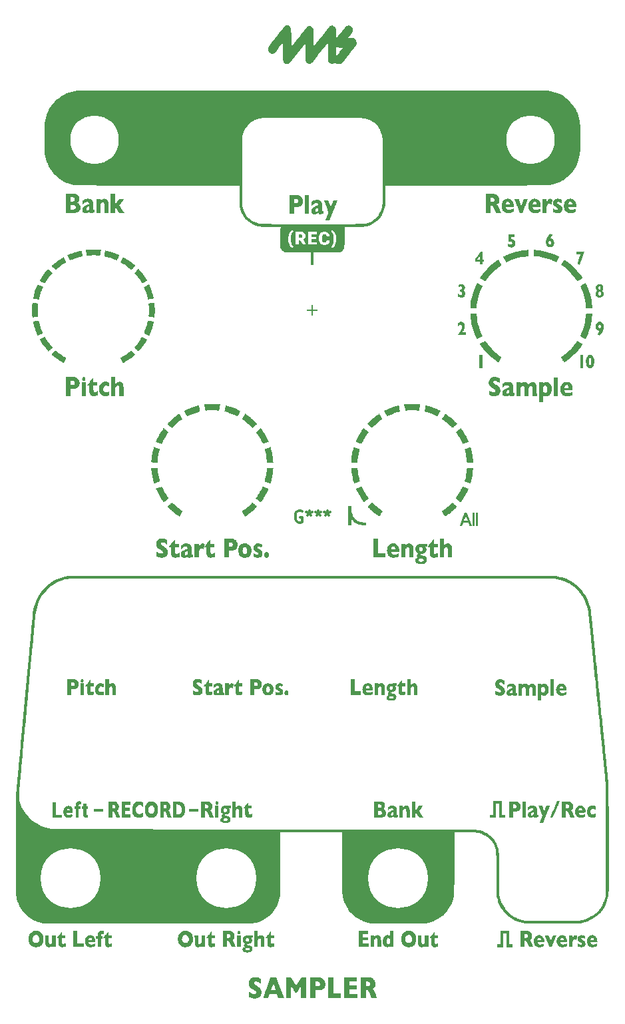
<source format=gto>
G04 #@! TF.GenerationSoftware,KiCad,Pcbnew,(7.0.0-0)*
G04 #@! TF.CreationDate,2023-03-17T15:47:15-07:00*
G04 #@! TF.ProjectId,Kit-Trig-Sampler-FACEPLATE,4b69742d-5472-4696-972d-53616d706c65,rev?*
G04 #@! TF.SameCoordinates,Original*
G04 #@! TF.FileFunction,Legend,Top*
G04 #@! TF.FilePolarity,Positive*
%FSLAX46Y46*%
G04 Gerber Fmt 4.6, Leading zero omitted, Abs format (unit mm)*
G04 Created by KiCad (PCBNEW (7.0.0-0)) date 2023-03-17 15:47:15*
%MOMM*%
%LPD*%
G01*
G04 APERTURE LIST*
%ADD10C,0.300000*%
%ADD11C,7.620000*%
%ADD12C,7.874000*%
%ADD13O,7.366000X4.191000*%
%ADD14C,6.172200*%
%ADD15C,8.255000*%
G04 APERTURE END LIST*
D10*
X49669857Y-66962119D02*
X49527000Y-66890690D01*
X49527000Y-66890690D02*
X49312714Y-66890690D01*
X49312714Y-66890690D02*
X49098428Y-66962119D01*
X49098428Y-66962119D02*
X48955571Y-67104976D01*
X48955571Y-67104976D02*
X48884142Y-67247833D01*
X48884142Y-67247833D02*
X48812714Y-67533547D01*
X48812714Y-67533547D02*
X48812714Y-67747833D01*
X48812714Y-67747833D02*
X48884142Y-68033547D01*
X48884142Y-68033547D02*
X48955571Y-68176404D01*
X48955571Y-68176404D02*
X49098428Y-68319261D01*
X49098428Y-68319261D02*
X49312714Y-68390690D01*
X49312714Y-68390690D02*
X49455571Y-68390690D01*
X49455571Y-68390690D02*
X49669857Y-68319261D01*
X49669857Y-68319261D02*
X49741285Y-68247833D01*
X49741285Y-68247833D02*
X49741285Y-67747833D01*
X49741285Y-67747833D02*
X49455571Y-67747833D01*
X50598428Y-66890690D02*
X50598428Y-67247833D01*
X50241285Y-67104976D02*
X50598428Y-67247833D01*
X50598428Y-67247833D02*
X50955571Y-67104976D01*
X50384142Y-67533547D02*
X50598428Y-67247833D01*
X50598428Y-67247833D02*
X50812714Y-67533547D01*
X51741285Y-66890690D02*
X51741285Y-67247833D01*
X51384142Y-67104976D02*
X51741285Y-67247833D01*
X51741285Y-67247833D02*
X52098428Y-67104976D01*
X51526999Y-67533547D02*
X51741285Y-67247833D01*
X51741285Y-67247833D02*
X51955571Y-67533547D01*
X52884142Y-66890690D02*
X52884142Y-67247833D01*
X52526999Y-67104976D02*
X52884142Y-67247833D01*
X52884142Y-67247833D02*
X53241285Y-67104976D01*
X52669856Y-67533547D02*
X52884142Y-67247833D01*
X52884142Y-67247833D02*
X53098428Y-67533547D01*
G36*
X43847207Y-126236745D02*
G01*
X43986130Y-126258402D01*
X44120015Y-126292744D01*
X44243435Y-126338217D01*
X44350964Y-126393266D01*
X44402921Y-126428225D01*
X44444238Y-126459232D01*
X44444238Y-126763690D01*
X44443797Y-126848633D01*
X44442560Y-126924448D01*
X44440653Y-126987657D01*
X44438201Y-127034784D01*
X44435331Y-127062350D01*
X44433186Y-127068148D01*
X44418265Y-127060756D01*
X44390000Y-127041422D01*
X44356202Y-127015652D01*
X44242387Y-126934136D01*
X44126925Y-126868605D01*
X44012876Y-126820132D01*
X43903304Y-126789788D01*
X43801270Y-126778646D01*
X43709835Y-126787777D01*
X43707103Y-126788420D01*
X43643129Y-126815395D01*
X43595130Y-126859311D01*
X43565637Y-126915832D01*
X43557183Y-126980622D01*
X43565703Y-127030491D01*
X43580691Y-127064093D01*
X43606937Y-127098185D01*
X43646993Y-127134916D01*
X43703409Y-127176435D01*
X43778733Y-127224889D01*
X43840384Y-127261912D01*
X43994034Y-127355615D01*
X44125036Y-127443161D01*
X44234838Y-127526505D01*
X44324886Y-127607603D01*
X44396630Y-127688409D01*
X44451517Y-127770880D01*
X44490995Y-127856969D01*
X44516512Y-127948633D01*
X44529516Y-128047827D01*
X44531454Y-128156505D01*
X44529999Y-128193127D01*
X44512485Y-128328404D01*
X44475304Y-128456820D01*
X44420233Y-128574419D01*
X44349051Y-128677246D01*
X44281412Y-128746460D01*
X44214645Y-128794966D01*
X44131392Y-128841171D01*
X44040524Y-128880885D01*
X43950911Y-128909918D01*
X43920374Y-128917007D01*
X43860467Y-128925660D01*
X43784088Y-128931662D01*
X43700076Y-128934781D01*
X43617270Y-128934785D01*
X43544509Y-128931441D01*
X43509853Y-128927801D01*
X43425899Y-128911825D01*
X43327817Y-128886260D01*
X43223799Y-128853703D01*
X43122033Y-128816752D01*
X43030709Y-128778001D01*
X43017236Y-128771625D01*
X42931425Y-128730302D01*
X42931425Y-128400735D01*
X42931425Y-128071168D01*
X43010879Y-128127195D01*
X43156155Y-128220545D01*
X43293908Y-128290483D01*
X43423839Y-128336911D01*
X43545650Y-128359731D01*
X43659039Y-128358846D01*
X43700391Y-128352164D01*
X43770966Y-128326995D01*
X43822885Y-128286041D01*
X43854590Y-128231683D01*
X43864523Y-128166308D01*
X43857000Y-128112471D01*
X43837454Y-128064654D01*
X43802120Y-128018416D01*
X43748726Y-127971738D01*
X43675003Y-127922599D01*
X43589850Y-127874842D01*
X43452167Y-127798864D01*
X43336558Y-127727595D01*
X43240543Y-127659135D01*
X43161645Y-127591584D01*
X43097385Y-127523042D01*
X43052723Y-127463036D01*
X42999007Y-127374421D01*
X42960746Y-127290674D01*
X42935865Y-127204531D01*
X42922285Y-127108733D01*
X42917929Y-126996018D01*
X42917919Y-126991872D01*
X42926831Y-126846198D01*
X42954488Y-126716727D01*
X43001531Y-126601805D01*
X43068603Y-126499782D01*
X43137952Y-126425558D01*
X43238375Y-126347957D01*
X43351875Y-126290164D01*
X43479771Y-126251724D01*
X43623383Y-126232184D01*
X43708674Y-126229330D01*
X43847207Y-126236745D01*
G37*
G36*
X45118090Y-127786465D02*
G01*
X45181885Y-127612825D01*
X45192840Y-127583013D01*
X45673997Y-126273603D01*
X46043228Y-126270235D01*
X46412460Y-126266867D01*
X46432923Y-126321086D01*
X46440031Y-126340276D01*
X46455272Y-126381698D01*
X46478044Y-126443707D01*
X46507743Y-126524659D01*
X46543768Y-126622909D01*
X46585515Y-126736811D01*
X46632382Y-126864721D01*
X46683765Y-127004993D01*
X46739062Y-127155984D01*
X46797670Y-127316047D01*
X46858985Y-127483538D01*
X46915245Y-127637243D01*
X47377104Y-128899180D01*
X47033622Y-128895801D01*
X46690139Y-128892422D01*
X46602164Y-128628480D01*
X46514189Y-128364537D01*
X46042807Y-128367869D01*
X45571425Y-128371201D01*
X45483499Y-128634990D01*
X45395572Y-128898779D01*
X45053388Y-128898779D01*
X44963113Y-128898666D01*
X44881782Y-128898347D01*
X44812673Y-128897853D01*
X44759063Y-128897215D01*
X44724231Y-128896462D01*
X44711452Y-128895625D01*
X44711444Y-128895600D01*
X44715769Y-128883492D01*
X44728306Y-128849050D01*
X44748494Y-128793804D01*
X44775772Y-128719283D01*
X44809577Y-128627018D01*
X44849351Y-128518538D01*
X44894530Y-128395374D01*
X44944555Y-128259054D01*
X44998864Y-128111110D01*
X45056896Y-127953070D01*
X45073749Y-127907187D01*
X45730210Y-127907187D01*
X46047890Y-127907187D01*
X46145902Y-127907086D01*
X46221329Y-127906647D01*
X46277010Y-127905666D01*
X46315786Y-127903940D01*
X46340497Y-127901266D01*
X46353982Y-127897440D01*
X46359082Y-127892259D01*
X46358636Y-127885520D01*
X46358456Y-127884940D01*
X46328555Y-127792515D01*
X46296079Y-127694028D01*
X46261989Y-127592221D01*
X46227247Y-127489836D01*
X46192813Y-127389617D01*
X46159648Y-127294307D01*
X46128714Y-127206648D01*
X46100970Y-127129383D01*
X46077379Y-127065257D01*
X46058901Y-127017010D01*
X46046498Y-126987387D01*
X46041129Y-126979129D01*
X46041116Y-126979159D01*
X46035432Y-126995191D01*
X46022659Y-127032568D01*
X46003731Y-127088510D01*
X45979585Y-127160237D01*
X45951156Y-127244969D01*
X45919381Y-127339925D01*
X45885195Y-127442325D01*
X45881733Y-127452708D01*
X45730210Y-127907187D01*
X45073749Y-127907187D01*
X45118090Y-127786465D01*
G37*
G36*
X47954479Y-126270199D02*
G01*
X48261118Y-126273603D01*
X48583996Y-126749932D01*
X48650741Y-126848288D01*
X48713293Y-126940256D01*
X48770174Y-127023677D01*
X48819905Y-127096390D01*
X48861006Y-127156237D01*
X48891998Y-127201057D01*
X48911403Y-127228692D01*
X48917577Y-127236963D01*
X48926647Y-127228968D01*
X48948444Y-127201877D01*
X48981526Y-127157704D01*
X49024449Y-127098462D01*
X49075769Y-127026164D01*
X49134042Y-126942824D01*
X49197826Y-126850456D01*
X49261340Y-126757456D01*
X49594401Y-126267247D01*
X49898749Y-126267247D01*
X50203097Y-126267247D01*
X50203097Y-127583013D01*
X50203097Y-128898779D01*
X49866310Y-128898779D01*
X49529524Y-128898779D01*
X49526245Y-128150341D01*
X49522966Y-127401903D01*
X49236930Y-127825578D01*
X49164363Y-127932814D01*
X49104432Y-128020695D01*
X49055748Y-128091073D01*
X49016922Y-128145801D01*
X48986565Y-128186731D01*
X48963287Y-128215715D01*
X48945701Y-128234606D01*
X48932415Y-128245255D01*
X48922042Y-128249515D01*
X48918740Y-128249841D01*
X48909312Y-128247960D01*
X48897738Y-128240764D01*
X48882627Y-128226409D01*
X48862590Y-128203054D01*
X48836234Y-128168854D01*
X48802171Y-128121967D01*
X48759009Y-128060549D01*
X48705358Y-127982757D01*
X48639828Y-127886747D01*
X48594566Y-127820128D01*
X48302546Y-127389825D01*
X48299268Y-128144302D01*
X48295990Y-128898779D01*
X47971915Y-128898779D01*
X47647841Y-128898779D01*
X47647841Y-127582787D01*
X47647841Y-126266795D01*
X47954479Y-126270199D01*
G37*
G36*
X51350419Y-126267468D02*
G01*
X51504181Y-126267638D01*
X51634936Y-126268171D01*
X51745099Y-126269277D01*
X51837088Y-126271169D01*
X51913321Y-126274058D01*
X51976213Y-126278156D01*
X52028182Y-126283675D01*
X52071645Y-126290825D01*
X52109019Y-126299820D01*
X52142720Y-126310870D01*
X52175167Y-126324187D01*
X52208775Y-126339983D01*
X52215352Y-126343213D01*
X52331682Y-126413845D01*
X52429786Y-126502133D01*
X52510061Y-126608490D01*
X52557076Y-126696556D01*
X52595129Y-126794010D01*
X52619755Y-126893804D01*
X52632497Y-127003790D01*
X52635181Y-127093573D01*
X52624905Y-127246675D01*
X52593865Y-127387010D01*
X52542754Y-127513505D01*
X52472268Y-127625087D01*
X52383101Y-127720685D01*
X52275947Y-127799224D01*
X52151502Y-127859634D01*
X52135142Y-127865721D01*
X52104594Y-127876397D01*
X52076957Y-127884658D01*
X52048331Y-127890876D01*
X52014817Y-127895420D01*
X51972516Y-127898663D01*
X51917527Y-127900976D01*
X51845951Y-127902730D01*
X51753888Y-127904297D01*
X51725444Y-127904729D01*
X51410804Y-127909464D01*
X51410804Y-128404121D01*
X51410804Y-128898779D01*
X51073917Y-128898779D01*
X50737030Y-128898779D01*
X50737030Y-127583013D01*
X50737030Y-126775756D01*
X51410804Y-126775756D01*
X51410804Y-127089137D01*
X51410804Y-127402518D01*
X51572891Y-127394921D01*
X51641550Y-127390377D01*
X51707430Y-127383682D01*
X51762889Y-127375750D01*
X51799288Y-127367806D01*
X51862613Y-127339675D01*
X51908650Y-127297729D01*
X51938716Y-127239709D01*
X51954125Y-127163354D01*
X51956893Y-127097160D01*
X51950527Y-127003550D01*
X51931088Y-126930292D01*
X51896296Y-126874714D01*
X51843868Y-126834145D01*
X51771523Y-126805914D01*
X51694405Y-126789892D01*
X51631418Y-126782416D01*
X51560258Y-126777292D01*
X51506893Y-126775756D01*
X51410804Y-126775756D01*
X50737030Y-126775756D01*
X50737030Y-126267247D01*
X51350419Y-126267468D01*
G37*
G36*
X53660954Y-127265195D02*
G01*
X53660954Y-128263143D01*
X54156750Y-128263143D01*
X54652546Y-128263143D01*
X54652546Y-128580961D01*
X54652546Y-128898779D01*
X53819863Y-128898779D01*
X52987181Y-128898779D01*
X52987181Y-127583013D01*
X52987181Y-126267247D01*
X53324067Y-126267247D01*
X53660954Y-126267247D01*
X53660954Y-127265195D01*
G37*
G36*
X56661155Y-126534214D02*
G01*
X56661155Y-126801181D01*
X56184428Y-126801181D01*
X55707701Y-126801181D01*
X55707701Y-127036366D01*
X55707701Y-127271551D01*
X56165359Y-127271551D01*
X56623016Y-127271551D01*
X56623016Y-127538518D01*
X56623016Y-127805485D01*
X56165359Y-127805485D01*
X55707701Y-127805485D01*
X55707701Y-128085165D01*
X55707701Y-128364845D01*
X56197141Y-128364845D01*
X56686580Y-128364845D01*
X56686580Y-128631812D01*
X56686580Y-128898779D01*
X55860254Y-128898779D01*
X55033927Y-128898779D01*
X55033927Y-127583013D01*
X55033927Y-126267247D01*
X55847541Y-126267247D01*
X56661155Y-126267247D01*
X56661155Y-126534214D01*
G37*
G36*
X57744913Y-126267435D02*
G01*
X57898553Y-126267570D01*
X58029160Y-126268019D01*
X58139126Y-126269002D01*
X58230843Y-126270736D01*
X58306703Y-126273441D01*
X58369100Y-126277333D01*
X58420424Y-126282633D01*
X58463067Y-126289557D01*
X58499423Y-126298325D01*
X58531883Y-126309154D01*
X58562840Y-126322263D01*
X58594685Y-126337870D01*
X58611373Y-126346513D01*
X58671431Y-126385127D01*
X58736888Y-126438935D01*
X58801025Y-126501334D01*
X58857123Y-126565718D01*
X58898464Y-126625482D01*
X58902467Y-126632685D01*
X58962301Y-126768433D01*
X59001409Y-126911783D01*
X59018721Y-127057292D01*
X59013490Y-127196885D01*
X58986288Y-127333660D01*
X58939857Y-127453930D01*
X58874014Y-127558032D01*
X58788578Y-127646303D01*
X58757745Y-127670759D01*
X58674106Y-127733081D01*
X58753901Y-127812876D01*
X58784766Y-127845935D01*
X58813933Y-127882498D01*
X58842577Y-127924955D01*
X58871869Y-127975697D01*
X58902983Y-128037117D01*
X58937091Y-128111603D01*
X58975366Y-128201548D01*
X59018981Y-128309342D01*
X59069110Y-128437377D01*
X59101457Y-128521400D01*
X59136200Y-128612241D01*
X59167814Y-128695244D01*
X59195198Y-128767489D01*
X59217249Y-128826058D01*
X59232867Y-128868031D01*
X59240950Y-128890490D01*
X59241835Y-128893444D01*
X59229659Y-128894810D01*
X59195268Y-128895824D01*
X59141873Y-128896465D01*
X59072683Y-128896712D01*
X58990908Y-128896543D01*
X58899757Y-128895938D01*
X58884415Y-128895798D01*
X58526995Y-128892422D01*
X58420091Y-128600846D01*
X58363298Y-128449293D01*
X58312169Y-128320467D01*
X58265717Y-128212554D01*
X58222955Y-128123740D01*
X58182897Y-128052210D01*
X58144556Y-127996152D01*
X58106946Y-127953751D01*
X58069079Y-127923193D01*
X58043617Y-127908704D01*
X57994632Y-127891491D01*
X57931187Y-127878423D01*
X57890364Y-127873583D01*
X57792586Y-127865318D01*
X57792586Y-128382048D01*
X57792586Y-128898779D01*
X57455699Y-128898779D01*
X57118812Y-128898779D01*
X57118812Y-127583013D01*
X57118812Y-126771874D01*
X57792586Y-126771874D01*
X57792586Y-127085276D01*
X57792586Y-127398679D01*
X57887011Y-127398679D01*
X57950349Y-127396688D01*
X58022182Y-127391495D01*
X58080880Y-127384987D01*
X58169436Y-127367527D01*
X58236087Y-127340957D01*
X58283551Y-127302517D01*
X58314543Y-127249445D01*
X58331780Y-127178980D01*
X58336775Y-127124860D01*
X58335336Y-127032523D01*
X58319380Y-126956827D01*
X58287374Y-126896428D01*
X58237784Y-126849980D01*
X58169076Y-126816140D01*
X58079716Y-126793561D01*
X57968168Y-126780900D01*
X57942652Y-126779419D01*
X57792586Y-126771874D01*
X57118812Y-126771874D01*
X57118812Y-126267247D01*
X57744913Y-126267435D01*
G37*
G36*
X42140019Y-121479951D02*
G01*
X42526439Y-121479951D01*
X42528017Y-121500132D01*
X42544714Y-121580348D01*
X42578563Y-121641804D01*
X42629575Y-121684517D01*
X42644175Y-121691892D01*
X42686484Y-121709071D01*
X42719051Y-121714738D01*
X42754221Y-121709976D01*
X42777999Y-121703634D01*
X42840479Y-121673198D01*
X42889179Y-121623616D01*
X42921703Y-121558473D01*
X42935656Y-121481357D01*
X42936010Y-121467026D01*
X42925865Y-121385672D01*
X42895583Y-121318477D01*
X42846018Y-121266943D01*
X42810416Y-121245610D01*
X42745231Y-121225958D01*
X42683939Y-121230853D01*
X42628430Y-121259493D01*
X42580597Y-121311078D01*
X42556138Y-121353180D01*
X42535891Y-121399223D01*
X42526834Y-121437074D01*
X42526439Y-121479951D01*
X42140019Y-121479951D01*
X42138967Y-121461842D01*
X42149607Y-121334822D01*
X42180418Y-121222962D01*
X42231024Y-121126752D01*
X42301050Y-121046684D01*
X42390119Y-120983245D01*
X42497858Y-120936928D01*
X42552978Y-120921649D01*
X42583696Y-120915901D01*
X42623571Y-120911352D01*
X42675410Y-120907890D01*
X42742022Y-120905402D01*
X42826214Y-120903777D01*
X42930793Y-120902903D01*
X43029948Y-120902670D01*
X43427221Y-120902482D01*
X43427221Y-121061391D01*
X43427221Y-121220300D01*
X43325799Y-121220300D01*
X43224377Y-121220300D01*
X43262394Y-121280247D01*
X43295393Y-121340186D01*
X43315067Y-121398749D01*
X43324067Y-121465853D01*
X43325448Y-121516188D01*
X43314048Y-121625896D01*
X43280563Y-121724363D01*
X43226348Y-121810197D01*
X43152759Y-121882002D01*
X43061153Y-121938387D01*
X42952885Y-121977957D01*
X42858439Y-121996164D01*
X42790019Y-122006667D01*
X42743100Y-122019202D01*
X42713756Y-122035920D01*
X42698063Y-122058972D01*
X42692344Y-122087202D01*
X42692141Y-122113025D01*
X42698835Y-122132276D01*
X42715953Y-122146679D01*
X42747026Y-122157955D01*
X42795583Y-122167827D01*
X42865153Y-122178016D01*
X42883418Y-122180444D01*
X42998387Y-122198507D01*
X43091639Y-122220309D01*
X43166793Y-122247421D01*
X43227464Y-122281418D01*
X43277270Y-122323873D01*
X43313567Y-122367512D01*
X43346201Y-122422288D01*
X43366827Y-122482837D01*
X43377151Y-122555864D01*
X43379155Y-122625055D01*
X43368236Y-122735448D01*
X43336484Y-122831304D01*
X43284028Y-122912476D01*
X43210996Y-122978819D01*
X43117516Y-123030188D01*
X43003716Y-123066436D01*
X42988410Y-123069825D01*
X42944355Y-123076296D01*
X42883147Y-123081513D01*
X42811490Y-123085305D01*
X42736087Y-123087503D01*
X42663641Y-123087936D01*
X42600855Y-123086433D01*
X42554434Y-123082826D01*
X42543687Y-123081113D01*
X42517138Y-123075847D01*
X42476561Y-123067760D01*
X42448342Y-123062123D01*
X42353921Y-123033653D01*
X42268554Y-122989388D01*
X42196763Y-122932583D01*
X42143071Y-122866495D01*
X42123198Y-122828099D01*
X42110508Y-122778027D01*
X42105743Y-122714417D01*
X42108287Y-122663062D01*
X42486480Y-122663062D01*
X42490883Y-122706049D01*
X42501898Y-122743221D01*
X42506580Y-122751972D01*
X42534576Y-122777663D01*
X42580488Y-122801828D01*
X42636883Y-122820932D01*
X42664458Y-122827076D01*
X42710034Y-122830722D01*
X42768252Y-122828960D01*
X42829755Y-122822754D01*
X42885184Y-122813066D01*
X42925180Y-122800862D01*
X42926969Y-122800030D01*
X42981766Y-122762399D01*
X43014132Y-122713038D01*
X43023881Y-122657326D01*
X43015714Y-122607738D01*
X42990197Y-122569770D01*
X42945808Y-122542641D01*
X42881024Y-122525568D01*
X42794322Y-122517767D01*
X42750996Y-122517068D01*
X42656955Y-122521412D01*
X42585294Y-122534917D01*
X42534336Y-122558510D01*
X42502406Y-122593113D01*
X42487830Y-122639653D01*
X42486480Y-122663062D01*
X42108287Y-122663062D01*
X42109037Y-122647933D01*
X42120215Y-122590263D01*
X42149119Y-122532015D01*
X42196580Y-122477575D01*
X42255865Y-122433367D01*
X42310619Y-122408603D01*
X42379487Y-122386894D01*
X42344174Y-122349092D01*
X42308118Y-122293076D01*
X42290844Y-122226995D01*
X42291471Y-122156902D01*
X42309116Y-122088850D01*
X42342899Y-122028893D01*
X42391938Y-121983083D01*
X42398036Y-121979281D01*
X42447224Y-121949948D01*
X42362063Y-121893408D01*
X42275368Y-121824822D01*
X42211169Y-121747911D01*
X42168041Y-121659918D01*
X42144560Y-121558088D01*
X42140019Y-121479951D01*
G37*
G36*
X14891275Y-121403906D02*
G01*
X15411681Y-121403906D01*
X15421453Y-121503678D01*
X15442267Y-121594286D01*
X15466299Y-121654614D01*
X15500160Y-121709647D01*
X15543468Y-121763953D01*
X15588887Y-121808977D01*
X15616021Y-121829187D01*
X15699245Y-121866751D01*
X15793116Y-121885882D01*
X15890357Y-121886181D01*
X15983691Y-121867250D01*
X16024134Y-121851597D01*
X16105940Y-121800606D01*
X16173239Y-121730497D01*
X16224970Y-121643730D01*
X16260070Y-121542767D01*
X16277476Y-121430069D01*
X16276125Y-121308099D01*
X16272663Y-121275901D01*
X16248108Y-121161983D01*
X16206164Y-121064117D01*
X16148199Y-120983665D01*
X16075579Y-120921987D01*
X15989673Y-120880444D01*
X15891848Y-120860397D01*
X15853347Y-120858702D01*
X15744973Y-120868973D01*
X15650635Y-120900358D01*
X15570826Y-120952448D01*
X15506043Y-121024836D01*
X15456781Y-121117113D01*
X15427996Y-121208689D01*
X15413635Y-121302925D01*
X15411681Y-121403906D01*
X14891275Y-121403906D01*
X14894066Y-121245507D01*
X14917664Y-121079548D01*
X14961179Y-120926831D01*
X15024076Y-120788362D01*
X15105815Y-120665143D01*
X15205860Y-120558180D01*
X15323671Y-120468476D01*
X15435182Y-120407561D01*
X15542250Y-120367477D01*
X15659025Y-120342771D01*
X15789920Y-120332728D01*
X15890552Y-120333966D01*
X15997218Y-120341188D01*
X16086474Y-120354052D01*
X16166036Y-120374335D01*
X16243624Y-120403814D01*
X16291935Y-120426407D01*
X16415196Y-120500093D01*
X16521522Y-120591209D01*
X16611411Y-120700460D01*
X16685359Y-120828552D01*
X16743862Y-120976190D01*
X16783418Y-121124955D01*
X16792013Y-121184457D01*
X16797174Y-121261818D01*
X16798988Y-121349715D01*
X16797542Y-121440826D01*
X16792921Y-121527828D01*
X16785213Y-121603399D01*
X16777214Y-121649259D01*
X16729782Y-121810388D01*
X16664724Y-121954336D01*
X16582607Y-122080431D01*
X16484002Y-122188001D01*
X16369478Y-122276372D01*
X16239604Y-122344872D01*
X16164808Y-122372868D01*
X16118527Y-122386824D01*
X16075214Y-122396625D01*
X16028089Y-122403160D01*
X15970371Y-122407320D01*
X15895279Y-122409993D01*
X15878772Y-122410400D01*
X15781727Y-122411258D01*
X15704512Y-122408518D01*
X15641747Y-122401880D01*
X15605449Y-122395180D01*
X15481501Y-122356626D01*
X15360867Y-122297795D01*
X15249495Y-122222446D01*
X15153333Y-122134340D01*
X15108588Y-122081153D01*
X15025969Y-121954436D01*
X14963667Y-121818548D01*
X14920769Y-121670729D01*
X14896361Y-121508218D01*
X14890926Y-121423704D01*
X14891275Y-121403906D01*
G37*
G36*
X17455245Y-121318824D02*
G01*
X17455817Y-121466223D01*
X17457692Y-121590352D01*
X17461221Y-121693349D01*
X17466755Y-121777351D01*
X17474643Y-121844495D01*
X17485235Y-121896920D01*
X17498882Y-121936762D01*
X17515934Y-121966160D01*
X17536741Y-121987250D01*
X17561654Y-122002171D01*
X17567639Y-122004803D01*
X17626352Y-122017044D01*
X17688987Y-122010337D01*
X17744976Y-121986267D01*
X17758518Y-121976216D01*
X17783873Y-121949966D01*
X17815578Y-121910385D01*
X17846872Y-121865929D01*
X17847567Y-121864864D01*
X17900094Y-121784243D01*
X17900094Y-121343363D01*
X17900094Y-120902482D01*
X18122566Y-120902482D01*
X18345038Y-120902482D01*
X18345038Y-121646176D01*
X18345038Y-122389870D01*
X18122566Y-122389870D01*
X17900094Y-122389870D01*
X17900094Y-122294256D01*
X17900094Y-122198642D01*
X17831561Y-122266088D01*
X17784973Y-122306619D01*
X17731673Y-122345214D01*
X17688543Y-122370635D01*
X17650751Y-122388041D01*
X17616304Y-122399374D01*
X17577374Y-122406178D01*
X17526138Y-122409999D01*
X17480574Y-122411672D01*
X17409757Y-122412470D01*
X17357117Y-122409566D01*
X17315589Y-122402286D01*
X17286541Y-122393204D01*
X17207662Y-122353793D01*
X17147545Y-122299379D01*
X17102160Y-122226229D01*
X17099101Y-122219580D01*
X17080461Y-122176849D01*
X17064896Y-122136824D01*
X17052102Y-122096710D01*
X17041776Y-122053715D01*
X17033615Y-122005043D01*
X17027314Y-121947901D01*
X17022572Y-121879493D01*
X17019083Y-121797026D01*
X17016545Y-121697706D01*
X17014654Y-121578737D01*
X17013107Y-121437327D01*
X17013007Y-121426882D01*
X17008027Y-120902482D01*
X17231588Y-120902482D01*
X17455149Y-120902482D01*
X17455245Y-121318824D01*
G37*
G36*
X19158652Y-120680010D02*
G01*
X19158652Y-120902482D01*
X19362055Y-120902482D01*
X19565459Y-120902482D01*
X19565459Y-121086817D01*
X19565459Y-121271151D01*
X19362055Y-121271151D01*
X19158652Y-121271151D01*
X19158652Y-121568003D01*
X19159260Y-121667628D01*
X19161004Y-121753835D01*
X19163766Y-121823692D01*
X19167425Y-121874269D01*
X19171864Y-121902634D01*
X19172316Y-121904051D01*
X19200381Y-121950035D01*
X19245045Y-121978663D01*
X19304089Y-121989677D01*
X19375295Y-121982816D01*
X19456444Y-121957823D01*
X19493680Y-121941514D01*
X19539069Y-121920205D01*
X19574924Y-121903854D01*
X19595693Y-121894973D01*
X19598560Y-121894074D01*
X19600242Y-121906086D01*
X19601686Y-121939317D01*
X19602790Y-121989561D01*
X19603451Y-122052614D01*
X19603597Y-122102268D01*
X19603597Y-122310462D01*
X19539078Y-122338218D01*
X19430382Y-122376514D01*
X19315573Y-122401947D01*
X19201413Y-122413757D01*
X19094663Y-122411185D01*
X19014647Y-122397083D01*
X18931052Y-122362025D01*
X18856051Y-122306168D01*
X18794019Y-122233781D01*
X18749330Y-122149138D01*
X18743111Y-122131876D01*
X18736684Y-122109325D01*
X18731489Y-122082186D01*
X18727353Y-122047432D01*
X18724105Y-122002036D01*
X18721571Y-121942971D01*
X18719579Y-121867212D01*
X18717956Y-121771730D01*
X18716691Y-121668423D01*
X18712368Y-121271151D01*
X18611336Y-121271151D01*
X18510304Y-121271151D01*
X18510304Y-121222978D01*
X18511415Y-121208959D01*
X18515770Y-121193380D01*
X18524904Y-121174110D01*
X18540349Y-121149018D01*
X18563639Y-121115971D01*
X18596308Y-121072839D01*
X18639888Y-121017490D01*
X18695914Y-120947792D01*
X18765919Y-120861614D01*
X18802976Y-120816172D01*
X18881937Y-120719745D01*
X18946678Y-120641526D01*
X18998761Y-120579788D01*
X19039747Y-120532802D01*
X19071198Y-120498842D01*
X19094676Y-120476181D01*
X19111741Y-120463090D01*
X19123956Y-120457842D01*
X19127150Y-120457537D01*
X19158652Y-120457537D01*
X19158652Y-120680010D01*
G37*
G36*
X22081914Y-121451199D02*
G01*
X22087930Y-121420013D01*
X22128975Y-121286963D01*
X22188509Y-121171010D01*
X22265447Y-121073023D01*
X22358703Y-120993873D01*
X22467191Y-120934432D01*
X22589825Y-120895570D01*
X22725521Y-120878157D01*
X22764752Y-120877245D01*
X22888944Y-120887606D01*
X23000131Y-120919533D01*
X23099623Y-120973584D01*
X23188732Y-121050313D01*
X23198969Y-121061267D01*
X23264047Y-121143817D01*
X23314123Y-121234215D01*
X23350503Y-121336254D01*
X23374492Y-121453725D01*
X23387397Y-121590421D01*
X23388389Y-121611216D01*
X23395591Y-121779660D01*
X22961556Y-121779660D01*
X22841517Y-121779561D01*
X22744711Y-121779629D01*
X22668948Y-121780410D01*
X22612036Y-121782452D01*
X22571787Y-121786299D01*
X22546010Y-121792499D01*
X22532515Y-121801599D01*
X22529111Y-121814143D01*
X22533610Y-121830680D01*
X22543820Y-121851755D01*
X22557552Y-121877915D01*
X22558701Y-121880174D01*
X22612288Y-121959480D01*
X22681844Y-122020208D01*
X22764461Y-122060815D01*
X22857231Y-122079757D01*
X22932605Y-122078726D01*
X23001071Y-122067128D01*
X23082804Y-122046331D01*
X23168668Y-122019164D01*
X23249529Y-121988456D01*
X23302832Y-121964077D01*
X23366560Y-121931784D01*
X23366560Y-122097103D01*
X23366560Y-122262423D01*
X23280749Y-122305609D01*
X23197940Y-122344528D01*
X23123086Y-122372555D01*
X23048531Y-122391477D01*
X22966617Y-122403083D01*
X22869689Y-122409161D01*
X22832626Y-122410270D01*
X22738638Y-122411237D01*
X22665541Y-122408895D01*
X22608987Y-122403007D01*
X22575322Y-122396250D01*
X22456322Y-122353554D01*
X22350309Y-122289586D01*
X22258712Y-122205722D01*
X22182964Y-122103338D01*
X22124492Y-121983810D01*
X22112698Y-121951281D01*
X22090851Y-121865513D01*
X22076446Y-121763967D01*
X22069886Y-121655297D01*
X22071574Y-121548156D01*
X22075356Y-121512693D01*
X22511251Y-121512693D01*
X22743637Y-121512693D01*
X22976023Y-121512693D01*
X22968606Y-121440831D01*
X22950177Y-121354020D01*
X22914959Y-121285151D01*
X22863496Y-121235164D01*
X22842074Y-121222471D01*
X22775308Y-121200625D01*
X22709919Y-121201945D01*
X22649136Y-121224242D01*
X22596183Y-121265324D01*
X22554290Y-121323000D01*
X22526680Y-121395079D01*
X22518529Y-121442173D01*
X22511251Y-121512693D01*
X22075356Y-121512693D01*
X22081914Y-121451199D01*
G37*
G36*
X25057351Y-120680010D02*
G01*
X25057351Y-120902482D01*
X25260754Y-120902482D01*
X25464158Y-120902482D01*
X25464158Y-121086817D01*
X25464158Y-121271151D01*
X25260754Y-121271151D01*
X25057351Y-121271151D01*
X25057351Y-121568003D01*
X25057959Y-121667628D01*
X25059703Y-121753835D01*
X25062465Y-121823692D01*
X25066124Y-121874269D01*
X25070563Y-121902634D01*
X25071015Y-121904051D01*
X25099079Y-121950035D01*
X25143743Y-121978663D01*
X25202788Y-121989677D01*
X25273994Y-121982816D01*
X25355143Y-121957823D01*
X25392379Y-121941514D01*
X25437767Y-121920205D01*
X25473622Y-121903854D01*
X25494392Y-121894973D01*
X25497259Y-121894074D01*
X25498941Y-121906086D01*
X25500385Y-121939317D01*
X25501488Y-121989561D01*
X25502150Y-122052614D01*
X25502296Y-122102268D01*
X25502296Y-122310462D01*
X25437776Y-122338218D01*
X25329080Y-122376514D01*
X25214272Y-122401947D01*
X25100112Y-122413757D01*
X24993362Y-122411185D01*
X24913345Y-122397083D01*
X24829750Y-122362025D01*
X24754750Y-122306168D01*
X24692718Y-122233781D01*
X24648028Y-122149138D01*
X24641810Y-122131876D01*
X24635383Y-122109325D01*
X24630188Y-122082186D01*
X24626052Y-122047432D01*
X24622803Y-122002036D01*
X24620269Y-121942971D01*
X24618277Y-121867212D01*
X24616655Y-121771730D01*
X24615389Y-121668423D01*
X24611067Y-121271151D01*
X24510035Y-121271151D01*
X24409002Y-121271151D01*
X24409002Y-121222978D01*
X24410114Y-121208959D01*
X24414469Y-121193380D01*
X24423603Y-121174110D01*
X24439048Y-121149018D01*
X24462338Y-121115971D01*
X24495006Y-121072839D01*
X24538587Y-121017490D01*
X24594613Y-120947792D01*
X24664617Y-120861614D01*
X24701675Y-120816172D01*
X24780635Y-120719745D01*
X24845376Y-120641526D01*
X24897459Y-120579788D01*
X24938446Y-120532802D01*
X24969897Y-120498842D01*
X24993375Y-120476181D01*
X25010440Y-120463090D01*
X25022654Y-120457842D01*
X25025849Y-120457537D01*
X25057351Y-120457537D01*
X25057351Y-120680010D01*
G37*
G36*
X33896780Y-121403906D02*
G01*
X34417187Y-121403906D01*
X34426959Y-121503678D01*
X34447772Y-121594286D01*
X34471804Y-121654614D01*
X34505666Y-121709647D01*
X34548974Y-121763953D01*
X34594392Y-121808977D01*
X34621526Y-121829187D01*
X34704751Y-121866751D01*
X34798622Y-121885882D01*
X34895863Y-121886181D01*
X34989196Y-121867250D01*
X35029640Y-121851597D01*
X35111445Y-121800606D01*
X35178745Y-121730497D01*
X35230476Y-121643730D01*
X35265575Y-121542767D01*
X35282981Y-121430069D01*
X35281630Y-121308099D01*
X35278168Y-121275901D01*
X35253614Y-121161983D01*
X35211670Y-121064117D01*
X35153704Y-120983665D01*
X35081084Y-120921987D01*
X34995178Y-120880444D01*
X34897354Y-120860397D01*
X34858852Y-120858702D01*
X34750479Y-120868973D01*
X34656140Y-120900358D01*
X34576332Y-120952448D01*
X34511549Y-121024836D01*
X34462287Y-121117113D01*
X34433501Y-121208689D01*
X34419140Y-121302925D01*
X34417187Y-121403906D01*
X33896780Y-121403906D01*
X33899572Y-121245507D01*
X33923169Y-121079548D01*
X33966685Y-120926831D01*
X34029582Y-120788362D01*
X34111321Y-120665143D01*
X34211365Y-120558180D01*
X34329177Y-120468476D01*
X34440687Y-120407561D01*
X34547756Y-120367477D01*
X34664531Y-120342771D01*
X34795425Y-120332728D01*
X34896057Y-120333966D01*
X35002724Y-120341188D01*
X35091979Y-120354052D01*
X35171541Y-120374335D01*
X35249129Y-120403814D01*
X35297441Y-120426407D01*
X35420702Y-120500093D01*
X35527028Y-120591209D01*
X35616917Y-120700460D01*
X35690864Y-120828552D01*
X35749367Y-120976190D01*
X35788924Y-121124955D01*
X35797519Y-121184457D01*
X35802680Y-121261818D01*
X35804494Y-121349715D01*
X35803047Y-121440826D01*
X35798427Y-121527828D01*
X35790719Y-121603399D01*
X35782719Y-121649259D01*
X35735288Y-121810388D01*
X35670229Y-121954336D01*
X35588113Y-122080431D01*
X35489508Y-122188001D01*
X35374984Y-122276372D01*
X35245109Y-122344872D01*
X35170314Y-122372868D01*
X35124033Y-122386824D01*
X35080720Y-122396625D01*
X35033595Y-122403160D01*
X34975877Y-122407320D01*
X34900785Y-122409993D01*
X34884278Y-122410400D01*
X34787233Y-122411258D01*
X34710018Y-122408518D01*
X34647253Y-122401880D01*
X34610954Y-122395180D01*
X34487007Y-122356626D01*
X34366373Y-122297795D01*
X34255001Y-122222446D01*
X34158839Y-122134340D01*
X34114094Y-122081153D01*
X34031474Y-121954436D01*
X33969173Y-121818548D01*
X33926275Y-121670729D01*
X33901867Y-121508218D01*
X33896431Y-121423704D01*
X33896780Y-121403906D01*
G37*
G36*
X36473463Y-121318824D02*
G01*
X36474035Y-121466223D01*
X36475910Y-121590352D01*
X36479440Y-121693349D01*
X36484973Y-121777351D01*
X36492861Y-121844495D01*
X36503453Y-121896920D01*
X36517100Y-121936762D01*
X36534152Y-121966160D01*
X36554960Y-121987250D01*
X36579872Y-122002171D01*
X36585857Y-122004803D01*
X36644571Y-122017044D01*
X36707205Y-122010337D01*
X36763194Y-121986267D01*
X36776736Y-121976216D01*
X36802091Y-121949966D01*
X36833796Y-121910385D01*
X36865090Y-121865929D01*
X36865785Y-121864864D01*
X36918312Y-121784243D01*
X36918312Y-121343363D01*
X36918312Y-120902482D01*
X37140784Y-120902482D01*
X37363257Y-120902482D01*
X37363257Y-121646176D01*
X37363257Y-122389870D01*
X37140784Y-122389870D01*
X36918312Y-122389870D01*
X36918312Y-122294256D01*
X36918312Y-122198642D01*
X36849779Y-122266088D01*
X36803192Y-122306619D01*
X36749891Y-122345214D01*
X36706761Y-122370635D01*
X36668970Y-122388041D01*
X36634522Y-122399374D01*
X36595592Y-122406178D01*
X36544356Y-122409999D01*
X36498792Y-122411672D01*
X36427975Y-122412470D01*
X36375335Y-122409566D01*
X36333807Y-122402286D01*
X36304759Y-122393204D01*
X36225880Y-122353793D01*
X36165763Y-122299379D01*
X36120378Y-122226229D01*
X36117319Y-122219580D01*
X36098679Y-122176849D01*
X36083114Y-122136824D01*
X36070320Y-122096710D01*
X36059994Y-122053715D01*
X36051833Y-122005043D01*
X36045533Y-121947901D01*
X36040790Y-121879493D01*
X36037301Y-121797026D01*
X36034763Y-121697706D01*
X36032872Y-121578737D01*
X36031325Y-121437327D01*
X36031225Y-121426882D01*
X36026245Y-120902482D01*
X36249806Y-120902482D01*
X36473367Y-120902482D01*
X36473463Y-121318824D01*
G37*
G36*
X38176870Y-120680010D02*
G01*
X38176870Y-120902482D01*
X38380274Y-120902482D01*
X38583677Y-120902482D01*
X38583677Y-121086817D01*
X38583677Y-121271151D01*
X38380274Y-121271151D01*
X38176870Y-121271151D01*
X38176870Y-121568003D01*
X38177478Y-121667628D01*
X38179223Y-121753835D01*
X38181984Y-121823692D01*
X38185644Y-121874269D01*
X38190082Y-121902634D01*
X38190534Y-121904051D01*
X38218599Y-121950035D01*
X38263263Y-121978663D01*
X38322307Y-121989677D01*
X38393513Y-121982816D01*
X38474662Y-121957823D01*
X38511898Y-121941514D01*
X38557287Y-121920205D01*
X38593142Y-121903854D01*
X38613911Y-121894973D01*
X38616778Y-121894074D01*
X38618461Y-121906086D01*
X38619904Y-121939317D01*
X38621008Y-121989561D01*
X38621670Y-122052614D01*
X38621815Y-122102268D01*
X38621815Y-122310462D01*
X38557296Y-122338218D01*
X38448600Y-122376514D01*
X38333791Y-122401947D01*
X38219631Y-122413757D01*
X38112881Y-122411185D01*
X38032865Y-122397083D01*
X37949270Y-122362025D01*
X37874269Y-122306168D01*
X37812237Y-122233781D01*
X37767548Y-122149138D01*
X37761329Y-122131876D01*
X37754902Y-122109325D01*
X37749707Y-122082186D01*
X37745571Y-122047432D01*
X37742323Y-122002036D01*
X37739789Y-121942971D01*
X37737797Y-121867212D01*
X37736174Y-121771730D01*
X37734909Y-121668423D01*
X37730587Y-121271151D01*
X37629554Y-121271151D01*
X37528522Y-121271151D01*
X37528522Y-121222978D01*
X37529633Y-121208959D01*
X37533989Y-121193380D01*
X37543122Y-121174110D01*
X37558567Y-121149018D01*
X37581857Y-121115971D01*
X37614526Y-121072839D01*
X37658106Y-121017490D01*
X37714132Y-120947792D01*
X37784137Y-120861614D01*
X37821194Y-120816172D01*
X37900155Y-120719745D01*
X37964896Y-120641526D01*
X38016979Y-120579788D01*
X38057965Y-120532802D01*
X38089417Y-120498842D01*
X38112894Y-120476181D01*
X38129959Y-120463090D01*
X38142174Y-120457842D01*
X38145368Y-120457537D01*
X38176870Y-120457537D01*
X38176870Y-120680010D01*
G37*
G36*
X45702796Y-120680010D02*
G01*
X45702796Y-120902482D01*
X45906200Y-120902482D01*
X46109603Y-120902482D01*
X46109603Y-121086817D01*
X46109603Y-121271151D01*
X45906200Y-121271151D01*
X45702796Y-121271151D01*
X45702796Y-121568003D01*
X45703404Y-121667628D01*
X45705148Y-121753835D01*
X45707910Y-121823692D01*
X45711570Y-121874269D01*
X45716008Y-121902634D01*
X45716460Y-121904051D01*
X45744525Y-121950035D01*
X45789189Y-121978663D01*
X45848233Y-121989677D01*
X45919439Y-121982816D01*
X46000588Y-121957823D01*
X46037824Y-121941514D01*
X46083213Y-121920205D01*
X46119068Y-121903854D01*
X46139837Y-121894973D01*
X46142704Y-121894074D01*
X46144386Y-121906086D01*
X46145830Y-121939317D01*
X46146934Y-121989561D01*
X46147595Y-122052614D01*
X46147741Y-122102268D01*
X46147741Y-122310462D01*
X46083222Y-122338218D01*
X45974526Y-122376514D01*
X45859717Y-122401947D01*
X45745557Y-122413757D01*
X45638807Y-122411185D01*
X45558791Y-122397083D01*
X45475196Y-122362025D01*
X45400195Y-122306168D01*
X45338163Y-122233781D01*
X45293474Y-122149138D01*
X45287255Y-122131876D01*
X45280828Y-122109325D01*
X45275633Y-122082186D01*
X45271497Y-122047432D01*
X45268249Y-122002036D01*
X45265715Y-121942971D01*
X45263723Y-121867212D01*
X45262100Y-121771730D01*
X45260835Y-121668423D01*
X45256513Y-121271151D01*
X45155480Y-121271151D01*
X45054448Y-121271151D01*
X45054448Y-121222978D01*
X45055559Y-121208959D01*
X45059915Y-121193380D01*
X45069048Y-121174110D01*
X45084493Y-121149018D01*
X45107783Y-121115971D01*
X45140452Y-121072839D01*
X45184032Y-121017490D01*
X45240058Y-120947792D01*
X45310063Y-120861614D01*
X45347120Y-120816172D01*
X45426081Y-120719745D01*
X45490822Y-120641526D01*
X45542905Y-120579788D01*
X45583891Y-120532802D01*
X45615343Y-120498842D01*
X45638820Y-120476181D01*
X45655885Y-120463090D01*
X45668100Y-120457842D01*
X45671294Y-120457537D01*
X45702796Y-120457537D01*
X45702796Y-120680010D01*
G37*
G36*
X59955604Y-121682527D02*
G01*
X60418122Y-121682527D01*
X60423415Y-121735901D01*
X60433930Y-121801323D01*
X60446163Y-121849006D01*
X60463206Y-121886599D01*
X60488153Y-121921754D01*
X60507686Y-121944286D01*
X60564601Y-121992526D01*
X60627000Y-122016177D01*
X60696978Y-122015847D01*
X60729223Y-122008679D01*
X60766980Y-121992564D01*
X60808339Y-121966994D01*
X60821390Y-121956973D01*
X60869062Y-121917648D01*
X60869062Y-121633471D01*
X60869062Y-121349293D01*
X60802321Y-121311567D01*
X60736617Y-121279282D01*
X60681382Y-121264231D01*
X60629823Y-121264984D01*
X60605732Y-121270172D01*
X60549109Y-121298064D01*
X60500812Y-121346930D01*
X60462202Y-121413289D01*
X60434642Y-121493661D01*
X60419495Y-121584567D01*
X60418122Y-121682527D01*
X59955604Y-121682527D01*
X59956557Y-121629358D01*
X59957253Y-121609283D01*
X59967624Y-121470070D01*
X59988615Y-121350653D01*
X60021634Y-121247128D01*
X60068088Y-121155592D01*
X60129388Y-121072143D01*
X60165206Y-121033089D01*
X60236467Y-120968455D01*
X60307066Y-120923936D01*
X60384382Y-120896225D01*
X60475797Y-120882016D01*
X60507232Y-120879884D01*
X60607350Y-120879476D01*
X60690182Y-120890637D01*
X60761658Y-120914567D01*
X60811068Y-120941420D01*
X60869062Y-120978199D01*
X60869062Y-120667017D01*
X60869062Y-120355836D01*
X61091535Y-120355836D01*
X61314007Y-120355836D01*
X61314007Y-121372853D01*
X61314007Y-122389870D01*
X61091535Y-122389870D01*
X60869062Y-122389870D01*
X60869062Y-122331594D01*
X60869062Y-122273319D01*
X60821390Y-122311074D01*
X60755964Y-122357834D01*
X60695441Y-122387842D01*
X60630123Y-122404641D01*
X60550310Y-122411777D01*
X60545329Y-122411959D01*
X60475760Y-122412391D01*
X60422284Y-122407488D01*
X60375947Y-122396276D01*
X60364204Y-122392293D01*
X60257348Y-122341170D01*
X60164949Y-122269681D01*
X60087914Y-122178974D01*
X60027144Y-122070196D01*
X59983546Y-121944491D01*
X59972229Y-121895319D01*
X59962508Y-121838177D01*
X59956917Y-121779795D01*
X59955064Y-121712685D01*
X59955604Y-121682527D01*
G37*
G36*
X62296980Y-121403906D02*
G01*
X62817387Y-121403906D01*
X62827159Y-121503678D01*
X62847972Y-121594286D01*
X62872004Y-121654614D01*
X62905866Y-121709647D01*
X62949174Y-121763953D01*
X62994593Y-121808977D01*
X63021727Y-121829187D01*
X63104951Y-121866751D01*
X63198822Y-121885882D01*
X63296063Y-121886181D01*
X63389397Y-121867250D01*
X63429840Y-121851597D01*
X63511645Y-121800606D01*
X63578945Y-121730497D01*
X63630676Y-121643730D01*
X63665776Y-121542767D01*
X63683181Y-121430069D01*
X63681830Y-121308099D01*
X63678368Y-121275901D01*
X63653814Y-121161983D01*
X63611870Y-121064117D01*
X63553904Y-120983665D01*
X63481285Y-120921987D01*
X63395379Y-120880444D01*
X63297554Y-120860397D01*
X63259052Y-120858702D01*
X63150679Y-120868973D01*
X63056340Y-120900358D01*
X62976532Y-120952448D01*
X62911749Y-121024836D01*
X62862487Y-121117113D01*
X62833701Y-121208689D01*
X62819340Y-121302925D01*
X62817387Y-121403906D01*
X62296980Y-121403906D01*
X62299772Y-121245507D01*
X62323369Y-121079548D01*
X62366885Y-120926831D01*
X62429782Y-120788362D01*
X62511521Y-120665143D01*
X62611565Y-120558180D01*
X62729377Y-120468476D01*
X62840887Y-120407561D01*
X62947956Y-120367477D01*
X63064731Y-120342771D01*
X63195625Y-120332728D01*
X63296257Y-120333966D01*
X63402924Y-120341188D01*
X63492179Y-120354052D01*
X63571742Y-120374335D01*
X63649329Y-120403814D01*
X63697641Y-120426407D01*
X63820902Y-120500093D01*
X63927228Y-120591209D01*
X64017117Y-120700460D01*
X64091064Y-120828552D01*
X64149567Y-120976190D01*
X64189124Y-121124955D01*
X64197719Y-121184457D01*
X64202880Y-121261818D01*
X64204694Y-121349715D01*
X64203247Y-121440826D01*
X64198627Y-121527828D01*
X64190919Y-121603399D01*
X64182919Y-121649259D01*
X64135488Y-121810388D01*
X64070430Y-121954336D01*
X63988313Y-122080431D01*
X63889708Y-122188001D01*
X63775184Y-122276372D01*
X63645309Y-122344872D01*
X63570514Y-122372868D01*
X63524233Y-122386824D01*
X63480920Y-122396625D01*
X63433795Y-122403160D01*
X63376077Y-122407320D01*
X63300985Y-122409993D01*
X63284478Y-122410400D01*
X63187433Y-122411258D01*
X63110218Y-122408518D01*
X63047453Y-122401880D01*
X63011155Y-122395180D01*
X62887207Y-122356626D01*
X62766573Y-122297795D01*
X62655201Y-122222446D01*
X62559039Y-122134340D01*
X62514294Y-122081153D01*
X62431674Y-121954436D01*
X62369373Y-121818548D01*
X62326475Y-121670729D01*
X62302067Y-121508218D01*
X62296631Y-121423704D01*
X62296980Y-121403906D01*
G37*
G36*
X64873663Y-121318824D02*
G01*
X64874235Y-121466223D01*
X64876110Y-121590352D01*
X64879640Y-121693349D01*
X64885173Y-121777351D01*
X64893061Y-121844495D01*
X64903653Y-121896920D01*
X64917301Y-121936762D01*
X64934353Y-121966160D01*
X64955160Y-121987250D01*
X64980073Y-122002171D01*
X64986057Y-122004803D01*
X65044771Y-122017044D01*
X65107405Y-122010337D01*
X65163394Y-121986267D01*
X65176936Y-121976216D01*
X65202292Y-121949966D01*
X65233997Y-121910385D01*
X65265290Y-121865929D01*
X65265986Y-121864864D01*
X65318512Y-121784243D01*
X65318512Y-121343363D01*
X65318512Y-120902482D01*
X65540984Y-120902482D01*
X65763457Y-120902482D01*
X65763457Y-121646176D01*
X65763457Y-122389870D01*
X65540984Y-122389870D01*
X65318512Y-122389870D01*
X65318512Y-122294256D01*
X65318512Y-122198642D01*
X65249980Y-122266088D01*
X65203392Y-122306619D01*
X65150092Y-122345214D01*
X65106962Y-122370635D01*
X65069170Y-122388041D01*
X65034722Y-122399374D01*
X64995793Y-122406178D01*
X64944556Y-122409999D01*
X64898992Y-122411672D01*
X64828175Y-122412470D01*
X64775536Y-122409566D01*
X64734008Y-122402286D01*
X64704959Y-122393204D01*
X64626081Y-122353793D01*
X64565963Y-122299379D01*
X64520578Y-122226229D01*
X64517519Y-122219580D01*
X64498879Y-122176849D01*
X64483314Y-122136824D01*
X64470520Y-122096710D01*
X64460194Y-122053715D01*
X64452033Y-122005043D01*
X64445733Y-121947901D01*
X64440990Y-121879493D01*
X64437502Y-121797026D01*
X64434963Y-121697706D01*
X64433073Y-121578737D01*
X64431525Y-121437327D01*
X64431425Y-121426882D01*
X64426445Y-120902482D01*
X64650006Y-120902482D01*
X64873567Y-120902482D01*
X64873663Y-121318824D01*
G37*
G36*
X66564358Y-120680010D02*
G01*
X66564358Y-120902482D01*
X66767761Y-120902482D01*
X66971165Y-120902482D01*
X66971165Y-121086817D01*
X66971165Y-121271151D01*
X66767761Y-121271151D01*
X66564358Y-121271151D01*
X66564358Y-121568003D01*
X66564966Y-121667628D01*
X66566710Y-121753835D01*
X66569472Y-121823692D01*
X66573131Y-121874269D01*
X66577570Y-121902634D01*
X66578022Y-121904051D01*
X66606086Y-121950035D01*
X66650750Y-121978663D01*
X66709795Y-121989677D01*
X66781001Y-121982816D01*
X66862150Y-121957823D01*
X66899386Y-121941514D01*
X66944774Y-121920205D01*
X66980629Y-121903854D01*
X67001399Y-121894973D01*
X67004266Y-121894074D01*
X67005948Y-121906086D01*
X67007392Y-121939317D01*
X67008495Y-121989561D01*
X67009157Y-122052614D01*
X67009303Y-122102268D01*
X67009303Y-122310462D01*
X66944783Y-122338218D01*
X66836087Y-122376514D01*
X66721279Y-122401947D01*
X66607119Y-122413757D01*
X66500369Y-122411185D01*
X66420352Y-122397083D01*
X66336757Y-122362025D01*
X66261757Y-122306168D01*
X66199725Y-122233781D01*
X66155035Y-122149138D01*
X66148817Y-122131876D01*
X66142390Y-122109325D01*
X66137195Y-122082186D01*
X66133059Y-122047432D01*
X66129810Y-122002036D01*
X66127276Y-121942971D01*
X66125284Y-121867212D01*
X66123662Y-121771730D01*
X66122396Y-121668423D01*
X66118074Y-121271151D01*
X66017042Y-121271151D01*
X65916009Y-121271151D01*
X65916009Y-121222978D01*
X65917121Y-121208959D01*
X65921476Y-121193380D01*
X65930610Y-121174110D01*
X65946055Y-121149018D01*
X65969345Y-121115971D01*
X66002013Y-121072839D01*
X66045594Y-121017490D01*
X66101620Y-120947792D01*
X66171624Y-120861614D01*
X66208682Y-120816172D01*
X66287642Y-120719745D01*
X66352383Y-120641526D01*
X66404466Y-120579788D01*
X66445453Y-120532802D01*
X66476904Y-120498842D01*
X66500382Y-120476181D01*
X66517447Y-120463090D01*
X66529661Y-120457842D01*
X66532856Y-120457537D01*
X66564358Y-120457537D01*
X66564358Y-120680010D01*
G37*
G36*
X76022616Y-121175491D02*
G01*
X76022616Y-122058709D01*
X76229198Y-122062202D01*
X76435779Y-122065696D01*
X76439316Y-122240495D01*
X76442853Y-122415295D01*
X76054757Y-122415295D01*
X75666660Y-122415295D01*
X75666660Y-121531762D01*
X75666660Y-120648228D01*
X75482326Y-120648228D01*
X75297991Y-120648228D01*
X75297991Y-121531762D01*
X75297991Y-122415295D01*
X74903897Y-122415295D01*
X74509803Y-122415295D01*
X74509803Y-122237317D01*
X74509803Y-122059339D01*
X74725919Y-122059339D01*
X74942035Y-122059339D01*
X74942035Y-121175806D01*
X74942035Y-120292272D01*
X75482326Y-120292272D01*
X76022616Y-120292272D01*
X76022616Y-121175491D01*
G37*
G36*
X79187420Y-121451199D02*
G01*
X79193436Y-121420013D01*
X79234480Y-121286963D01*
X79294014Y-121171010D01*
X79370952Y-121073023D01*
X79464208Y-120993873D01*
X79572696Y-120934432D01*
X79695331Y-120895570D01*
X79831026Y-120878157D01*
X79870257Y-120877245D01*
X79994449Y-120887606D01*
X80105636Y-120919533D01*
X80205128Y-120973584D01*
X80294237Y-121050313D01*
X80304475Y-121061267D01*
X80369553Y-121143817D01*
X80419629Y-121234215D01*
X80456008Y-121336254D01*
X80479997Y-121453725D01*
X80492902Y-121590421D01*
X80493895Y-121611216D01*
X80501097Y-121779660D01*
X80067062Y-121779660D01*
X79947023Y-121779561D01*
X79850217Y-121779629D01*
X79774453Y-121780410D01*
X79717542Y-121782452D01*
X79677292Y-121786299D01*
X79651515Y-121792499D01*
X79638020Y-121801599D01*
X79634617Y-121814143D01*
X79639115Y-121830680D01*
X79649325Y-121851755D01*
X79663057Y-121877915D01*
X79664206Y-121880174D01*
X79717794Y-121959480D01*
X79787349Y-122020208D01*
X79869966Y-122060815D01*
X79962737Y-122079757D01*
X80038110Y-122078726D01*
X80106577Y-122067128D01*
X80188309Y-122046331D01*
X80274173Y-122019164D01*
X80355034Y-121988456D01*
X80408338Y-121964077D01*
X80472065Y-121931784D01*
X80472065Y-122097103D01*
X80472065Y-122262423D01*
X80386255Y-122305609D01*
X80303445Y-122344528D01*
X80228591Y-122372555D01*
X80154036Y-122391477D01*
X80072123Y-122403083D01*
X79975194Y-122409161D01*
X79938132Y-122410270D01*
X79844143Y-122411237D01*
X79771046Y-122408895D01*
X79714493Y-122403007D01*
X79680827Y-122396250D01*
X79561828Y-122353554D01*
X79455814Y-122289586D01*
X79364218Y-122205722D01*
X79288469Y-122103338D01*
X79229998Y-121983810D01*
X79218203Y-121951281D01*
X79196357Y-121865513D01*
X79181951Y-121763967D01*
X79175391Y-121655297D01*
X79177080Y-121548156D01*
X79180862Y-121512693D01*
X79616757Y-121512693D01*
X79849143Y-121512693D01*
X80081528Y-121512693D01*
X80074112Y-121440831D01*
X80055683Y-121354020D01*
X80020464Y-121285151D01*
X79969001Y-121235164D01*
X79947580Y-121222471D01*
X79880813Y-121200625D01*
X79815425Y-121201945D01*
X79754641Y-121224242D01*
X79701689Y-121265324D01*
X79659795Y-121323000D01*
X79632186Y-121395079D01*
X79624035Y-121442173D01*
X79616757Y-121512693D01*
X79180862Y-121512693D01*
X79187420Y-121451199D01*
G37*
G36*
X82085918Y-121451199D02*
G01*
X82091934Y-121420013D01*
X82132979Y-121286963D01*
X82192513Y-121171010D01*
X82269451Y-121073023D01*
X82362707Y-120993873D01*
X82471195Y-120934432D01*
X82593829Y-120895570D01*
X82729525Y-120878157D01*
X82768756Y-120877245D01*
X82892948Y-120887606D01*
X83004135Y-120919533D01*
X83103627Y-120973584D01*
X83192736Y-121050313D01*
X83202973Y-121061267D01*
X83268051Y-121143817D01*
X83318127Y-121234215D01*
X83354507Y-121336254D01*
X83378496Y-121453725D01*
X83391401Y-121590421D01*
X83392393Y-121611216D01*
X83399595Y-121779660D01*
X82965560Y-121779660D01*
X82845521Y-121779561D01*
X82748715Y-121779629D01*
X82672952Y-121780410D01*
X82616040Y-121782452D01*
X82575791Y-121786299D01*
X82550014Y-121792499D01*
X82536519Y-121801599D01*
X82533115Y-121814143D01*
X82537614Y-121830680D01*
X82547824Y-121851755D01*
X82561556Y-121877915D01*
X82562705Y-121880174D01*
X82616292Y-121959480D01*
X82685848Y-122020208D01*
X82768465Y-122060815D01*
X82861235Y-122079757D01*
X82936609Y-122078726D01*
X83005075Y-122067128D01*
X83086808Y-122046331D01*
X83172672Y-122019164D01*
X83253533Y-121988456D01*
X83306836Y-121964077D01*
X83370564Y-121931784D01*
X83370564Y-122097103D01*
X83370564Y-122262423D01*
X83284753Y-122305609D01*
X83201944Y-122344528D01*
X83127090Y-122372555D01*
X83052535Y-122391477D01*
X82970621Y-122403083D01*
X82873693Y-122409161D01*
X82836630Y-122410270D01*
X82742642Y-122411237D01*
X82669545Y-122408895D01*
X82612991Y-122403007D01*
X82579326Y-122396250D01*
X82460326Y-122353554D01*
X82354313Y-122289586D01*
X82262716Y-122205722D01*
X82186968Y-122103338D01*
X82128496Y-121983810D01*
X82116702Y-121951281D01*
X82094855Y-121865513D01*
X82080450Y-121763967D01*
X82073890Y-121655297D01*
X82075578Y-121548156D01*
X82079360Y-121512693D01*
X82515255Y-121512693D01*
X82747641Y-121512693D01*
X82980027Y-121512693D01*
X82972610Y-121440831D01*
X82954181Y-121354020D01*
X82918963Y-121285151D01*
X82867500Y-121235164D01*
X82846078Y-121222471D01*
X82779312Y-121200625D01*
X82713923Y-121201945D01*
X82653140Y-121224242D01*
X82600187Y-121265324D01*
X82558294Y-121323000D01*
X82530684Y-121395079D01*
X82522533Y-121442173D01*
X82515255Y-121512693D01*
X82079360Y-121512693D01*
X82085918Y-121451199D01*
G37*
G36*
X85373570Y-120887640D02*
G01*
X85482910Y-120910671D01*
X85512656Y-120919643D01*
X85571373Y-120938730D01*
X85613519Y-120954936D01*
X85641833Y-120972718D01*
X85659057Y-120996532D01*
X85667932Y-121030836D01*
X85671198Y-121080085D01*
X85671596Y-121148736D01*
X85671565Y-121178035D01*
X85671565Y-121363158D01*
X85630249Y-121331671D01*
X85559692Y-121285815D01*
X85482589Y-121248990D01*
X85405383Y-121223392D01*
X85334517Y-121211217D01*
X85282878Y-121213283D01*
X85234276Y-121232465D01*
X85202264Y-121265469D01*
X85189330Y-121307043D01*
X85197959Y-121351932D01*
X85208525Y-121370386D01*
X85228171Y-121388135D01*
X85264842Y-121412767D01*
X85312510Y-121440436D01*
X85345187Y-121457553D01*
X85458348Y-121518230D01*
X85548778Y-121576325D01*
X85618606Y-121634572D01*
X85669963Y-121695703D01*
X85704983Y-121762453D01*
X85725794Y-121837554D01*
X85734530Y-121923739D01*
X85735129Y-121957637D01*
X85729755Y-122054265D01*
X85712016Y-122133866D01*
X85679488Y-122202817D01*
X85629747Y-122267495D01*
X85609112Y-122289016D01*
X85562501Y-122331657D01*
X85517058Y-122362903D01*
X85467342Y-122384607D01*
X85407915Y-122398619D01*
X85333338Y-122406792D01*
X85252045Y-122410590D01*
X85174628Y-122411905D01*
X85114973Y-122410145D01*
X85065536Y-122404720D01*
X85018776Y-122395043D01*
X85004148Y-122391224D01*
X84944725Y-122373557D01*
X84881639Y-122352410D01*
X84838882Y-122336404D01*
X84762606Y-122305702D01*
X84759088Y-122118957D01*
X84758485Y-122053352D01*
X84759180Y-121997841D01*
X84761024Y-121956857D01*
X84763865Y-121934837D01*
X84765444Y-121932296D01*
X84781610Y-121938914D01*
X84808517Y-121955069D01*
X84813457Y-121958383D01*
X84908286Y-122014667D01*
X85002332Y-122054708D01*
X85091233Y-122077090D01*
X85170629Y-122080395D01*
X85184112Y-122078775D01*
X85240215Y-122062314D01*
X85275088Y-122032453D01*
X85289623Y-121988322D01*
X85290184Y-121975451D01*
X85283937Y-121939741D01*
X85263347Y-121906450D01*
X85225639Y-121872865D01*
X85168040Y-121836275D01*
X85122520Y-121811618D01*
X85004540Y-121744035D01*
X84910492Y-121675562D01*
X84838904Y-121604321D01*
X84788301Y-121528432D01*
X84757211Y-121446018D01*
X84744159Y-121355198D01*
X84743537Y-121328358D01*
X84755173Y-121221333D01*
X84789175Y-121125254D01*
X84844186Y-121041922D01*
X84918848Y-120973138D01*
X85011804Y-120920702D01*
X85065763Y-120900853D01*
X85157476Y-120882415D01*
X85262585Y-120878116D01*
X85373570Y-120887640D01*
G37*
G36*
X85937870Y-121451199D02*
G01*
X85943886Y-121420013D01*
X85984931Y-121286963D01*
X86044465Y-121171010D01*
X86121403Y-121073023D01*
X86214659Y-120993873D01*
X86323147Y-120934432D01*
X86445781Y-120895570D01*
X86581477Y-120878157D01*
X86620708Y-120877245D01*
X86744900Y-120887606D01*
X86856086Y-120919533D01*
X86955579Y-120973584D01*
X87044688Y-121050313D01*
X87054925Y-121061267D01*
X87120003Y-121143817D01*
X87170079Y-121234215D01*
X87206459Y-121336254D01*
X87230448Y-121453725D01*
X87243353Y-121590421D01*
X87244345Y-121611216D01*
X87251547Y-121779660D01*
X86817512Y-121779660D01*
X86697473Y-121779561D01*
X86600667Y-121779629D01*
X86524904Y-121780410D01*
X86467992Y-121782452D01*
X86427743Y-121786299D01*
X86401966Y-121792499D01*
X86388470Y-121801599D01*
X86385067Y-121814143D01*
X86389566Y-121830680D01*
X86399776Y-121851755D01*
X86413507Y-121877915D01*
X86414657Y-121880174D01*
X86468244Y-121959480D01*
X86537800Y-122020208D01*
X86620417Y-122060815D01*
X86713187Y-122079757D01*
X86788561Y-122078726D01*
X86857027Y-122067128D01*
X86938760Y-122046331D01*
X87024624Y-122019164D01*
X87105485Y-121988456D01*
X87158788Y-121964077D01*
X87222516Y-121931784D01*
X87222516Y-122097103D01*
X87222516Y-122262423D01*
X87136705Y-122305609D01*
X87053896Y-122344528D01*
X86979042Y-122372555D01*
X86904487Y-122391477D01*
X86822573Y-122403083D01*
X86725645Y-122409161D01*
X86688582Y-122410270D01*
X86594593Y-122411237D01*
X86521496Y-122408895D01*
X86464943Y-122403007D01*
X86431278Y-122396250D01*
X86312278Y-122353554D01*
X86206265Y-122289586D01*
X86114668Y-122205722D01*
X86038919Y-122103338D01*
X85980448Y-121983810D01*
X85968654Y-121951281D01*
X85946807Y-121865513D01*
X85932402Y-121763967D01*
X85925842Y-121655297D01*
X85927530Y-121548156D01*
X85931312Y-121512693D01*
X86367207Y-121512693D01*
X86599593Y-121512693D01*
X86831979Y-121512693D01*
X86824562Y-121440831D01*
X86806133Y-121354020D01*
X86770915Y-121285151D01*
X86719452Y-121235164D01*
X86698030Y-121222471D01*
X86631264Y-121200625D01*
X86565875Y-121201945D01*
X86505091Y-121224242D01*
X86452139Y-121265324D01*
X86410245Y-121323000D01*
X86382636Y-121395079D01*
X86374485Y-121442173D01*
X86367207Y-121512693D01*
X85931312Y-121512693D01*
X85937870Y-121451199D01*
G37*
G36*
X21116410Y-121131311D02*
G01*
X21116410Y-121906787D01*
X21504148Y-121906787D01*
X21891885Y-121906787D01*
X21891885Y-122148328D01*
X21891885Y-122389870D01*
X21243537Y-122389870D01*
X20595189Y-122389870D01*
X20595189Y-121372853D01*
X20595189Y-120355836D01*
X20855799Y-120355836D01*
X21116410Y-120355836D01*
X21116410Y-121131311D01*
G37*
G36*
X24269959Y-120337536D02*
G01*
X24327928Y-120339630D01*
X24373177Y-120342730D01*
X24399374Y-120346517D01*
X24399468Y-120346543D01*
X24434428Y-120356320D01*
X24434428Y-120546769D01*
X24433695Y-120628454D01*
X24431419Y-120686293D01*
X24427484Y-120721826D01*
X24421773Y-120736590D01*
X24420003Y-120737217D01*
X24400566Y-120735037D01*
X24364580Y-120729369D01*
X24327325Y-120722798D01*
X24280641Y-120715553D01*
X24248907Y-120715344D01*
X24222485Y-120722751D01*
X24207268Y-120729998D01*
X24167308Y-120763855D01*
X24137134Y-120815825D01*
X24119822Y-120879497D01*
X24116889Y-120918373D01*
X24116610Y-120978759D01*
X24224668Y-120978759D01*
X24332726Y-120978759D01*
X24332726Y-121156737D01*
X24332726Y-121334715D01*
X24224668Y-121334715D01*
X24116610Y-121334715D01*
X24116610Y-121862292D01*
X24116610Y-122389870D01*
X23894138Y-122389870D01*
X23671665Y-122389870D01*
X23671665Y-121862292D01*
X23671665Y-121334715D01*
X23569963Y-121334715D01*
X23468262Y-121334715D01*
X23468262Y-121156737D01*
X23468262Y-120978759D01*
X23569963Y-120978759D01*
X23671665Y-120978759D01*
X23671665Y-120921015D01*
X23676990Y-120851554D01*
X23691282Y-120770711D01*
X23712019Y-120689451D01*
X23736678Y-120618740D01*
X23745931Y-120598179D01*
X23795901Y-120519042D01*
X23862313Y-120447303D01*
X23937834Y-120390282D01*
X23973339Y-120371139D01*
X24006436Y-120356569D01*
X24036211Y-120346804D01*
X24069074Y-120340894D01*
X24111431Y-120337892D01*
X24169691Y-120336850D01*
X24205599Y-120336767D01*
X24269959Y-120337536D01*
G37*
G36*
X40237822Y-120356022D02*
G01*
X40352727Y-120356780D01*
X40447575Y-120358411D01*
X40525049Y-120361215D01*
X40587833Y-120365493D01*
X40638609Y-120371546D01*
X40680061Y-120379674D01*
X40714872Y-120390178D01*
X40745726Y-120403358D01*
X40775305Y-120419515D01*
X40798773Y-120434091D01*
X40889815Y-120507450D01*
X40964834Y-120599889D01*
X41023025Y-120710115D01*
X41063580Y-120836838D01*
X41070440Y-120868753D01*
X41084425Y-120996505D01*
X41075577Y-121117364D01*
X41044634Y-121229312D01*
X40992333Y-121330333D01*
X40919412Y-121418410D01*
X40847963Y-121477337D01*
X40817604Y-121498476D01*
X40877263Y-121558135D01*
X40913961Y-121601071D01*
X40952004Y-121655434D01*
X40982046Y-121707400D01*
X40997672Y-121741061D01*
X41020587Y-121793857D01*
X41048939Y-121861199D01*
X41080873Y-121938497D01*
X41114536Y-122021161D01*
X41148074Y-122104602D01*
X41179634Y-122184230D01*
X41207362Y-122255456D01*
X41229404Y-122313691D01*
X41243908Y-122354344D01*
X41246230Y-122361517D01*
X41255219Y-122390371D01*
X40978769Y-122386942D01*
X40702318Y-122383513D01*
X40611210Y-122141972D01*
X40561955Y-122014382D01*
X40518450Y-121909029D01*
X40479302Y-121823749D01*
X40443120Y-121756379D01*
X40408512Y-121704753D01*
X40374086Y-121666706D01*
X40338451Y-121640075D01*
X40300216Y-121622696D01*
X40272486Y-121615157D01*
X40227104Y-121607053D01*
X40185534Y-121602249D01*
X40172140Y-121601682D01*
X40134628Y-121601682D01*
X40134628Y-121995776D01*
X40134628Y-122389870D01*
X39874017Y-122389870D01*
X39613407Y-122389870D01*
X39613407Y-121372853D01*
X39613407Y-120746194D01*
X40134628Y-120746194D01*
X40134628Y-120997875D01*
X40134628Y-121249556D01*
X40267806Y-121242015D01*
X40358346Y-121233843D01*
X40425475Y-121220786D01*
X40456234Y-121210033D01*
X40500955Y-121182560D01*
X40530861Y-121144101D01*
X40547905Y-121090559D01*
X40554046Y-121017832D01*
X40554148Y-121004810D01*
X40548571Y-120928591D01*
X40530343Y-120868770D01*
X40497220Y-120823479D01*
X40446954Y-120790850D01*
X40377301Y-120769013D01*
X40286015Y-120756100D01*
X40252221Y-120753570D01*
X40134628Y-120746194D01*
X39613407Y-120746194D01*
X39613407Y-120355836D01*
X40100175Y-120355836D01*
X40237822Y-120356022D01*
G37*
G36*
X41888982Y-121646176D02*
G01*
X41888982Y-122389870D01*
X41660154Y-122389870D01*
X41431325Y-122389870D01*
X41431325Y-121646176D01*
X41431325Y-120902482D01*
X41660154Y-120902482D01*
X41888982Y-120902482D01*
X41888982Y-121646176D01*
G37*
G36*
X44024718Y-120726320D02*
G01*
X44024718Y-121096805D01*
X44091460Y-121029571D01*
X44150378Y-120979033D01*
X44217150Y-120935218D01*
X44240834Y-120922875D01*
X44280542Y-120904881D01*
X44313981Y-120893366D01*
X44349004Y-120886902D01*
X44393462Y-120884061D01*
X44455208Y-120883414D01*
X44457784Y-120883413D01*
X44519931Y-120883975D01*
X44564162Y-120886575D01*
X44597982Y-120892589D01*
X44628891Y-120903390D01*
X44664391Y-120920354D01*
X44667181Y-120921777D01*
X44744274Y-120974746D01*
X44806869Y-121047764D01*
X44855592Y-121141609D01*
X44865565Y-121168091D01*
X44872606Y-121188668D01*
X44878453Y-121208516D01*
X44883237Y-121230165D01*
X44887089Y-121256142D01*
X44890139Y-121288976D01*
X44892517Y-121331193D01*
X44894354Y-121385322D01*
X44895780Y-121453892D01*
X44896926Y-121539430D01*
X44897922Y-121644463D01*
X44898899Y-121771521D01*
X44899256Y-121820976D01*
X44903331Y-122389870D01*
X44680141Y-122389870D01*
X44456950Y-122389870D01*
X44456950Y-121934519D01*
X44456696Y-121799475D01*
X44455743Y-121687414D01*
X44453805Y-121595897D01*
X44450598Y-121522486D01*
X44445837Y-121464742D01*
X44439237Y-121420225D01*
X44430511Y-121386499D01*
X44419376Y-121361122D01*
X44405546Y-121341658D01*
X44388736Y-121325666D01*
X44385456Y-121323034D01*
X44330272Y-121293810D01*
X44271504Y-121288972D01*
X44210722Y-121308006D01*
X44149494Y-121350400D01*
X44089386Y-121415640D01*
X44085104Y-121421259D01*
X44024718Y-121501446D01*
X44024718Y-121945658D01*
X44024718Y-122389870D01*
X43802246Y-122389870D01*
X43579773Y-122389870D01*
X43579773Y-121372853D01*
X43579773Y-120355836D01*
X43802246Y-120355836D01*
X44024718Y-120355836D01*
X44024718Y-120726320D01*
G37*
G36*
X58123117Y-120559239D02*
G01*
X58123117Y-120762642D01*
X57754448Y-120762642D01*
X57385779Y-120762642D01*
X57385779Y-120953333D01*
X57385779Y-121144024D01*
X57741735Y-121144024D01*
X58097691Y-121144024D01*
X58097691Y-121347427D01*
X58097691Y-121550831D01*
X57741735Y-121550831D01*
X57385779Y-121550831D01*
X57385779Y-121766947D01*
X57385779Y-121983063D01*
X57767161Y-121983063D01*
X58148542Y-121983063D01*
X58148542Y-122186466D01*
X58148542Y-122389870D01*
X57506550Y-122389870D01*
X56864558Y-122389870D01*
X56864558Y-121372853D01*
X56864558Y-120355836D01*
X57493837Y-120355836D01*
X58123117Y-120355836D01*
X58123117Y-120559239D01*
G37*
G36*
X59367298Y-120883095D02*
G01*
X59462716Y-120905863D01*
X59543059Y-120948514D01*
X59609338Y-121011578D01*
X59661010Y-121092489D01*
X59678704Y-121129488D01*
X59693474Y-121166008D01*
X59705579Y-121204699D01*
X59715278Y-121248210D01*
X59722831Y-121299190D01*
X59728498Y-121360287D01*
X59732539Y-121434150D01*
X59735211Y-121523428D01*
X59736777Y-121630770D01*
X59737494Y-121758825D01*
X59737631Y-121874469D01*
X59737631Y-122389870D01*
X59515159Y-122389870D01*
X59292686Y-122389870D01*
X59292686Y-121928163D01*
X59292440Y-121792355D01*
X59291515Y-121679546D01*
X59289631Y-121587313D01*
X59286506Y-121513232D01*
X59281862Y-121454880D01*
X59275416Y-121409833D01*
X59266890Y-121375668D01*
X59256002Y-121349962D01*
X59242472Y-121330292D01*
X59226020Y-121314233D01*
X59221191Y-121310322D01*
X59165950Y-121280895D01*
X59107477Y-121275869D01*
X59047115Y-121294635D01*
X58986204Y-121336582D01*
X58926086Y-121401101D01*
X58881928Y-121464573D01*
X58876160Y-121476085D01*
X58871512Y-121491911D01*
X58867869Y-121514693D01*
X58865110Y-121547071D01*
X58863117Y-121591687D01*
X58861774Y-121651180D01*
X58860961Y-121728193D01*
X58860560Y-121825365D01*
X58860454Y-121944477D01*
X58860454Y-122389870D01*
X58637981Y-122389870D01*
X58415509Y-122389870D01*
X58415509Y-121646176D01*
X58415509Y-120902482D01*
X58637981Y-120902482D01*
X58860454Y-120902482D01*
X58860454Y-120992747D01*
X58860454Y-121083012D01*
X58930404Y-121019082D01*
X59011623Y-120954650D01*
X59093179Y-120911768D01*
X59182053Y-120887447D01*
X59255797Y-120879680D01*
X59367298Y-120883095D01*
G37*
G36*
X78083567Y-120356022D02*
G01*
X78198473Y-120356780D01*
X78293321Y-120358411D01*
X78370795Y-120361215D01*
X78433579Y-120365493D01*
X78484355Y-120371546D01*
X78525807Y-120379674D01*
X78560618Y-120390178D01*
X78591472Y-120403358D01*
X78621051Y-120419515D01*
X78644519Y-120434091D01*
X78735560Y-120507450D01*
X78810580Y-120599889D01*
X78868771Y-120710115D01*
X78909326Y-120836838D01*
X78916186Y-120868753D01*
X78930171Y-120996505D01*
X78921323Y-121117364D01*
X78890380Y-121229312D01*
X78838079Y-121330333D01*
X78765157Y-121418410D01*
X78693708Y-121477337D01*
X78663349Y-121498476D01*
X78723008Y-121558135D01*
X78759707Y-121601071D01*
X78797749Y-121655434D01*
X78827792Y-121707400D01*
X78843418Y-121741061D01*
X78866333Y-121793857D01*
X78894685Y-121861199D01*
X78926619Y-121938497D01*
X78960282Y-122021161D01*
X78993820Y-122104602D01*
X79025380Y-122184230D01*
X79053108Y-122255456D01*
X79075150Y-122313691D01*
X79089653Y-122354344D01*
X79091976Y-122361517D01*
X79100965Y-122390371D01*
X78824515Y-122386942D01*
X78548064Y-122383513D01*
X78456955Y-122141972D01*
X78407701Y-122014382D01*
X78364196Y-121909029D01*
X78325048Y-121823749D01*
X78288865Y-121756379D01*
X78254257Y-121704753D01*
X78219832Y-121666706D01*
X78184197Y-121640075D01*
X78145961Y-121622696D01*
X78118232Y-121615157D01*
X78072850Y-121607053D01*
X78031280Y-121602249D01*
X78017886Y-121601682D01*
X77980374Y-121601682D01*
X77980374Y-121995776D01*
X77980374Y-122389870D01*
X77719763Y-122389870D01*
X77459153Y-122389870D01*
X77459153Y-121372853D01*
X77459153Y-120746194D01*
X77980374Y-120746194D01*
X77980374Y-120997875D01*
X77980374Y-121249556D01*
X78113552Y-121242015D01*
X78204092Y-121233843D01*
X78271221Y-121220786D01*
X78301980Y-121210033D01*
X78346701Y-121182560D01*
X78376606Y-121144101D01*
X78393651Y-121090559D01*
X78399792Y-121017832D01*
X78399893Y-121004810D01*
X78394317Y-120928591D01*
X78376089Y-120868770D01*
X78342966Y-120823479D01*
X78292700Y-120790850D01*
X78223047Y-120769013D01*
X78131761Y-120756100D01*
X78097966Y-120753570D01*
X77980374Y-120746194D01*
X77459153Y-120746194D01*
X77459153Y-120355836D01*
X77945921Y-120355836D01*
X78083567Y-120356022D01*
G37*
G36*
X81990741Y-120987993D02*
G01*
X81980141Y-121016142D01*
X81961489Y-121065538D01*
X81935742Y-121133651D01*
X81903856Y-121217953D01*
X81866789Y-121315915D01*
X81825496Y-121425008D01*
X81780936Y-121542702D01*
X81734064Y-121666469D01*
X81709248Y-121731987D01*
X81460038Y-122389870D01*
X81293404Y-122389716D01*
X81126770Y-122389562D01*
X80904765Y-121789040D01*
X80859219Y-121665859D01*
X80814628Y-121545300D01*
X80772110Y-121430383D01*
X80732785Y-121324131D01*
X80697770Y-121229567D01*
X80668186Y-121149712D01*
X80645150Y-121087589D01*
X80629781Y-121046220D01*
X80629513Y-121045500D01*
X80576265Y-120902482D01*
X80815578Y-120902482D01*
X81054892Y-120902482D01*
X81179540Y-121277152D01*
X81210462Y-121369024D01*
X81239130Y-121452152D01*
X81264518Y-121523723D01*
X81285602Y-121580925D01*
X81301357Y-121620945D01*
X81310758Y-121640972D01*
X81312727Y-121642642D01*
X81319086Y-121628821D01*
X81332987Y-121594107D01*
X81353285Y-121541504D01*
X81378839Y-121474016D01*
X81408504Y-121394647D01*
X81441139Y-121306401D01*
X81454086Y-121271151D01*
X81586906Y-120908839D01*
X81804965Y-120905360D01*
X82023024Y-120901882D01*
X81990741Y-120987993D01*
G37*
G36*
X84532163Y-120889244D02*
G01*
X84618114Y-120924344D01*
X84676727Y-120962944D01*
X84705262Y-120985121D01*
X84629157Y-121233016D01*
X84605766Y-121309013D01*
X84584646Y-121377267D01*
X84567024Y-121433839D01*
X84554128Y-121474791D01*
X84547187Y-121496182D01*
X84546607Y-121497804D01*
X84535872Y-121502495D01*
X84512337Y-121489481D01*
X84486794Y-121469017D01*
X84419907Y-121424891D01*
X84351893Y-121404872D01*
X84285023Y-121409128D01*
X84221567Y-121437827D01*
X84207171Y-121448313D01*
X84180434Y-121477825D01*
X84149338Y-121525402D01*
X84117274Y-121584894D01*
X84087630Y-121650150D01*
X84069189Y-121698695D01*
X84061251Y-121724234D01*
X84055184Y-121751297D01*
X84050743Y-121783634D01*
X84047685Y-121824998D01*
X84045765Y-121879141D01*
X84044738Y-121949812D01*
X84044361Y-122040765D01*
X84044338Y-122080398D01*
X84044338Y-122389870D01*
X83828222Y-122389870D01*
X83612106Y-122389870D01*
X83612106Y-121646176D01*
X83612106Y-120902482D01*
X83828222Y-120902482D01*
X84044338Y-120902482D01*
X84044626Y-121070926D01*
X84044915Y-121239369D01*
X84088033Y-121159363D01*
X84147536Y-121059890D01*
X84207027Y-120983939D01*
X84268787Y-120929707D01*
X84335100Y-120895395D01*
X84408247Y-120879200D01*
X84445470Y-120877336D01*
X84532163Y-120889244D01*
G37*
G36*
X41713984Y-120341520D02*
G01*
X41767564Y-120371806D01*
X41808540Y-120417150D01*
X41835594Y-120473382D01*
X41847404Y-120536335D01*
X41842649Y-120601841D01*
X41820009Y-120665732D01*
X41778163Y-120723839D01*
X41774842Y-120727222D01*
X41743220Y-120756062D01*
X41716005Y-120770342D01*
X41681336Y-120775041D01*
X41660154Y-120775355D01*
X41618181Y-120773330D01*
X41589040Y-120763926D01*
X41560811Y-120742150D01*
X41545639Y-120727396D01*
X41503607Y-120671099D01*
X41476892Y-120605519D01*
X41469605Y-120552883D01*
X41480618Y-120487430D01*
X41510625Y-120422822D01*
X41545639Y-120378370D01*
X41578575Y-120348884D01*
X41607104Y-120334618D01*
X41642156Y-120330510D01*
X41649123Y-120330458D01*
X41713984Y-120341520D01*
G37*
G36*
X13315409Y-102875856D02*
G01*
X13683367Y-102875856D01*
X13684164Y-103146487D01*
X13707120Y-103424651D01*
X13751534Y-103706754D01*
X13816702Y-103989200D01*
X13901923Y-104268397D01*
X14006495Y-104540748D01*
X14010253Y-104549542D01*
X14146986Y-104836691D01*
X14306890Y-105115294D01*
X14488787Y-105384120D01*
X14691496Y-105641938D01*
X14913839Y-105887514D01*
X15154635Y-106119618D01*
X15412706Y-106337018D01*
X15686872Y-106538481D01*
X15975954Y-106722777D01*
X16222015Y-106859554D01*
X16511574Y-106998814D01*
X16809394Y-107118890D01*
X17118170Y-107220630D01*
X17440598Y-107304880D01*
X17779372Y-107372487D01*
X17931875Y-107396820D01*
X17938363Y-107397597D01*
X17947432Y-107398355D01*
X17959399Y-107399095D01*
X17974582Y-107399817D01*
X17993300Y-107400522D01*
X18015871Y-107401209D01*
X18042612Y-107401880D01*
X18073842Y-107402534D01*
X18109879Y-107403173D01*
X18151040Y-107403795D01*
X18197645Y-107404403D01*
X18250010Y-107404995D01*
X18308454Y-107405573D01*
X18373296Y-107406137D01*
X18444852Y-107406687D01*
X18523441Y-107407223D01*
X18609382Y-107407746D01*
X18702992Y-107408256D01*
X18804589Y-107408754D01*
X18914491Y-107409240D01*
X19033017Y-107409714D01*
X19160484Y-107410176D01*
X19297211Y-107410628D01*
X19443515Y-107411069D01*
X19599715Y-107411500D01*
X19766128Y-107411920D01*
X19943073Y-107412331D01*
X20130868Y-107412733D01*
X20329830Y-107413126D01*
X20540278Y-107413511D01*
X20762531Y-107413887D01*
X20996905Y-107414255D01*
X21243719Y-107414616D01*
X21503291Y-107414970D01*
X21775939Y-107415318D01*
X22061981Y-107415658D01*
X22361736Y-107415993D01*
X22675520Y-107416322D01*
X23003653Y-107416646D01*
X23346453Y-107416965D01*
X23704236Y-107417279D01*
X24077322Y-107417589D01*
X24466029Y-107417896D01*
X24870674Y-107418198D01*
X25291576Y-107418498D01*
X25729052Y-107418794D01*
X26183421Y-107419089D01*
X26655000Y-107419381D01*
X27144109Y-107419671D01*
X27651064Y-107419960D01*
X28176184Y-107420248D01*
X28719788Y-107420536D01*
X29282192Y-107420823D01*
X29863715Y-107421110D01*
X30464675Y-107421397D01*
X31085390Y-107421686D01*
X31726179Y-107421975D01*
X32387359Y-107422266D01*
X33069248Y-107422559D01*
X33772164Y-107422854D01*
X34496426Y-107423151D01*
X35242351Y-107423452D01*
X36010258Y-107423755D01*
X36800464Y-107424062D01*
X37613288Y-107424374D01*
X38449048Y-107424689D01*
X39308061Y-107425010D01*
X40190646Y-107425335D01*
X41097120Y-107425666D01*
X42027803Y-107426002D01*
X42983012Y-107426345D01*
X43963064Y-107426694D01*
X44793837Y-107426988D01*
X45793363Y-107427342D01*
X46767783Y-107427689D01*
X47717418Y-107428030D01*
X48642588Y-107428364D01*
X49543612Y-107428692D01*
X50420811Y-107429014D01*
X51274504Y-107429331D01*
X52105012Y-107429643D01*
X52912655Y-107429951D01*
X53697752Y-107430254D01*
X54460624Y-107430554D01*
X55201591Y-107430850D01*
X55920973Y-107431143D01*
X56619089Y-107431434D01*
X57296260Y-107431722D01*
X57952805Y-107432008D01*
X58589046Y-107432293D01*
X59205301Y-107432576D01*
X59801891Y-107432859D01*
X60379135Y-107433141D01*
X60937354Y-107433423D01*
X61476869Y-107433705D01*
X61997998Y-107433988D01*
X62501061Y-107434272D01*
X62986380Y-107434558D01*
X63454273Y-107434845D01*
X63905062Y-107435134D01*
X64339065Y-107435426D01*
X64756603Y-107435720D01*
X65157995Y-107436018D01*
X65543563Y-107436319D01*
X65913626Y-107436624D01*
X66268503Y-107436934D01*
X66608515Y-107437248D01*
X66933983Y-107437568D01*
X67245225Y-107437892D01*
X67542562Y-107438223D01*
X67826314Y-107438559D01*
X68096801Y-107438903D01*
X68354343Y-107439253D01*
X68599260Y-107439610D01*
X68831872Y-107439975D01*
X69052499Y-107440348D01*
X69261461Y-107440730D01*
X69459078Y-107441120D01*
X69645670Y-107441519D01*
X69821557Y-107441928D01*
X69987059Y-107442346D01*
X70142497Y-107442775D01*
X70288189Y-107443214D01*
X70424456Y-107443665D01*
X70551618Y-107444126D01*
X70669996Y-107444600D01*
X70779909Y-107445085D01*
X70881676Y-107445583D01*
X70975619Y-107446094D01*
X71062057Y-107446617D01*
X71141310Y-107447155D01*
X71213698Y-107447706D01*
X71279542Y-107448271D01*
X71339160Y-107448851D01*
X71392874Y-107449446D01*
X71441003Y-107450057D01*
X71483867Y-107450683D01*
X71521787Y-107451325D01*
X71555082Y-107451984D01*
X71584071Y-107452660D01*
X71609077Y-107453353D01*
X71630417Y-107454063D01*
X71648413Y-107454792D01*
X71663383Y-107455538D01*
X71675650Y-107456304D01*
X71685531Y-107457088D01*
X71693348Y-107457892D01*
X71693937Y-107457963D01*
X72012131Y-107506937D01*
X72315260Y-107574835D01*
X72602853Y-107661258D01*
X72874440Y-107765811D01*
X73129549Y-107888097D01*
X73367709Y-108027721D01*
X73588450Y-108184284D01*
X73791300Y-108357391D01*
X73975789Y-108546646D01*
X74141445Y-108751651D01*
X74287798Y-108972011D01*
X74414376Y-109207329D01*
X74520708Y-109457208D01*
X74606324Y-109721253D01*
X74662519Y-109956837D01*
X74671412Y-110000937D01*
X74679584Y-110042013D01*
X74687066Y-110081245D01*
X74693888Y-110119812D01*
X74700080Y-110158892D01*
X74705673Y-110199667D01*
X74710698Y-110243315D01*
X74715185Y-110291015D01*
X74719165Y-110343947D01*
X74722668Y-110403290D01*
X74725725Y-110470224D01*
X74728366Y-110545928D01*
X74730622Y-110631582D01*
X74732523Y-110728364D01*
X74734100Y-110837455D01*
X74735383Y-110960034D01*
X74736404Y-111097280D01*
X74737191Y-111250373D01*
X74737777Y-111420491D01*
X74738191Y-111608815D01*
X74738464Y-111816524D01*
X74738626Y-112044797D01*
X74738709Y-112294814D01*
X74738742Y-112567754D01*
X74738756Y-112864796D01*
X74738758Y-112902646D01*
X74738848Y-113219348D01*
X74739083Y-113517824D01*
X74739459Y-113797518D01*
X74739974Y-114057875D01*
X74740624Y-114298336D01*
X74741408Y-114518348D01*
X74742321Y-114717353D01*
X74743362Y-114894796D01*
X74744526Y-115050119D01*
X74745813Y-115182768D01*
X74747218Y-115292186D01*
X74748738Y-115377817D01*
X74750372Y-115439104D01*
X74752017Y-115474154D01*
X74786632Y-115791218D01*
X74844640Y-116098354D01*
X74926131Y-116395804D01*
X75031195Y-116683812D01*
X75159923Y-116962622D01*
X75312406Y-117232476D01*
X75488733Y-117493618D01*
X75517444Y-117532319D01*
X75597989Y-117633777D01*
X75693281Y-117744283D01*
X75797623Y-117857824D01*
X75905322Y-117968388D01*
X76010681Y-118069961D01*
X76108004Y-118156532D01*
X76111605Y-118159561D01*
X76358881Y-118350650D01*
X76618779Y-118519838D01*
X76890426Y-118666775D01*
X77172951Y-118791108D01*
X77465482Y-118892486D01*
X77767147Y-118970559D01*
X78077075Y-119024975D01*
X78323617Y-119050743D01*
X78341265Y-119051112D01*
X78383242Y-119051459D01*
X78448454Y-119051785D01*
X78535805Y-119052088D01*
X78644199Y-119052367D01*
X78772540Y-119052621D01*
X78919734Y-119052849D01*
X79084684Y-119053051D01*
X79266295Y-119053226D01*
X79463472Y-119053372D01*
X79675119Y-119053489D01*
X79900139Y-119053576D01*
X80137439Y-119053633D01*
X80385922Y-119053657D01*
X80644493Y-119053649D01*
X80912055Y-119053608D01*
X81187515Y-119053532D01*
X81469775Y-119053421D01*
X81597141Y-119053360D01*
X81936800Y-119053180D01*
X82251992Y-119052990D01*
X82543679Y-119052783D01*
X82812817Y-119052554D01*
X83060368Y-119052295D01*
X83287290Y-119051999D01*
X83494542Y-119051661D01*
X83683084Y-119051273D01*
X83853876Y-119050828D01*
X84007876Y-119050320D01*
X84146044Y-119049743D01*
X84269339Y-119049089D01*
X84378720Y-119048351D01*
X84475148Y-119047524D01*
X84559580Y-119046601D01*
X84632978Y-119045574D01*
X84696299Y-119044438D01*
X84750503Y-119043185D01*
X84796550Y-119041808D01*
X84835398Y-119040302D01*
X84868008Y-119038660D01*
X84895339Y-119036874D01*
X84918349Y-119034938D01*
X84937998Y-119032845D01*
X84955246Y-119030589D01*
X84959653Y-119029946D01*
X85195585Y-118989793D01*
X85413353Y-118941674D01*
X85619519Y-118883559D01*
X85820641Y-118813416D01*
X86023280Y-118729215D01*
X86199143Y-118646299D01*
X86463771Y-118503537D01*
X86709811Y-118346242D01*
X86890289Y-118212071D01*
X86950555Y-118161362D01*
X87023159Y-118095856D01*
X87103907Y-118019734D01*
X87188603Y-117937181D01*
X87273053Y-117852378D01*
X87353061Y-117769508D01*
X87424434Y-117692754D01*
X87482976Y-117626298D01*
X87506973Y-117597177D01*
X87689995Y-117347502D01*
X87851703Y-117084930D01*
X87991475Y-116811024D01*
X88108691Y-116527343D01*
X88202729Y-116235450D01*
X88272970Y-115936906D01*
X88318791Y-115633273D01*
X88328518Y-115531361D01*
X88329645Y-115504597D01*
X88330710Y-115453347D01*
X88331713Y-115378553D01*
X88332654Y-115281154D01*
X88333534Y-115162090D01*
X88334354Y-115022302D01*
X88335115Y-114862729D01*
X88335817Y-114684313D01*
X88336461Y-114487992D01*
X88337048Y-114274708D01*
X88337579Y-114045401D01*
X88338054Y-113801010D01*
X88338475Y-113542476D01*
X88338841Y-113270740D01*
X88339154Y-112986740D01*
X88339414Y-112691418D01*
X88339623Y-112385714D01*
X88339780Y-112070567D01*
X88339887Y-111746919D01*
X88339945Y-111415709D01*
X88339953Y-111077877D01*
X88339914Y-110734364D01*
X88339827Y-110386109D01*
X88339694Y-110034054D01*
X88339514Y-109679137D01*
X88339290Y-109322301D01*
X88339021Y-108964483D01*
X88338708Y-108606625D01*
X88338353Y-108249668D01*
X88337956Y-107894550D01*
X88337517Y-107542213D01*
X88337037Y-107193596D01*
X88336518Y-106849639D01*
X88335959Y-106511284D01*
X88335362Y-106179470D01*
X88334728Y-105855136D01*
X88334056Y-105539225D01*
X88333349Y-105232674D01*
X88332606Y-104936426D01*
X88331828Y-104651420D01*
X88331017Y-104378596D01*
X88330172Y-104118894D01*
X88329295Y-103873254D01*
X88328386Y-103642618D01*
X88327447Y-103427924D01*
X88326477Y-103230113D01*
X88325478Y-103050126D01*
X88324450Y-102888902D01*
X88323394Y-102747382D01*
X88322311Y-102626506D01*
X88321202Y-102527214D01*
X88320067Y-102450446D01*
X88318907Y-102397142D01*
X88318050Y-102373704D01*
X88313839Y-102288444D01*
X88308875Y-102183443D01*
X88303413Y-102064365D01*
X88297707Y-101936874D01*
X88292012Y-101806635D01*
X88286583Y-101679311D01*
X88283736Y-101610941D01*
X88282565Y-101582857D01*
X88281364Y-101555141D01*
X88280079Y-101527262D01*
X88278659Y-101498684D01*
X88277050Y-101468876D01*
X88275200Y-101437303D01*
X88273055Y-101403434D01*
X88270563Y-101366734D01*
X88267671Y-101326671D01*
X88264327Y-101282711D01*
X88260477Y-101234322D01*
X88256069Y-101180969D01*
X88251050Y-101122121D01*
X88245367Y-101057243D01*
X88238968Y-100985803D01*
X88231799Y-100907267D01*
X88223809Y-100821103D01*
X88214943Y-100726777D01*
X88205149Y-100623756D01*
X88194375Y-100511506D01*
X88182568Y-100389496D01*
X88169675Y-100257191D01*
X88155643Y-100114058D01*
X88140419Y-99959564D01*
X88123951Y-99793177D01*
X88106186Y-99614362D01*
X88087071Y-99422588D01*
X88066553Y-99217319D01*
X88044580Y-98998025D01*
X88021098Y-98764170D01*
X87996055Y-98515223D01*
X87969398Y-98250650D01*
X87941075Y-97969917D01*
X87911032Y-97672492D01*
X87879217Y-97357842D01*
X87845577Y-97025433D01*
X87810059Y-96674732D01*
X87772611Y-96305207D01*
X87733179Y-95916323D01*
X87691711Y-95507548D01*
X87648154Y-95078348D01*
X87602456Y-94628191D01*
X87554563Y-94156543D01*
X87504422Y-93662871D01*
X87451982Y-93146643D01*
X87397189Y-92607324D01*
X87339990Y-92044381D01*
X87280333Y-91457282D01*
X87218165Y-90845494D01*
X87209542Y-90760640D01*
X87157413Y-90247653D01*
X87105871Y-89740420D01*
X87054976Y-89239549D01*
X87004791Y-88745645D01*
X86955376Y-88259315D01*
X86906794Y-87781166D01*
X86859107Y-87311805D01*
X86812374Y-86851838D01*
X86766660Y-86401871D01*
X86722024Y-85962512D01*
X86678528Y-85534366D01*
X86636235Y-85118041D01*
X86595206Y-84714143D01*
X86555502Y-84323279D01*
X86517185Y-83946055D01*
X86480317Y-83583078D01*
X86444959Y-83234955D01*
X86411172Y-82902291D01*
X86379020Y-82585694D01*
X86348562Y-82285771D01*
X86319861Y-82003127D01*
X86292978Y-81738370D01*
X86267975Y-81492106D01*
X86244914Y-81264942D01*
X86223855Y-81057484D01*
X86204862Y-80870339D01*
X86187994Y-80704113D01*
X86173315Y-80559414D01*
X86160885Y-80436847D01*
X86150767Y-80337019D01*
X86143021Y-80260537D01*
X86137710Y-80208008D01*
X86134894Y-80180038D01*
X86134622Y-80177307D01*
X86086230Y-79807955D01*
X86015053Y-79445193D01*
X85921638Y-79090524D01*
X85806529Y-78745454D01*
X85670271Y-78411487D01*
X85513409Y-78090126D01*
X85336489Y-77782877D01*
X85183612Y-77552132D01*
X85072005Y-77402089D01*
X84944768Y-77245831D01*
X84806490Y-77088260D01*
X84661761Y-76934273D01*
X84515170Y-76788769D01*
X84371305Y-76656649D01*
X84247741Y-76553066D01*
X83973319Y-76349457D01*
X83691500Y-76169284D01*
X83401132Y-76012082D01*
X83101062Y-75877385D01*
X82790139Y-75764726D01*
X82467209Y-75673641D01*
X82131120Y-75603663D01*
X81780721Y-75554326D01*
X81775119Y-75553716D01*
X81765986Y-75553124D01*
X81749448Y-75552546D01*
X81725236Y-75551981D01*
X81693080Y-75551429D01*
X81652709Y-75550891D01*
X81603856Y-75550365D01*
X81546250Y-75549852D01*
X81479621Y-75549353D01*
X81403700Y-75548865D01*
X81318218Y-75548390D01*
X81222905Y-75547928D01*
X81117491Y-75547477D01*
X81001707Y-75547039D01*
X80875283Y-75546612D01*
X80737950Y-75546198D01*
X80589439Y-75545794D01*
X80429478Y-75545402D01*
X80257800Y-75545022D01*
X80074135Y-75544652D01*
X79878212Y-75544294D01*
X79669763Y-75543946D01*
X79448517Y-75543609D01*
X79214206Y-75543283D01*
X78966560Y-75542967D01*
X78705309Y-75542661D01*
X78430183Y-75542365D01*
X78140914Y-75542079D01*
X77837231Y-75541804D01*
X77518865Y-75541537D01*
X77185546Y-75541281D01*
X76837006Y-75541034D01*
X76472973Y-75540796D01*
X76093180Y-75540567D01*
X75697355Y-75540347D01*
X75285230Y-75540136D01*
X74856536Y-75539933D01*
X74411002Y-75539739D01*
X73948358Y-75539554D01*
X73468337Y-75539376D01*
X72970667Y-75539207D01*
X72455079Y-75539046D01*
X71921305Y-75538893D01*
X71369073Y-75538747D01*
X70798115Y-75538608D01*
X70208161Y-75538478D01*
X69598942Y-75538354D01*
X68970188Y-75538237D01*
X68321629Y-75538128D01*
X67652996Y-75538025D01*
X66964020Y-75537928D01*
X66254430Y-75537839D01*
X65523958Y-75537755D01*
X64772333Y-75537678D01*
X63999286Y-75537607D01*
X63204548Y-75537542D01*
X62387849Y-75537482D01*
X61548919Y-75537428D01*
X60687489Y-75537380D01*
X59803290Y-75537337D01*
X58896051Y-75537299D01*
X57965504Y-75537267D01*
X57011378Y-75537239D01*
X56033404Y-75537216D01*
X55031313Y-75537197D01*
X54004835Y-75537184D01*
X52953701Y-75537174D01*
X51877640Y-75537168D01*
X50940434Y-75537167D01*
X49870446Y-75537167D01*
X48825584Y-75537169D01*
X47805548Y-75537171D01*
X46810036Y-75537175D01*
X45838750Y-75537181D01*
X44891390Y-75537189D01*
X43967655Y-75537198D01*
X43067245Y-75537210D01*
X42189860Y-75537225D01*
X41335201Y-75537242D01*
X40502967Y-75537262D01*
X39692858Y-75537286D01*
X38904574Y-75537313D01*
X38137816Y-75537344D01*
X37392282Y-75537378D01*
X36667674Y-75537417D01*
X35963691Y-75537460D01*
X35280034Y-75537507D01*
X34616401Y-75537560D01*
X33972494Y-75537617D01*
X33348011Y-75537680D01*
X32742654Y-75537748D01*
X32156122Y-75537821D01*
X31588114Y-75537901D01*
X31038332Y-75537987D01*
X30506475Y-75538079D01*
X29992243Y-75538178D01*
X29495336Y-75538283D01*
X29015453Y-75538396D01*
X28552296Y-75538516D01*
X28105564Y-75538643D01*
X27674956Y-75538778D01*
X27260174Y-75538921D01*
X26860916Y-75539072D01*
X26476883Y-75539232D01*
X26107775Y-75539400D01*
X25753292Y-75539577D01*
X25413134Y-75539763D01*
X25087000Y-75539958D01*
X24774592Y-75540163D01*
X24475608Y-75540377D01*
X24189748Y-75540601D01*
X23916714Y-75540836D01*
X23656204Y-75541081D01*
X23407919Y-75541337D01*
X23171559Y-75541603D01*
X22946823Y-75541880D01*
X22733412Y-75542169D01*
X22531025Y-75542470D01*
X22339364Y-75542782D01*
X22158126Y-75543106D01*
X21987014Y-75543442D01*
X21825726Y-75543790D01*
X21673962Y-75544152D01*
X21531423Y-75544526D01*
X21397809Y-75544913D01*
X21272819Y-75545313D01*
X21156153Y-75545727D01*
X21047512Y-75546155D01*
X20946596Y-75546597D01*
X20853103Y-75547053D01*
X20766736Y-75547523D01*
X20687192Y-75548008D01*
X20614174Y-75548508D01*
X20547379Y-75549023D01*
X20486509Y-75549554D01*
X20431263Y-75550100D01*
X20381341Y-75550661D01*
X20336444Y-75551239D01*
X20296271Y-75551833D01*
X20260522Y-75552443D01*
X20228898Y-75553070D01*
X20201098Y-75553714D01*
X20176822Y-75554375D01*
X20155770Y-75555054D01*
X20137643Y-75555750D01*
X20122139Y-75556463D01*
X20108960Y-75557195D01*
X20097805Y-75557945D01*
X20088374Y-75558714D01*
X20080367Y-75559501D01*
X20074094Y-75560230D01*
X19861456Y-75589879D01*
X19667027Y-75623732D01*
X19483731Y-75663322D01*
X19304492Y-75710183D01*
X19122233Y-75765847D01*
X19116487Y-75767721D01*
X18800323Y-75884242D01*
X18494551Y-76023519D01*
X18200054Y-76184725D01*
X17917716Y-76367035D01*
X17648419Y-76569625D01*
X17393046Y-76791668D01*
X17152482Y-77032339D01*
X16927607Y-77290813D01*
X16719307Y-77566265D01*
X16528464Y-77857869D01*
X16355961Y-78164800D01*
X16202681Y-78486233D01*
X16199249Y-78494111D01*
X16073194Y-78813519D01*
X15966105Y-79146996D01*
X15878952Y-79490649D01*
X15812705Y-79840587D01*
X15768333Y-80192918D01*
X15764036Y-80240871D01*
X15762200Y-80261356D01*
X15758077Y-80306576D01*
X15751722Y-80375948D01*
X15743188Y-80468891D01*
X15732530Y-80584820D01*
X15719800Y-80723154D01*
X15705052Y-80883310D01*
X15688341Y-81064705D01*
X15669720Y-81266758D01*
X15649243Y-81488885D01*
X15626963Y-81730503D01*
X15602935Y-81991030D01*
X15577213Y-82269885D01*
X15549849Y-82566483D01*
X15520897Y-82880242D01*
X15490413Y-83210580D01*
X15458448Y-83556915D01*
X15425058Y-83918663D01*
X15390295Y-84295243D01*
X15354214Y-84686070D01*
X15316869Y-85090564D01*
X15278312Y-85508141D01*
X15238599Y-85938219D01*
X15197782Y-86380215D01*
X15155915Y-86833547D01*
X15113053Y-87297632D01*
X15069249Y-87771887D01*
X15024556Y-88255730D01*
X14979030Y-88748578D01*
X14932722Y-89249849D01*
X14885687Y-89758961D01*
X14837980Y-90275330D01*
X14789653Y-90798373D01*
X14740760Y-91327510D01*
X14720309Y-91548829D01*
X14671196Y-92080441D01*
X14622642Y-92606244D01*
X14574700Y-93125652D01*
X14527423Y-93638082D01*
X14480866Y-94142950D01*
X14435080Y-94639672D01*
X14390121Y-95127665D01*
X14346041Y-95606344D01*
X14302893Y-96075125D01*
X14260732Y-96533426D01*
X14219611Y-96980661D01*
X14179582Y-97416246D01*
X14140700Y-97839599D01*
X14103019Y-98250135D01*
X14066590Y-98647270D01*
X14031469Y-99030421D01*
X13997708Y-99399003D01*
X13965361Y-99752433D01*
X13934481Y-100090126D01*
X13905122Y-100411499D01*
X13877337Y-100715968D01*
X13851180Y-101002950D01*
X13826704Y-101271859D01*
X13803962Y-101522113D01*
X13783008Y-101753127D01*
X13763896Y-101964317D01*
X13746679Y-102155101D01*
X13731410Y-102324893D01*
X13718143Y-102473110D01*
X13706931Y-102599168D01*
X13697828Y-102702483D01*
X13690887Y-102782471D01*
X13686162Y-102838549D01*
X13683705Y-102870132D01*
X13683367Y-102875856D01*
X13315409Y-102875856D01*
X13332817Y-102704234D01*
X13335253Y-102679090D01*
X13339958Y-102629367D01*
X13346867Y-102555771D01*
X13355914Y-102459010D01*
X13367034Y-102339791D01*
X13380162Y-102198822D01*
X13395232Y-102036809D01*
X13412178Y-101854461D01*
X13430936Y-101652483D01*
X13451440Y-101431585D01*
X13473624Y-101192472D01*
X13497424Y-100935852D01*
X13522773Y-100662433D01*
X13549607Y-100372922D01*
X13577860Y-100068026D01*
X13607467Y-99748452D01*
X13638362Y-99414908D01*
X13670479Y-99068100D01*
X13703755Y-98708737D01*
X13738122Y-98337526D01*
X13773516Y-97955173D01*
X13809872Y-97562386D01*
X13847124Y-97159873D01*
X13885206Y-96748341D01*
X13924053Y-96328496D01*
X13963600Y-95901047D01*
X14003782Y-95466700D01*
X14044533Y-95026163D01*
X14085787Y-94580143D01*
X14127480Y-94129348D01*
X14169546Y-93674485D01*
X14211919Y-93216260D01*
X14254534Y-92755382D01*
X14297326Y-92292557D01*
X14340230Y-91828493D01*
X14383179Y-91363898D01*
X14426109Y-90899477D01*
X14468954Y-90435940D01*
X14511649Y-89973993D01*
X14554129Y-89514343D01*
X14596328Y-89057697D01*
X14638180Y-88604764D01*
X14679621Y-88156249D01*
X14720584Y-87712862D01*
X14761005Y-87275308D01*
X14800819Y-86844295D01*
X14839959Y-86420530D01*
X14878360Y-86004721D01*
X14915957Y-85597576D01*
X14952685Y-85199800D01*
X14988479Y-84812102D01*
X15023272Y-84435189D01*
X15056999Y-84069767D01*
X15089596Y-83716546D01*
X15120996Y-83376231D01*
X15151135Y-83049530D01*
X15179946Y-82737150D01*
X15207366Y-82439799D01*
X15233327Y-82158183D01*
X15257765Y-81893011D01*
X15280614Y-81644989D01*
X15301810Y-81414825D01*
X15321286Y-81203226D01*
X15338977Y-81010900D01*
X15354818Y-80838553D01*
X15368744Y-80686893D01*
X15380689Y-80556627D01*
X15390587Y-80448462D01*
X15398374Y-80363107D01*
X15403984Y-80301267D01*
X15407351Y-80263651D01*
X15408220Y-80253583D01*
X15450829Y-79869796D01*
X15514399Y-79499214D01*
X15599461Y-79139912D01*
X15706541Y-78789964D01*
X15836168Y-78447445D01*
X15988872Y-78110431D01*
X16005986Y-78075846D01*
X16159223Y-77787376D01*
X16321852Y-77518963D01*
X16497204Y-77265971D01*
X16688609Y-77023765D01*
X16899397Y-76787708D01*
X17022182Y-76661437D01*
X17284753Y-76414954D01*
X17556551Y-76191861D01*
X17838716Y-75991444D01*
X18132388Y-75812987D01*
X18438708Y-75655774D01*
X18758817Y-75519091D01*
X18961605Y-75445400D01*
X19257789Y-75354890D01*
X19558380Y-75284054D01*
X19867485Y-75232137D01*
X20189212Y-75198386D01*
X20365360Y-75187647D01*
X20386901Y-75187234D01*
X20433440Y-75186828D01*
X20504551Y-75186429D01*
X20599806Y-75186037D01*
X20718779Y-75185652D01*
X20861043Y-75185274D01*
X21026170Y-75184903D01*
X21213734Y-75184539D01*
X21423308Y-75184181D01*
X21654465Y-75183831D01*
X21906778Y-75183487D01*
X22179820Y-75183150D01*
X22473163Y-75182821D01*
X22786382Y-75182498D01*
X23119049Y-75182182D01*
X23470737Y-75181873D01*
X23841019Y-75181571D01*
X24229468Y-75181276D01*
X24635658Y-75180988D01*
X25059161Y-75180706D01*
X25499551Y-75180432D01*
X25956400Y-75180164D01*
X26429281Y-75179904D01*
X26917768Y-75179650D01*
X27421433Y-75179404D01*
X27939850Y-75179164D01*
X28472592Y-75178931D01*
X29019232Y-75178705D01*
X29579342Y-75178487D01*
X30152496Y-75178275D01*
X30738267Y-75178070D01*
X31336228Y-75177872D01*
X31945952Y-75177681D01*
X32567012Y-75177496D01*
X33198981Y-75177319D01*
X33841432Y-75177149D01*
X34493938Y-75176986D01*
X35156072Y-75176829D01*
X35827408Y-75176680D01*
X36507518Y-75176538D01*
X37195975Y-75176402D01*
X37892353Y-75176274D01*
X38596224Y-75176152D01*
X39307162Y-75176037D01*
X40024739Y-75175930D01*
X40748529Y-75175829D01*
X41478105Y-75175736D01*
X42213039Y-75175649D01*
X42952905Y-75175569D01*
X43697275Y-75175496D01*
X44445724Y-75175431D01*
X45197823Y-75175372D01*
X45953147Y-75175320D01*
X46711267Y-75175275D01*
X47471757Y-75175237D01*
X48234191Y-75175206D01*
X48998140Y-75175182D01*
X49763179Y-75175165D01*
X50528880Y-75175155D01*
X51294816Y-75175152D01*
X52060560Y-75175156D01*
X52825686Y-75175167D01*
X53589767Y-75175185D01*
X54352374Y-75175210D01*
X55113083Y-75175242D01*
X55871465Y-75175281D01*
X56627093Y-75175327D01*
X57379541Y-75175380D01*
X58128382Y-75175440D01*
X58873188Y-75175507D01*
X59613534Y-75175581D01*
X60348991Y-75175662D01*
X61079133Y-75175750D01*
X61803533Y-75175845D01*
X62521764Y-75175947D01*
X63233399Y-75176056D01*
X63938011Y-75176172D01*
X64635173Y-75176295D01*
X65324459Y-75176425D01*
X66005441Y-75176563D01*
X66677692Y-75176707D01*
X67340785Y-75176858D01*
X67994294Y-75177016D01*
X68637791Y-75177181D01*
X69270849Y-75177353D01*
X69893042Y-75177532D01*
X70503943Y-75177719D01*
X71103124Y-75177912D01*
X71690159Y-75178112D01*
X72264621Y-75178319D01*
X72826082Y-75178534D01*
X73374117Y-75178755D01*
X73908297Y-75178983D01*
X74428196Y-75179219D01*
X74933387Y-75179461D01*
X75423443Y-75179711D01*
X75897937Y-75179967D01*
X76356442Y-75180231D01*
X76798531Y-75180502D01*
X77223777Y-75180779D01*
X77631754Y-75181064D01*
X78022034Y-75181356D01*
X78394191Y-75181655D01*
X78747796Y-75181961D01*
X79082424Y-75182274D01*
X79397648Y-75182594D01*
X79693040Y-75182921D01*
X79968174Y-75183255D01*
X80222622Y-75183596D01*
X80455959Y-75183944D01*
X80667755Y-75184299D01*
X80857586Y-75184662D01*
X81025023Y-75185031D01*
X81169641Y-75185408D01*
X81291011Y-75185791D01*
X81388707Y-75186182D01*
X81462302Y-75186579D01*
X81511369Y-75186984D01*
X81535482Y-75187396D01*
X81536521Y-75187438D01*
X81816625Y-75206286D01*
X82079690Y-75236422D01*
X82331996Y-75278996D01*
X82579819Y-75335159D01*
X82829440Y-75406058D01*
X82957401Y-75447567D01*
X83285673Y-75571476D01*
X83602775Y-75717822D01*
X83907910Y-75885830D01*
X84200286Y-76074727D01*
X84479106Y-76283739D01*
X84743578Y-76512090D01*
X84992905Y-76759006D01*
X85226295Y-77023714D01*
X85442952Y-77305439D01*
X85642083Y-77603407D01*
X85822892Y-77916843D01*
X85984585Y-78244973D01*
X86094941Y-78505585D01*
X86222069Y-78860252D01*
X86326807Y-79222347D01*
X86408325Y-79588486D01*
X86465792Y-79955284D01*
X86478756Y-80070180D01*
X86514743Y-80422398D01*
X86552030Y-80787608D01*
X86590552Y-81165137D01*
X86630239Y-81554316D01*
X86671024Y-81954471D01*
X86712839Y-82364932D01*
X86755615Y-82785027D01*
X86799286Y-83214085D01*
X86843783Y-83651435D01*
X86889038Y-84096404D01*
X86934983Y-84548321D01*
X86981550Y-85006515D01*
X87028672Y-85470315D01*
X87076280Y-85939048D01*
X87124307Y-86412044D01*
X87172684Y-86888631D01*
X87221344Y-87368137D01*
X87270219Y-87849891D01*
X87319241Y-88333222D01*
X87368342Y-88817457D01*
X87417454Y-89301926D01*
X87466508Y-89785957D01*
X87515438Y-90268879D01*
X87564176Y-90750020D01*
X87612652Y-91228709D01*
X87660800Y-91704273D01*
X87708552Y-92176043D01*
X87755839Y-92643345D01*
X87802594Y-93105509D01*
X87848748Y-93561864D01*
X87894235Y-94011737D01*
X87938985Y-94454457D01*
X87982931Y-94889354D01*
X88026005Y-95315754D01*
X88068140Y-95732988D01*
X88109266Y-96140383D01*
X88149317Y-96537268D01*
X88188225Y-96922971D01*
X88225920Y-97296821D01*
X88262337Y-97658147D01*
X88297406Y-98006276D01*
X88331059Y-98340538D01*
X88363229Y-98660262D01*
X88393849Y-98964774D01*
X88422849Y-99253405D01*
X88450162Y-99525483D01*
X88475720Y-99780335D01*
X88499456Y-100017292D01*
X88521300Y-100235680D01*
X88541186Y-100434829D01*
X88559046Y-100614068D01*
X88574811Y-100772724D01*
X88588413Y-100910126D01*
X88599785Y-101025603D01*
X88608859Y-101118484D01*
X88615566Y-101188096D01*
X88619840Y-101233769D01*
X88621611Y-101254830D01*
X88621620Y-101254985D01*
X88624581Y-101311280D01*
X88628424Y-101389477D01*
X88632991Y-101486073D01*
X88638123Y-101597565D01*
X88643660Y-101720451D01*
X88649443Y-101851228D01*
X88655312Y-101986394D01*
X88661108Y-102122446D01*
X88661518Y-102132162D01*
X88663636Y-102182713D01*
X88665644Y-102231599D01*
X88667547Y-102279552D01*
X88669347Y-102327304D01*
X88671047Y-102375588D01*
X88672652Y-102425136D01*
X88674165Y-102476681D01*
X88675589Y-102530956D01*
X88676928Y-102588692D01*
X88678184Y-102650622D01*
X88679363Y-102717480D01*
X88680466Y-102789996D01*
X88681498Y-102868904D01*
X88682461Y-102954937D01*
X88683360Y-103048826D01*
X88684198Y-103151304D01*
X88684978Y-103263104D01*
X88685704Y-103384958D01*
X88686379Y-103517599D01*
X88687007Y-103661758D01*
X88687591Y-103818169D01*
X88688134Y-103987564D01*
X88688640Y-104170676D01*
X88689113Y-104368237D01*
X88689555Y-104580979D01*
X88689971Y-104809635D01*
X88690364Y-105054938D01*
X88690737Y-105317619D01*
X88691094Y-105598412D01*
X88691437Y-105898048D01*
X88691772Y-106217261D01*
X88692100Y-106556783D01*
X88692426Y-106917346D01*
X88692753Y-107299683D01*
X88693084Y-107704526D01*
X88693423Y-108132608D01*
X88693773Y-108584661D01*
X88694133Y-109054234D01*
X88694513Y-109576941D01*
X88694836Y-110074610D01*
X88695100Y-110547628D01*
X88695307Y-110996381D01*
X88695454Y-111421258D01*
X88695541Y-111822645D01*
X88695569Y-112200929D01*
X88695535Y-112556498D01*
X88695440Y-112889737D01*
X88695283Y-113201036D01*
X88695064Y-113490780D01*
X88694782Y-113759357D01*
X88694436Y-114007154D01*
X88694026Y-114234557D01*
X88693551Y-114441955D01*
X88693011Y-114629734D01*
X88692405Y-114798281D01*
X88691733Y-114947983D01*
X88690994Y-115079228D01*
X88690187Y-115192403D01*
X88689313Y-115287894D01*
X88688369Y-115366089D01*
X88687357Y-115427375D01*
X88686274Y-115472139D01*
X88685121Y-115500768D01*
X88684787Y-115505936D01*
X88648561Y-115834848D01*
X88589271Y-116153364D01*
X88506707Y-116462014D01*
X88400659Y-116761325D01*
X88270916Y-117051828D01*
X88117270Y-117334052D01*
X87939510Y-117608526D01*
X87752092Y-117857640D01*
X87685345Y-117936317D01*
X87603663Y-118025816D01*
X87512040Y-118121168D01*
X87415469Y-118217406D01*
X87318945Y-118309562D01*
X87227461Y-118392667D01*
X87146011Y-118461755D01*
X87139883Y-118466684D01*
X86872461Y-118665334D01*
X86595790Y-118840474D01*
X86309365Y-118992315D01*
X86012680Y-119121069D01*
X85705228Y-119226947D01*
X85386505Y-119310163D01*
X85056004Y-119370928D01*
X84946940Y-119385757D01*
X84926598Y-119388168D01*
X84905027Y-119390404D01*
X84881259Y-119392473D01*
X84854323Y-119394381D01*
X84823249Y-119396135D01*
X84787068Y-119397740D01*
X84744811Y-119399203D01*
X84695507Y-119400532D01*
X84638186Y-119401732D01*
X84571880Y-119402809D01*
X84495617Y-119403771D01*
X84408429Y-119404624D01*
X84309346Y-119405374D01*
X84197397Y-119406028D01*
X84071614Y-119406593D01*
X83931026Y-119407074D01*
X83774663Y-119407478D01*
X83601557Y-119407813D01*
X83410736Y-119408083D01*
X83201232Y-119408296D01*
X82972075Y-119408459D01*
X82722294Y-119408577D01*
X82450921Y-119408658D01*
X82156984Y-119408708D01*
X81839516Y-119408732D01*
X81514508Y-119408739D01*
X81169195Y-119408754D01*
X80848314Y-119408784D01*
X80550869Y-119408808D01*
X80275868Y-119408805D01*
X80022316Y-119408752D01*
X79789219Y-119408628D01*
X79575583Y-119408412D01*
X79380414Y-119408081D01*
X79202717Y-119407614D01*
X79041499Y-119406989D01*
X78895766Y-119406186D01*
X78764523Y-119405181D01*
X78646776Y-119403954D01*
X78541532Y-119402482D01*
X78447796Y-119400745D01*
X78364574Y-119398721D01*
X78290873Y-119396387D01*
X78225697Y-119393723D01*
X78168053Y-119390706D01*
X78116947Y-119387316D01*
X78071385Y-119383530D01*
X78030372Y-119379326D01*
X77992915Y-119374684D01*
X77958020Y-119369581D01*
X77924691Y-119363996D01*
X77891937Y-119357907D01*
X77858761Y-119351292D01*
X77824171Y-119344131D01*
X77787171Y-119336401D01*
X77746769Y-119328080D01*
X77739283Y-119326564D01*
X77422577Y-119249797D01*
X77115234Y-119149535D01*
X76818146Y-119026256D01*
X76532204Y-118880437D01*
X76258298Y-118712555D01*
X75997320Y-118523089D01*
X75750161Y-118312514D01*
X75627660Y-118195097D01*
X75434509Y-117991352D01*
X75262542Y-117785526D01*
X75107943Y-117572251D01*
X74966894Y-117346160D01*
X74835580Y-117101886D01*
X74802606Y-117034826D01*
X74706444Y-116822240D01*
X74624597Y-116610791D01*
X74555244Y-116394578D01*
X74496562Y-116167701D01*
X74446726Y-115924261D01*
X74430381Y-115830110D01*
X74427300Y-115811158D01*
X74424463Y-115792191D01*
X74421857Y-115772115D01*
X74419468Y-115749836D01*
X74417282Y-115724262D01*
X74415286Y-115694299D01*
X74413465Y-115658852D01*
X74411806Y-115616828D01*
X74410295Y-115567135D01*
X74408919Y-115508678D01*
X74407663Y-115440363D01*
X74406514Y-115361098D01*
X74405458Y-115269788D01*
X74404481Y-115165341D01*
X74403570Y-115046662D01*
X74402710Y-114912658D01*
X74401889Y-114762235D01*
X74401092Y-114594300D01*
X74400305Y-114407760D01*
X74399515Y-114201520D01*
X74398707Y-113974488D01*
X74397869Y-113725569D01*
X74396987Y-113453670D01*
X74396046Y-113157697D01*
X74395814Y-113084164D01*
X74394848Y-112775215D01*
X74393958Y-112490566D01*
X74393115Y-112229089D01*
X74392286Y-111989659D01*
X74391440Y-111771149D01*
X74390547Y-111572434D01*
X74389576Y-111392387D01*
X74388495Y-111229882D01*
X74387273Y-111083793D01*
X74385880Y-110952993D01*
X74384284Y-110836357D01*
X74382454Y-110732758D01*
X74380360Y-110641071D01*
X74377969Y-110560168D01*
X74375252Y-110488925D01*
X74372177Y-110426213D01*
X74368713Y-110370909D01*
X74364829Y-110321885D01*
X74360494Y-110278014D01*
X74355677Y-110238172D01*
X74350346Y-110201232D01*
X74344472Y-110166067D01*
X74338022Y-110131551D01*
X74330966Y-110096559D01*
X74323273Y-110059964D01*
X74314912Y-110020640D01*
X74310834Y-110001331D01*
X74244534Y-109743220D01*
X74157364Y-109499416D01*
X74049677Y-109270224D01*
X73921825Y-109055949D01*
X73774160Y-108856894D01*
X73607036Y-108673366D01*
X73420804Y-108505669D01*
X73215817Y-108354106D01*
X72992427Y-108218985D01*
X72750988Y-108100608D01*
X72491851Y-107999280D01*
X72215369Y-107915308D01*
X71921894Y-107848994D01*
X71795639Y-107826802D01*
X71734596Y-107819308D01*
X71648568Y-107812535D01*
X71537509Y-107806482D01*
X71401375Y-107801148D01*
X71240120Y-107796531D01*
X71053697Y-107792630D01*
X70842063Y-107789446D01*
X70605171Y-107786976D01*
X70342975Y-107785219D01*
X70055431Y-107784175D01*
X69911353Y-107783930D01*
X69056797Y-107782963D01*
X69052230Y-111657162D01*
X69051734Y-112056091D01*
X69051214Y-112430216D01*
X69050667Y-112780155D01*
X69050090Y-113106529D01*
X69049480Y-113409959D01*
X69048833Y-113691065D01*
X69048148Y-113950466D01*
X69047420Y-114188783D01*
X69046647Y-114406636D01*
X69045825Y-114604646D01*
X69044952Y-114783432D01*
X69044024Y-114943615D01*
X69043039Y-115085815D01*
X69041993Y-115210652D01*
X69040883Y-115318747D01*
X69039707Y-115410719D01*
X69038461Y-115487189D01*
X69037142Y-115548777D01*
X69035747Y-115596103D01*
X69034272Y-115629787D01*
X69032716Y-115650450D01*
X69032518Y-115652132D01*
X68982340Y-115975715D01*
X68914629Y-116282412D01*
X68828399Y-116574642D01*
X68722662Y-116854825D01*
X68596434Y-117125377D01*
X68448727Y-117388718D01*
X68278556Y-117647267D01*
X68146075Y-117826006D01*
X68086250Y-117898982D01*
X68011711Y-117983330D01*
X67926870Y-118074575D01*
X67836140Y-118168245D01*
X67743934Y-118259867D01*
X67654664Y-118344968D01*
X67572744Y-118419076D01*
X67505099Y-118475734D01*
X67233523Y-118675901D01*
X66955496Y-118851552D01*
X66670466Y-119002903D01*
X66377881Y-119130170D01*
X66077186Y-119233569D01*
X65767830Y-119313314D01*
X65449260Y-119369624D01*
X65134178Y-119401837D01*
X65103169Y-119403052D01*
X65048118Y-119404197D01*
X64970405Y-119405272D01*
X64871410Y-119406278D01*
X64752514Y-119407215D01*
X64615099Y-119408082D01*
X64460544Y-119408879D01*
X64290231Y-119409608D01*
X64105539Y-119410268D01*
X63907851Y-119410858D01*
X63698547Y-119411380D01*
X63479006Y-119411833D01*
X63250611Y-119412217D01*
X63014742Y-119412533D01*
X62772780Y-119412781D01*
X62526105Y-119412960D01*
X62276098Y-119413071D01*
X62024139Y-119413114D01*
X61771611Y-119413088D01*
X61519893Y-119412995D01*
X61270365Y-119412834D01*
X61024410Y-119412606D01*
X60783407Y-119412310D01*
X60548737Y-119411946D01*
X60321781Y-119411515D01*
X60103920Y-119411017D01*
X59896535Y-119410452D01*
X59701005Y-119409819D01*
X59518713Y-119409120D01*
X59351038Y-119408354D01*
X59199362Y-119407521D01*
X59065065Y-119406621D01*
X58949528Y-119405655D01*
X58854131Y-119404623D01*
X58780256Y-119403524D01*
X58729282Y-119402359D01*
X58705404Y-119401345D01*
X58390007Y-119368703D01*
X58084593Y-119313801D01*
X57786334Y-119235884D01*
X57492402Y-119134201D01*
X57199968Y-119007995D01*
X57163307Y-118990423D01*
X56873160Y-118836024D01*
X56598893Y-118661797D01*
X56340837Y-118468031D01*
X56099322Y-118255015D01*
X55874679Y-118023037D01*
X55667240Y-117772387D01*
X55500942Y-117539240D01*
X55330909Y-117260829D01*
X55184149Y-116972279D01*
X55060820Y-116674044D01*
X54961081Y-116366575D01*
X54885089Y-116050326D01*
X54833005Y-115725748D01*
X54818433Y-115588568D01*
X54816923Y-115558708D01*
X54815503Y-115503467D01*
X54814175Y-115422843D01*
X54812938Y-115316833D01*
X54811792Y-115185435D01*
X54810737Y-115028645D01*
X54809773Y-114846461D01*
X54808900Y-114638880D01*
X54808119Y-114405899D01*
X54807428Y-114147516D01*
X54806828Y-113863727D01*
X54806320Y-113554529D01*
X54805902Y-113219921D01*
X54805576Y-112859899D01*
X54805340Y-112474460D01*
X54805196Y-112063601D01*
X54805142Y-111627320D01*
X54805142Y-111612668D01*
X54805099Y-107782963D01*
X50864158Y-107782963D01*
X46923217Y-107782963D01*
X46923094Y-111574529D01*
X46923035Y-111981182D01*
X46922887Y-112368071D01*
X46922651Y-112734855D01*
X46922327Y-113081191D01*
X46921918Y-113406735D01*
X46921424Y-113711144D01*
X46920845Y-113994076D01*
X46920185Y-114255188D01*
X46919442Y-114494137D01*
X46918619Y-114710579D01*
X46917717Y-114904173D01*
X46916737Y-115074575D01*
X46915680Y-115221442D01*
X46914546Y-115344431D01*
X46913338Y-115443199D01*
X46912056Y-115517404D01*
X46910702Y-115566702D01*
X46909980Y-115582212D01*
X46881033Y-115892167D01*
X46831780Y-116188996D01*
X46761324Y-116475994D01*
X46668765Y-116756460D01*
X46553208Y-117033689D01*
X46466418Y-117211619D01*
X46309900Y-117488014D01*
X46132865Y-117750026D01*
X45936397Y-117996676D01*
X45721583Y-118226984D01*
X45489511Y-118439971D01*
X45241266Y-118634659D01*
X44977934Y-118810069D01*
X44700603Y-118965222D01*
X44410358Y-119099140D01*
X44340021Y-119127570D01*
X44103547Y-119210687D01*
X43847394Y-119281977D01*
X43574807Y-119340612D01*
X43376370Y-119373620D01*
X43367513Y-119374769D01*
X43356525Y-119375877D01*
X43342944Y-119376945D01*
X43326309Y-119377975D01*
X43306159Y-119378967D01*
X43282034Y-119379921D01*
X43253472Y-119380840D01*
X43220012Y-119381723D01*
X43181193Y-119382572D01*
X43136555Y-119383388D01*
X43085635Y-119384171D01*
X43027974Y-119384923D01*
X42963110Y-119385644D01*
X42890582Y-119386336D01*
X42809929Y-119386998D01*
X42720690Y-119387632D01*
X42622404Y-119388240D01*
X42514610Y-119388821D01*
X42396847Y-119389377D01*
X42268654Y-119389909D01*
X42129570Y-119390417D01*
X41979134Y-119390903D01*
X41816885Y-119391367D01*
X41642362Y-119391810D01*
X41455104Y-119392234D01*
X41254649Y-119392638D01*
X41040537Y-119393025D01*
X40812307Y-119393395D01*
X40569498Y-119393748D01*
X40311649Y-119394086D01*
X40038299Y-119394409D01*
X39748986Y-119394719D01*
X39443250Y-119395017D01*
X39120629Y-119395303D01*
X38780663Y-119395578D01*
X38422891Y-119395843D01*
X38046852Y-119396099D01*
X37652084Y-119396347D01*
X37238127Y-119396588D01*
X36804519Y-119396823D01*
X36350800Y-119397052D01*
X35876509Y-119397277D01*
X35381184Y-119397498D01*
X34864364Y-119397716D01*
X34325589Y-119397933D01*
X33764398Y-119398149D01*
X33180328Y-119398365D01*
X32572921Y-119398582D01*
X31941713Y-119398801D01*
X31286245Y-119399022D01*
X30606056Y-119399248D01*
X30237781Y-119399368D01*
X29470921Y-119399608D01*
X28729281Y-119399820D01*
X28012657Y-119400004D01*
X27320844Y-119400159D01*
X26653638Y-119400286D01*
X26010833Y-119400385D01*
X25392225Y-119400455D01*
X24797610Y-119400496D01*
X24226782Y-119400508D01*
X23679537Y-119400491D01*
X23155669Y-119400444D01*
X22654975Y-119400368D01*
X22177249Y-119400263D01*
X21722288Y-119400128D01*
X21289885Y-119399962D01*
X20879836Y-119399767D01*
X20491937Y-119399542D01*
X20125983Y-119399286D01*
X19781769Y-119399000D01*
X19459090Y-119398684D01*
X19157741Y-119398336D01*
X18877519Y-119397958D01*
X18618217Y-119397549D01*
X18379632Y-119397108D01*
X18161558Y-119396636D01*
X17963791Y-119396133D01*
X17786127Y-119395598D01*
X17628359Y-119395031D01*
X17490284Y-119394432D01*
X17371697Y-119393801D01*
X17272394Y-119393138D01*
X17192168Y-119392443D01*
X17130816Y-119391715D01*
X17088133Y-119390955D01*
X17063915Y-119390162D01*
X17061054Y-119389983D01*
X16788246Y-119361949D01*
X16529841Y-119318656D01*
X16278964Y-119258760D01*
X16080134Y-119198343D01*
X15777998Y-119085219D01*
X15490086Y-118951083D01*
X15215882Y-118795615D01*
X14954870Y-118618497D01*
X14706533Y-118419410D01*
X14486348Y-118214110D01*
X14267534Y-117977643D01*
X14069665Y-117727061D01*
X13893214Y-117463270D01*
X13738652Y-117187172D01*
X13606454Y-116899672D01*
X13497091Y-116601674D01*
X13411035Y-116294082D01*
X13363434Y-116065295D01*
X13359008Y-116040951D01*
X13354809Y-116018287D01*
X13350830Y-115996621D01*
X13347067Y-115975271D01*
X13343512Y-115953554D01*
X13340160Y-115930789D01*
X13337005Y-115906293D01*
X13334041Y-115879386D01*
X13331262Y-115849384D01*
X13328662Y-115815606D01*
X13326236Y-115777370D01*
X13323976Y-115733994D01*
X13321878Y-115684795D01*
X13319935Y-115629092D01*
X13318142Y-115566203D01*
X13316491Y-115495446D01*
X13314979Y-115416139D01*
X13313598Y-115327599D01*
X13312342Y-115229146D01*
X13311206Y-115120096D01*
X13310184Y-114999768D01*
X13309269Y-114867480D01*
X13308456Y-114722550D01*
X13307739Y-114564296D01*
X13307112Y-114392035D01*
X13306569Y-114205087D01*
X13306104Y-114002768D01*
X13305710Y-113784398D01*
X13305383Y-113549293D01*
X13305116Y-113296772D01*
X13304904Y-113026153D01*
X13304739Y-112736755D01*
X13304617Y-112427894D01*
X13304531Y-112098889D01*
X13304475Y-111749058D01*
X13304444Y-111377719D01*
X13304432Y-110984189D01*
X13304432Y-110567788D01*
X13304438Y-110127833D01*
X13304446Y-109663642D01*
X13304448Y-109302132D01*
X13304448Y-102983914D01*
X13315409Y-102875856D01*
G37*
G36*
X64112060Y-71784147D02*
G01*
X64568586Y-71784147D01*
X64578419Y-71872173D01*
X64608177Y-71944539D01*
X64657764Y-72001078D01*
X64714658Y-72036213D01*
X64760940Y-72054072D01*
X64801029Y-72058771D01*
X64847590Y-72051200D01*
X64864380Y-72046763D01*
X64921519Y-72019978D01*
X64975332Y-71975681D01*
X65017477Y-71921286D01*
X65027836Y-71901440D01*
X65044043Y-71847246D01*
X65050906Y-71781907D01*
X65050987Y-71774204D01*
X65040057Y-71689473D01*
X65008840Y-71615294D01*
X64959694Y-71555080D01*
X64894980Y-71512243D01*
X64861065Y-71499442D01*
X64796474Y-71492235D01*
X64734352Y-71507413D01*
X64677812Y-71541947D01*
X64629969Y-71592804D01*
X64593936Y-71656953D01*
X64572829Y-71731364D01*
X64568586Y-71784147D01*
X64112060Y-71784147D01*
X64112181Y-71728895D01*
X64116467Y-71655831D01*
X64123780Y-71601194D01*
X64157117Y-71490092D01*
X64211847Y-71387485D01*
X64284901Y-71297451D01*
X64373211Y-71224070D01*
X64434030Y-71188847D01*
X64475646Y-71169172D01*
X64515068Y-71152917D01*
X64555213Y-71139759D01*
X64598996Y-71129374D01*
X64649335Y-71121435D01*
X64709145Y-71115618D01*
X64781343Y-71111600D01*
X64868846Y-71109055D01*
X64974569Y-71107658D01*
X65101429Y-71107084D01*
X65169138Y-71107007D01*
X65636330Y-71106787D01*
X65636330Y-71297477D01*
X65636330Y-71488168D01*
X65515559Y-71488168D01*
X65463662Y-71488799D01*
X65422936Y-71490496D01*
X65398903Y-71492963D01*
X65394788Y-71494634D01*
X65401626Y-71507752D01*
X65419121Y-71534246D01*
X65433052Y-71553922D01*
X65477225Y-71635577D01*
X65502757Y-71729367D01*
X65509894Y-71830402D01*
X65498880Y-71933794D01*
X65469958Y-72034654D01*
X65423374Y-72128092D01*
X65402840Y-72158276D01*
X65325542Y-72242038D01*
X65230041Y-72308057D01*
X65116354Y-72356325D01*
X64984495Y-72386832D01*
X64955175Y-72390898D01*
X64878699Y-72402589D01*
X64824285Y-72417091D01*
X64788582Y-72436591D01*
X64768234Y-72463274D01*
X64759887Y-72499324D01*
X64759153Y-72518611D01*
X64763522Y-72542878D01*
X64778657Y-72562235D01*
X64807598Y-72577934D01*
X64853386Y-72591223D01*
X64919062Y-72603355D01*
X64989230Y-72613231D01*
X65104407Y-72630070D01*
X65198174Y-72648714D01*
X65274547Y-72670740D01*
X65337541Y-72697722D01*
X65391172Y-72731236D01*
X65439453Y-72772858D01*
X65465469Y-72800094D01*
X65505150Y-72848262D01*
X65533190Y-72894687D01*
X65551443Y-72945385D01*
X65561761Y-73006377D01*
X65565995Y-73083680D01*
X65566410Y-73128108D01*
X65566070Y-73195442D01*
X65564329Y-73243946D01*
X65560098Y-73280213D01*
X65552294Y-73310836D01*
X65539831Y-73342410D01*
X65526305Y-73371666D01*
X65468365Y-73464904D01*
X65390335Y-73542757D01*
X65292577Y-73604943D01*
X65175455Y-73651182D01*
X65159603Y-73655789D01*
X65109344Y-73665625D01*
X65039630Y-73673436D01*
X64956359Y-73679099D01*
X64865428Y-73682492D01*
X64772738Y-73683490D01*
X64684186Y-73681969D01*
X64605671Y-73677807D01*
X64543091Y-73670880D01*
X64531858Y-73668937D01*
X64402692Y-73635688D01*
X64293491Y-73588767D01*
X64204855Y-73528592D01*
X64137388Y-73455585D01*
X64091690Y-73370167D01*
X64087395Y-73358218D01*
X64077499Y-73310130D01*
X64073342Y-73247816D01*
X64074807Y-73186334D01*
X64517658Y-73186334D01*
X64517659Y-73187222D01*
X64525907Y-73251899D01*
X64551800Y-73302678D01*
X64597223Y-73341444D01*
X64664063Y-73370081D01*
X64713472Y-73382811D01*
X64766507Y-73389136D01*
X64832708Y-73389915D01*
X64902831Y-73385746D01*
X64967634Y-73377226D01*
X65017873Y-73364953D01*
X65023768Y-73362751D01*
X65067088Y-73338667D01*
X65107625Y-73305736D01*
X65114947Y-73297972D01*
X65138297Y-73267177D01*
X65149734Y-73236774D01*
X65153174Y-73195140D01*
X65153247Y-73184295D01*
X65150886Y-73138645D01*
X65141856Y-73108503D01*
X65123236Y-73084231D01*
X65122780Y-73083773D01*
X65077763Y-73053592D01*
X65012425Y-73030576D01*
X64931134Y-73015815D01*
X64838259Y-73010401D01*
X64828769Y-73010413D01*
X64738524Y-73014196D01*
X64668526Y-73025023D01*
X64614269Y-73044118D01*
X64571251Y-73072704D01*
X64559695Y-73083481D01*
X64532853Y-73114507D01*
X64520594Y-73144464D01*
X64517658Y-73186334D01*
X64074807Y-73186334D01*
X64074915Y-73181817D01*
X64082209Y-73122676D01*
X64087616Y-73100227D01*
X64117567Y-73038700D01*
X64167003Y-72979443D01*
X64230133Y-72927445D01*
X64301163Y-72887694D01*
X64356289Y-72868882D01*
X64392013Y-72860273D01*
X64357540Y-72819391D01*
X64313275Y-72752105D01*
X64291805Y-72679695D01*
X64288782Y-72634319D01*
X64298420Y-72551307D01*
X64325533Y-72475941D01*
X64367419Y-72413122D01*
X64421376Y-72367753D01*
X64441359Y-72357451D01*
X64492398Y-72334933D01*
X64425550Y-72303397D01*
X64381552Y-72277103D01*
X64329923Y-72237821D01*
X64279255Y-72192139D01*
X64275394Y-72188298D01*
X64206317Y-72109250D01*
X64158208Y-72029982D01*
X64127353Y-71944171D01*
X64124010Y-71930461D01*
X64115959Y-71875705D01*
X64112014Y-71805351D01*
X64112060Y-71784147D01*
G37*
G36*
X31897806Y-70436311D02*
G01*
X31909348Y-70436779D01*
X32016713Y-70443651D01*
X32103930Y-70454843D01*
X32176011Y-70470999D01*
X32176470Y-70471130D01*
X32224725Y-70487004D01*
X32281209Y-70508798D01*
X32340909Y-70534171D01*
X32398811Y-70560785D01*
X32449903Y-70586301D01*
X32489169Y-70608380D01*
X32511597Y-70624683D01*
X32514675Y-70628910D01*
X32516153Y-70645401D01*
X32517169Y-70683405D01*
X32517693Y-70739011D01*
X32517697Y-70808311D01*
X32517153Y-70887395D01*
X32516791Y-70919633D01*
X32513357Y-71195892D01*
X32420193Y-71125795D01*
X32321068Y-71058665D01*
X32222216Y-71005592D01*
X32125966Y-70966746D01*
X32034650Y-70942299D01*
X31950597Y-70932423D01*
X31876138Y-70937290D01*
X31813604Y-70957071D01*
X31765325Y-70991937D01*
X31733631Y-71042061D01*
X31724415Y-71074550D01*
X31724850Y-71137730D01*
X31749489Y-71196803D01*
X31797146Y-71248975D01*
X31799233Y-71250655D01*
X31828751Y-71271910D01*
X31875008Y-71302521D01*
X31932733Y-71339117D01*
X31996655Y-71378325D01*
X32030274Y-71398437D01*
X32155282Y-71474912D01*
X32259171Y-71544084D01*
X32344418Y-71608118D01*
X32413501Y-71669178D01*
X32468896Y-71729430D01*
X32513082Y-71791037D01*
X32544438Y-71847633D01*
X32583718Y-71954061D01*
X32605308Y-72073218D01*
X32608764Y-72199152D01*
X32593639Y-72325907D01*
X32583554Y-72370615D01*
X32550300Y-72474145D01*
X32505790Y-72561786D01*
X32445143Y-72642266D01*
X32411339Y-72678415D01*
X32312561Y-72760946D01*
X32199696Y-72822473D01*
X32072598Y-72863050D01*
X31931126Y-72882728D01*
X31847084Y-72884662D01*
X31786798Y-72883362D01*
X31732255Y-72881388D01*
X31690853Y-72879047D01*
X31674318Y-72877451D01*
X31571004Y-72856997D01*
X31453382Y-72823093D01*
X31327422Y-72777628D01*
X31232551Y-72737740D01*
X31159453Y-72705116D01*
X31159453Y-72408104D01*
X31159644Y-72324254D01*
X31160179Y-72249576D01*
X31161004Y-72187590D01*
X31162062Y-72141817D01*
X31163299Y-72115779D01*
X31164126Y-72111091D01*
X31176068Y-72117700D01*
X31203788Y-72135298D01*
X31242063Y-72160542D01*
X31256293Y-72170097D01*
X31388774Y-72250518D01*
X31515411Y-72309449D01*
X31634973Y-72346512D01*
X31746230Y-72361329D01*
X31847951Y-72353522D01*
X31850990Y-72352904D01*
X31917377Y-72331079D01*
X31963567Y-72296155D01*
X31992426Y-72245725D01*
X31997346Y-72230136D01*
X32003425Y-72175685D01*
X31990165Y-72122920D01*
X31956470Y-72070580D01*
X31901246Y-72017408D01*
X31823395Y-71962143D01*
X31721823Y-71903528D01*
X31705632Y-71894975D01*
X31636676Y-71857217D01*
X31565392Y-71815349D01*
X31500147Y-71774446D01*
X31449309Y-71739581D01*
X31448952Y-71739317D01*
X31342160Y-71645586D01*
X31256907Y-71539050D01*
X31193815Y-71421362D01*
X31153506Y-71294171D01*
X31136604Y-71159129D01*
X31143728Y-71017887D01*
X31154084Y-70956876D01*
X31191749Y-70830109D01*
X31249179Y-70719034D01*
X31325498Y-70624574D01*
X31419826Y-70547651D01*
X31531287Y-70489185D01*
X31630186Y-70456830D01*
X31679424Y-70445371D01*
X31723405Y-70438122D01*
X31769529Y-70434550D01*
X31825196Y-70434123D01*
X31897806Y-70436311D01*
G37*
G36*
X33549443Y-70839014D02*
G01*
X33549443Y-71106787D01*
X33797341Y-71106787D01*
X34045239Y-71106787D01*
X34045239Y-71322903D01*
X34045239Y-71539019D01*
X33796468Y-71539019D01*
X33547697Y-71539019D01*
X33551748Y-71905101D01*
X33553084Y-72012886D01*
X33554565Y-72098207D01*
X33556389Y-72164026D01*
X33558750Y-72213303D01*
X33561844Y-72249001D01*
X33565868Y-72274081D01*
X33571018Y-72291505D01*
X33577488Y-72304234D01*
X33578224Y-72305374D01*
X33613721Y-72347007D01*
X33657445Y-72371867D01*
X33715446Y-72382675D01*
X33752299Y-72383654D01*
X33794314Y-72381785D01*
X33831568Y-72375588D01*
X33871620Y-72362889D01*
X33922030Y-72341513D01*
X33959428Y-72324075D01*
X34083377Y-72265256D01*
X34083377Y-72510646D01*
X34083377Y-72756035D01*
X33997566Y-72794278D01*
X33877391Y-72838852D01*
X33751787Y-72869176D01*
X33626729Y-72884533D01*
X33508189Y-72884209D01*
X33402143Y-72867487D01*
X33397199Y-72866187D01*
X33295748Y-72826797D01*
X33209636Y-72767189D01*
X33138632Y-72687171D01*
X33097607Y-72618544D01*
X33080107Y-72581578D01*
X33065795Y-72544469D01*
X33054357Y-72504242D01*
X33045480Y-72457922D01*
X33038851Y-72402535D01*
X33034157Y-72335106D01*
X33031085Y-72252660D01*
X33029321Y-72152223D01*
X33028552Y-72030820D01*
X33028442Y-71961717D01*
X33028222Y-71539019D01*
X32907451Y-71539019D01*
X32786680Y-71539019D01*
X32787009Y-71484990D01*
X32787722Y-71471128D01*
X32790626Y-71456836D01*
X32797132Y-71440149D01*
X32808651Y-71419103D01*
X32826593Y-71391735D01*
X32852368Y-71356080D01*
X32887388Y-71310175D01*
X32933064Y-71252055D01*
X32990804Y-71179756D01*
X33062021Y-71091316D01*
X33131696Y-71005085D01*
X33216811Y-70900053D01*
X33287628Y-70813278D01*
X33345631Y-70743083D01*
X33392307Y-70687792D01*
X33429141Y-70645729D01*
X33457620Y-70615219D01*
X33479228Y-70594584D01*
X33495453Y-70582149D01*
X33507778Y-70576238D01*
X33512748Y-70575225D01*
X33549443Y-70571242D01*
X33549443Y-70839014D01*
G37*
G36*
X34255556Y-72374704D02*
G01*
X34759711Y-72374704D01*
X34768572Y-72436715D01*
X34793205Y-72490868D01*
X34833341Y-72531657D01*
X34847365Y-72539958D01*
X34878195Y-72552703D01*
X34906008Y-72553751D01*
X34941775Y-72542819D01*
X34955727Y-72537147D01*
X34994184Y-72517106D01*
X35036748Y-72489351D01*
X35050664Y-72478872D01*
X35100394Y-72439485D01*
X35100394Y-72237150D01*
X35099828Y-72168665D01*
X35098266Y-72110098D01*
X35095907Y-72065712D01*
X35092954Y-72039773D01*
X35090859Y-72034824D01*
X35073703Y-72041427D01*
X35041021Y-72058954D01*
X34998292Y-72083999D01*
X34950995Y-72113159D01*
X34904609Y-72143031D01*
X34864613Y-72170211D01*
X34836486Y-72191295D01*
X34830474Y-72196589D01*
X34790392Y-72249136D01*
X34766894Y-72310343D01*
X34759711Y-72374704D01*
X34255556Y-72374704D01*
X34255643Y-72366240D01*
X34258465Y-72321372D01*
X34264793Y-72286693D01*
X34275958Y-72254593D01*
X34291209Y-72221682D01*
X34327000Y-72160025D01*
X34372036Y-72104373D01*
X34428973Y-72052883D01*
X34500464Y-72003707D01*
X34589164Y-71955002D01*
X34697726Y-71904922D01*
X34816804Y-71856292D01*
X34882957Y-71830171D01*
X34946446Y-71804593D01*
X35000517Y-71782311D01*
X35038413Y-71766080D01*
X35041513Y-71764688D01*
X35103403Y-71736667D01*
X35096935Y-71665330D01*
X35084095Y-71590555D01*
X35059347Y-71535895D01*
X35020071Y-71499145D01*
X34963646Y-71478104D01*
X34887454Y-71470570D01*
X34865209Y-71470536D01*
X34763362Y-71480108D01*
X34667119Y-71507164D01*
X34572982Y-71553390D01*
X34477455Y-71620475D01*
X34385304Y-71702098D01*
X34299493Y-71784732D01*
X34299493Y-71542613D01*
X34299493Y-71300495D01*
X34340809Y-71269050D01*
X34464597Y-71190461D01*
X34603665Y-71130670D01*
X34755301Y-71090514D01*
X34916789Y-71070830D01*
X34990276Y-71068869D01*
X35131757Y-71076757D01*
X35253936Y-71100218D01*
X35357970Y-71139729D01*
X35445013Y-71195765D01*
X35516222Y-71268802D01*
X35533537Y-71292445D01*
X35553066Y-71321277D01*
X35569152Y-71347486D01*
X35582169Y-71373842D01*
X35592493Y-71403115D01*
X35600495Y-71438074D01*
X35606551Y-71481490D01*
X35611035Y-71536132D01*
X35614320Y-71604770D01*
X35616780Y-71690173D01*
X35618790Y-71795113D01*
X35620723Y-71922357D01*
X35620979Y-71940049D01*
X35622880Y-72065081D01*
X35624706Y-72167214D01*
X35626603Y-72248973D01*
X35628713Y-72312884D01*
X35631182Y-72361472D01*
X35634153Y-72397261D01*
X35637770Y-72422778D01*
X35642176Y-72440547D01*
X35647517Y-72453095D01*
X35650512Y-72458092D01*
X35674927Y-72483696D01*
X35705511Y-72490777D01*
X35747066Y-72479673D01*
X35774674Y-72466789D01*
X35825018Y-72441105D01*
X35825018Y-72606302D01*
X35825018Y-72771499D01*
X35790058Y-72789355D01*
X35761177Y-72802375D01*
X35717157Y-72820289D01*
X35666830Y-72839518D01*
X35659753Y-72842123D01*
X35588852Y-72862829D01*
X35509873Y-72877339D01*
X35429713Y-72885169D01*
X35355266Y-72885835D01*
X35293425Y-72878853D01*
X35263269Y-72869988D01*
X35230675Y-72849417D01*
X35195883Y-72817061D01*
X35164976Y-72779998D01*
X35144037Y-72745302D01*
X35138532Y-72724899D01*
X35130063Y-72720597D01*
X35105537Y-72734237D01*
X35084503Y-72750103D01*
X35013366Y-72802139D01*
X34947484Y-72838645D01*
X34877379Y-72864814D01*
X34872436Y-72866285D01*
X34815065Y-72877657D01*
X34743509Y-72883977D01*
X34666813Y-72885197D01*
X34594023Y-72881270D01*
X34534186Y-72872148D01*
X34519336Y-72868150D01*
X34440236Y-72830966D01*
X34369323Y-72773907D01*
X34311871Y-72702358D01*
X34273153Y-72621703D01*
X34270847Y-72614446D01*
X34264067Y-72579266D01*
X34258735Y-72527031D01*
X34255565Y-72466098D01*
X34254998Y-72428909D01*
X34255556Y-72374704D01*
G37*
G36*
X38049743Y-70839014D02*
G01*
X38049743Y-71106787D01*
X38297641Y-71106787D01*
X38545539Y-71106787D01*
X38545539Y-71322903D01*
X38545539Y-71539019D01*
X38296768Y-71539019D01*
X38047998Y-71539019D01*
X38052049Y-71905101D01*
X38053384Y-72012886D01*
X38054866Y-72098207D01*
X38056689Y-72164026D01*
X38059050Y-72213303D01*
X38062145Y-72249001D01*
X38066169Y-72274081D01*
X38071318Y-72291505D01*
X38077789Y-72304234D01*
X38078524Y-72305374D01*
X38114021Y-72347007D01*
X38157745Y-72371867D01*
X38215746Y-72382675D01*
X38252599Y-72383654D01*
X38294614Y-72381785D01*
X38331868Y-72375588D01*
X38371921Y-72362889D01*
X38422330Y-72341513D01*
X38459728Y-72324075D01*
X38583677Y-72265256D01*
X38583677Y-72510646D01*
X38583677Y-72756035D01*
X38497866Y-72794278D01*
X38377692Y-72838852D01*
X38252088Y-72869176D01*
X38127029Y-72884533D01*
X38008489Y-72884209D01*
X37902443Y-72867487D01*
X37897499Y-72866187D01*
X37796048Y-72826797D01*
X37709937Y-72767189D01*
X37638932Y-72687171D01*
X37597907Y-72618544D01*
X37580407Y-72581578D01*
X37566095Y-72544469D01*
X37554657Y-72504242D01*
X37545780Y-72457922D01*
X37539152Y-72402535D01*
X37534458Y-72335106D01*
X37531385Y-72252660D01*
X37529621Y-72152223D01*
X37528852Y-72030820D01*
X37528743Y-71961717D01*
X37528522Y-71539019D01*
X37407751Y-71539019D01*
X37286980Y-71539019D01*
X37287309Y-71484990D01*
X37288022Y-71471128D01*
X37290926Y-71456836D01*
X37297432Y-71440149D01*
X37308951Y-71419103D01*
X37326893Y-71391735D01*
X37352669Y-71356080D01*
X37387689Y-71310175D01*
X37433364Y-71252055D01*
X37491105Y-71179756D01*
X37562321Y-71091316D01*
X37631996Y-71005085D01*
X37717111Y-70900053D01*
X37787928Y-70813278D01*
X37845931Y-70743083D01*
X37892607Y-70687792D01*
X37929441Y-70645729D01*
X37957920Y-70615219D01*
X37979529Y-70594584D01*
X37995753Y-70582149D01*
X38008079Y-70576238D01*
X38013049Y-70575225D01*
X38049743Y-70571242D01*
X38049743Y-70839014D01*
G37*
G36*
X41573296Y-71970351D02*
G01*
X42119707Y-71970351D01*
X42125267Y-72069351D01*
X42127404Y-72085299D01*
X42151629Y-72196377D01*
X42188753Y-72285582D01*
X42238812Y-72352971D01*
X42301843Y-72398602D01*
X42329157Y-72410232D01*
X42379109Y-72424676D01*
X42421849Y-72426764D01*
X42471612Y-72416981D01*
X42477845Y-72415279D01*
X42535618Y-72387821D01*
X42590021Y-72341444D01*
X42634448Y-72282445D01*
X42650729Y-72250476D01*
X42679096Y-72159972D01*
X42694611Y-72055614D01*
X42697275Y-71945485D01*
X42687093Y-71837667D01*
X42664068Y-71740241D01*
X42650515Y-71704242D01*
X42608264Y-71633442D01*
X42552349Y-71580244D01*
X42486825Y-71545866D01*
X42415743Y-71531527D01*
X42343158Y-71538447D01*
X42273122Y-71567844D01*
X42249844Y-71583758D01*
X42206623Y-71630794D01*
X42170839Y-71697720D01*
X42143652Y-71779787D01*
X42126222Y-71872247D01*
X42119707Y-71970351D01*
X41573296Y-71970351D01*
X41573588Y-71891183D01*
X41591968Y-71739568D01*
X41596010Y-71718980D01*
X41636356Y-71578693D01*
X41695870Y-71451899D01*
X41772923Y-71340333D01*
X41865887Y-71245733D01*
X41973135Y-71169835D01*
X42093037Y-71114377D01*
X42187731Y-71087773D01*
X42271057Y-71075663D01*
X42368136Y-71070017D01*
X42468954Y-71070809D01*
X42563500Y-71078014D01*
X42630167Y-71088876D01*
X42763125Y-71130355D01*
X42881704Y-71192202D01*
X42985130Y-71273305D01*
X43072634Y-71372556D01*
X43143442Y-71488844D01*
X43196785Y-71621059D01*
X43231890Y-71768093D01*
X43247985Y-71928834D01*
X43248991Y-71979120D01*
X43239227Y-72139979D01*
X43209774Y-72288957D01*
X43161606Y-72424657D01*
X43095697Y-72545684D01*
X43013022Y-72650640D01*
X42914555Y-72738128D01*
X42801271Y-72806752D01*
X42674145Y-72855115D01*
X42630167Y-72866202D01*
X42554640Y-72877866D01*
X42463841Y-72884045D01*
X42367327Y-72884720D01*
X42274657Y-72879872D01*
X42195388Y-72869482D01*
X42183507Y-72867072D01*
X42057633Y-72827073D01*
X41941747Y-72764985D01*
X41838116Y-72682941D01*
X41749004Y-72583075D01*
X41676678Y-72467523D01*
X41623883Y-72339920D01*
X41589894Y-72199116D01*
X41573013Y-72046951D01*
X41573296Y-71970351D01*
G37*
G36*
X44174082Y-71073873D02*
G01*
X44272269Y-71087662D01*
X44300913Y-71093897D01*
X44363326Y-71111123D01*
X44426173Y-71132345D01*
X44484291Y-71155375D01*
X44532520Y-71178026D01*
X44565696Y-71198109D01*
X44578162Y-71211408D01*
X44580178Y-71229428D01*
X44581505Y-71268160D01*
X44582080Y-71322899D01*
X44581837Y-71388939D01*
X44581227Y-71434674D01*
X44577721Y-71640815D01*
X44517889Y-71598258D01*
X44440617Y-71550587D01*
X44357277Y-71511647D01*
X44273839Y-71483385D01*
X44196274Y-71467749D01*
X44130555Y-71466685D01*
X44119519Y-71468362D01*
X44067781Y-71488355D01*
X44031642Y-71522771D01*
X44013403Y-71566341D01*
X44015368Y-71613795D01*
X44037236Y-71656655D01*
X44057502Y-71674035D01*
X44095662Y-71699547D01*
X44146779Y-71730137D01*
X44205915Y-71762752D01*
X44224749Y-71772614D01*
X44290970Y-71808294D01*
X44356086Y-71845919D01*
X44413197Y-71881343D01*
X44455405Y-71910420D01*
X44460115Y-71914049D01*
X44543372Y-71994718D01*
X44604625Y-72087992D01*
X44643556Y-72193194D01*
X44659841Y-72309648D01*
X44660354Y-72335609D01*
X44649732Y-72460174D01*
X44618442Y-72571314D01*
X44567352Y-72667844D01*
X44497328Y-72748577D01*
X44409235Y-72812328D01*
X44303941Y-72857910D01*
X44272172Y-72867079D01*
X44213413Y-72877367D01*
X44137751Y-72883434D01*
X44053354Y-72885267D01*
X43968393Y-72882852D01*
X43891039Y-72876175D01*
X43840384Y-72867812D01*
X43781731Y-72852803D01*
X43712607Y-72831924D01*
X43642414Y-72808297D01*
X43580554Y-72785046D01*
X43545434Y-72769807D01*
X43509853Y-72752767D01*
X43506375Y-72533631D01*
X43505640Y-72462194D01*
X43505768Y-72400504D01*
X43506687Y-72352658D01*
X43508327Y-72322754D01*
X43510171Y-72314494D01*
X43523509Y-72320646D01*
X43553441Y-72337186D01*
X43594867Y-72361244D01*
X43622736Y-72377864D01*
X43697620Y-72420702D01*
X43759977Y-72450580D01*
X43817112Y-72470449D01*
X43876330Y-72483260D01*
X43888056Y-72485087D01*
X43965502Y-72489307D01*
X44032522Y-72478847D01*
X44085872Y-72455269D01*
X44122306Y-72420136D01*
X44138580Y-72375011D01*
X44139133Y-72364144D01*
X44128730Y-72325593D01*
X44096945Y-72283933D01*
X44042906Y-72238408D01*
X43965745Y-72188265D01*
X43884038Y-72142873D01*
X43756567Y-72065980D01*
X43653184Y-71982163D01*
X43574006Y-71891603D01*
X43519146Y-71794484D01*
X43488721Y-71690989D01*
X43482846Y-71581303D01*
X43490273Y-71517528D01*
X43522062Y-71404098D01*
X43574748Y-71304335D01*
X43646868Y-71219803D01*
X43736956Y-71152071D01*
X43843550Y-71102703D01*
X43891679Y-71088136D01*
X43974561Y-71073980D01*
X44071771Y-71069270D01*
X44174082Y-71073873D01*
G37*
G36*
X45216452Y-72152831D02*
G01*
X45289322Y-72174166D01*
X45356555Y-72215845D01*
X45414603Y-72277464D01*
X45450127Y-72336838D01*
X45470695Y-72398050D01*
X45482542Y-72472880D01*
X45484776Y-72550753D01*
X45476502Y-72621097D01*
X45474764Y-72628519D01*
X45446047Y-72704540D01*
X45401650Y-72775283D01*
X45347442Y-72831906D01*
X45332115Y-72843467D01*
X45269688Y-72872871D01*
X45196706Y-72885768D01*
X45122431Y-72881578D01*
X45057892Y-72860629D01*
X44987369Y-72811319D01*
X44932097Y-72745361D01*
X44892956Y-72667083D01*
X44870825Y-72580810D01*
X44866585Y-72490871D01*
X44881116Y-72401592D01*
X44915298Y-72317300D01*
X44939603Y-72278968D01*
X44999521Y-72214907D01*
X45068002Y-72172799D01*
X45141495Y-72152241D01*
X45216452Y-72152831D01*
G37*
G36*
X60496583Y-71824041D02*
G01*
X60500189Y-71773845D01*
X60506193Y-71731408D01*
X60515146Y-71690845D01*
X60523478Y-71660363D01*
X60574851Y-71522070D01*
X60644104Y-71399537D01*
X60729787Y-71294191D01*
X60830453Y-71207461D01*
X60944653Y-71140774D01*
X61070938Y-71095559D01*
X61104248Y-71087773D01*
X61186405Y-71075512D01*
X61277892Y-71069972D01*
X61369491Y-71071146D01*
X61451987Y-71079026D01*
X61497813Y-71088114D01*
X61617059Y-71131991D01*
X61724864Y-71197815D01*
X61819736Y-71284135D01*
X61900183Y-71389496D01*
X61964710Y-71512449D01*
X61983720Y-71560642D01*
X62009483Y-71648829D01*
X62030081Y-71754030D01*
X62044303Y-71868141D01*
X62050937Y-71983058D01*
X62051270Y-72012567D01*
X62051345Y-72136516D01*
X61535623Y-72136516D01*
X61019902Y-72136516D01*
X61028132Y-72165120D01*
X61068449Y-72262028D01*
X61128192Y-72345337D01*
X61204302Y-72412341D01*
X61293718Y-72460335D01*
X61391560Y-72486354D01*
X61464746Y-72488866D01*
X61553702Y-72479011D01*
X61652793Y-72458148D01*
X61756386Y-72427635D01*
X61858847Y-72388830D01*
X61927396Y-72357201D01*
X62013207Y-72314175D01*
X62013207Y-72512188D01*
X62013207Y-72710201D01*
X61895614Y-72765784D01*
X61806627Y-72805734D01*
X61728294Y-72835223D01*
X61653321Y-72855899D01*
X61574410Y-72869410D01*
X61484265Y-72877404D01*
X61383927Y-72881331D01*
X61298853Y-72882802D01*
X61233386Y-72882253D01*
X61181765Y-72879333D01*
X61138226Y-72873691D01*
X61097008Y-72864978D01*
X61091206Y-72863521D01*
X60956952Y-72817333D01*
X60838628Y-72751346D01*
X60736306Y-72665630D01*
X60650053Y-72560256D01*
X60579939Y-72435295D01*
X60526032Y-72290817D01*
X60523224Y-72281213D01*
X60511959Y-72238692D01*
X60504006Y-72198195D01*
X60498820Y-72153857D01*
X60495854Y-72099809D01*
X60494562Y-72030184D01*
X60494360Y-71971251D01*
X60494824Y-71887882D01*
X60496380Y-71831411D01*
X61005402Y-71831411D01*
X61282216Y-71831411D01*
X61559030Y-71831411D01*
X61552590Y-71751179D01*
X61536029Y-71660264D01*
X61503157Y-71581998D01*
X61456030Y-71519666D01*
X61396710Y-71476553D01*
X61374430Y-71466965D01*
X61300086Y-71452075D01*
X61229009Y-71460531D01*
X61163747Y-71490262D01*
X61106848Y-71539197D01*
X61060859Y-71605268D01*
X61028328Y-71686403D01*
X61013794Y-71760006D01*
X61005402Y-71831411D01*
X60496380Y-71831411D01*
X60496583Y-71824041D01*
G37*
G36*
X66437231Y-70839014D02*
G01*
X66437231Y-71106787D01*
X66685129Y-71106787D01*
X66933026Y-71106787D01*
X66933026Y-71322903D01*
X66933026Y-71539019D01*
X66684256Y-71539019D01*
X66435485Y-71539019D01*
X66439536Y-71905101D01*
X66440872Y-72012886D01*
X66442353Y-72098207D01*
X66444176Y-72164026D01*
X66446538Y-72213303D01*
X66449632Y-72249001D01*
X66453656Y-72274081D01*
X66458805Y-72291505D01*
X66465276Y-72304234D01*
X66466011Y-72305374D01*
X66501508Y-72347007D01*
X66545233Y-72371867D01*
X66603234Y-72382675D01*
X66640087Y-72383654D01*
X66682102Y-72381785D01*
X66719356Y-72375588D01*
X66759408Y-72362889D01*
X66809817Y-72341513D01*
X66847216Y-72324075D01*
X66971165Y-72265256D01*
X66971165Y-72510646D01*
X66971165Y-72756035D01*
X66885354Y-72794278D01*
X66765179Y-72838852D01*
X66639575Y-72869176D01*
X66514516Y-72884533D01*
X66395977Y-72884209D01*
X66289931Y-72867487D01*
X66284986Y-72866187D01*
X66183536Y-72826797D01*
X66097424Y-72767189D01*
X66026419Y-72687171D01*
X65985394Y-72618544D01*
X65967895Y-72581578D01*
X65953582Y-72544469D01*
X65942145Y-72504242D01*
X65933268Y-72457922D01*
X65926639Y-72402535D01*
X65921945Y-72335106D01*
X65918873Y-72252660D01*
X65917109Y-72152223D01*
X65916339Y-72030820D01*
X65916230Y-71961717D01*
X65916009Y-71539019D01*
X65795239Y-71539019D01*
X65674468Y-71539019D01*
X65674797Y-71484990D01*
X65675509Y-71471128D01*
X65678413Y-71456836D01*
X65684920Y-71440149D01*
X65696438Y-71419103D01*
X65714380Y-71391735D01*
X65740156Y-71356080D01*
X65775176Y-71310175D01*
X65820851Y-71252055D01*
X65878592Y-71179756D01*
X65949809Y-71091316D01*
X66019484Y-71005085D01*
X66104599Y-70900053D01*
X66175415Y-70813278D01*
X66233419Y-70743083D01*
X66280095Y-70687792D01*
X66316929Y-70645729D01*
X66345408Y-70615219D01*
X66367016Y-70594584D01*
X66383240Y-70582149D01*
X66395566Y-70576238D01*
X66400536Y-70575225D01*
X66437231Y-70571242D01*
X66437231Y-70839014D01*
G37*
G36*
X37054784Y-71071239D02*
G01*
X37101353Y-71077877D01*
X37122996Y-71083398D01*
X37151121Y-71095863D01*
X37191669Y-71117049D01*
X37236426Y-71142283D01*
X37277180Y-71166892D01*
X37305720Y-71186202D01*
X37310479Y-71190090D01*
X37307849Y-71202389D01*
X37298945Y-71235060D01*
X37284943Y-71284165D01*
X37267015Y-71345764D01*
X37246335Y-71415919D01*
X37224079Y-71490691D01*
X37201419Y-71566143D01*
X37179529Y-71638334D01*
X37159583Y-71703328D01*
X37142756Y-71757184D01*
X37130221Y-71795966D01*
X37127514Y-71803950D01*
X37116162Y-71806995D01*
X37090202Y-71790975D01*
X37058784Y-71764474D01*
X36988240Y-71712955D01*
X36919022Y-71686638D01*
X36850627Y-71685364D01*
X36825523Y-71691180D01*
X36768421Y-71714644D01*
X36719463Y-71750047D01*
X36675965Y-71800604D01*
X36635244Y-71869529D01*
X36594616Y-71960037D01*
X36588724Y-71974760D01*
X36549643Y-72073615D01*
X36549643Y-72467378D01*
X36549643Y-72861141D01*
X36282676Y-72861141D01*
X36015709Y-72861141D01*
X36015709Y-71983964D01*
X36015709Y-71106787D01*
X36282676Y-71106787D01*
X36549643Y-71106787D01*
X36549932Y-71287943D01*
X36550221Y-71469099D01*
X36591467Y-71392823D01*
X36659868Y-71280790D01*
X36731027Y-71193313D01*
X36805979Y-71129582D01*
X36885757Y-71088785D01*
X36971396Y-71070112D01*
X37004995Y-71068648D01*
X37054784Y-71071239D01*
G37*
G36*
X40315784Y-70471339D02*
G01*
X40457476Y-70471535D01*
X40576130Y-70472069D01*
X40674132Y-70473011D01*
X40753867Y-70474435D01*
X40817721Y-70476411D01*
X40868081Y-70479011D01*
X40907332Y-70482307D01*
X40937860Y-70486371D01*
X40959644Y-70490696D01*
X41081735Y-70531680D01*
X41189597Y-70592819D01*
X41282152Y-70672504D01*
X41358319Y-70769130D01*
X41417021Y-70881091D01*
X41457178Y-71006778D01*
X41477711Y-71144586D01*
X41479199Y-71264382D01*
X41462329Y-71408779D01*
X41425592Y-71538133D01*
X41369292Y-71651917D01*
X41293731Y-71749607D01*
X41199215Y-71830678D01*
X41126052Y-71875112D01*
X41072482Y-71901342D01*
X41020993Y-71921564D01*
X40967114Y-71936513D01*
X40906376Y-71946927D01*
X40834306Y-71953542D01*
X40746436Y-71957095D01*
X40638294Y-71958322D01*
X40620889Y-71958350D01*
X40363457Y-71958538D01*
X40363457Y-72409840D01*
X40363457Y-72861141D01*
X40058352Y-72861141D01*
X39753247Y-72861141D01*
X39753247Y-71666146D01*
X39753247Y-70928809D01*
X40363457Y-70928809D01*
X40363457Y-71216777D01*
X40363457Y-71504745D01*
X40519188Y-71497158D01*
X40584180Y-71492933D01*
X40644000Y-71487142D01*
X40691755Y-71480567D01*
X40719413Y-71474396D01*
X40780487Y-71444446D01*
X40823779Y-71400995D01*
X40850743Y-71341553D01*
X40862838Y-71263632D01*
X40863838Y-71227557D01*
X40857622Y-71136819D01*
X40838439Y-71066539D01*
X40805511Y-71014863D01*
X40760157Y-70980989D01*
X40699303Y-70958302D01*
X40619792Y-70941381D01*
X40527959Y-70931310D01*
X40455624Y-70928905D01*
X40363457Y-70928809D01*
X39753247Y-70928809D01*
X39753247Y-70471151D01*
X40315784Y-70471339D01*
G37*
G36*
X59381675Y-71380110D02*
G01*
X59381675Y-72289069D01*
X59839333Y-72289069D01*
X60296990Y-72289069D01*
X60296990Y-72575105D01*
X60296990Y-72861141D01*
X59534228Y-72861141D01*
X58771465Y-72861141D01*
X58771465Y-71666146D01*
X58771465Y-70471151D01*
X59076570Y-70471151D01*
X59381675Y-70471151D01*
X59381675Y-71380110D01*
G37*
G36*
X63440138Y-71078313D02*
G01*
X63541065Y-71107616D01*
X63627171Y-71157262D01*
X63699359Y-71227804D01*
X63758533Y-71319798D01*
X63769666Y-71342483D01*
X63786246Y-71378801D01*
X63800305Y-71412800D01*
X63812071Y-71446908D01*
X63821774Y-71483551D01*
X63829641Y-71525157D01*
X63835902Y-71574154D01*
X63840785Y-71632968D01*
X63844518Y-71704027D01*
X63847331Y-71789759D01*
X63849452Y-71892589D01*
X63851108Y-72014947D01*
X63852530Y-72159258D01*
X63853126Y-72228684D01*
X63858430Y-72861141D01*
X63597726Y-72861141D01*
X63337022Y-72861141D01*
X63332161Y-72311316D01*
X63330877Y-72176293D01*
X63329553Y-72064163D01*
X63328074Y-71972391D01*
X63326326Y-71898447D01*
X63324195Y-71839795D01*
X63321567Y-71793905D01*
X63318325Y-71758242D01*
X63314357Y-71730274D01*
X63309548Y-71707467D01*
X63303983Y-71687919D01*
X63274118Y-71621067D01*
X63232727Y-71575797D01*
X63177636Y-71550053D01*
X63153176Y-71545038D01*
X63084554Y-71547328D01*
X63016646Y-71574213D01*
X62950677Y-71624869D01*
X62887870Y-71698472D01*
X62857751Y-71744085D01*
X62814108Y-71815668D01*
X62814108Y-72338405D01*
X62814108Y-72861141D01*
X62553497Y-72861141D01*
X62292886Y-72861141D01*
X62292886Y-71983964D01*
X62292886Y-71106787D01*
X62553497Y-71106787D01*
X62814108Y-71106787D01*
X62814108Y-71216930D01*
X62814108Y-71327074D01*
X62899918Y-71244234D01*
X62987605Y-71169601D01*
X63075078Y-71117317D01*
X63168066Y-71085009D01*
X63272298Y-71070305D01*
X63323487Y-71068799D01*
X63440138Y-71078313D01*
G37*
G36*
X67708502Y-70904758D02*
G01*
X67708502Y-71338365D01*
X67768887Y-71271137D01*
X67858824Y-71186600D01*
X67956496Y-71125583D01*
X68063929Y-71087255D01*
X68183147Y-71070787D01*
X68257149Y-71070863D01*
X68325273Y-71075701D01*
X68377428Y-71084344D01*
X68422998Y-71098690D01*
X68448337Y-71109554D01*
X68536438Y-71163904D01*
X68610111Y-71239177D01*
X68669338Y-71335348D01*
X68714099Y-71452389D01*
X68721151Y-71477681D01*
X68726037Y-71499151D01*
X68730199Y-71525059D01*
X68733718Y-71557664D01*
X68736675Y-71599223D01*
X68739152Y-71651996D01*
X68741231Y-71718239D01*
X68742992Y-71800212D01*
X68744518Y-71900172D01*
X68745890Y-72020377D01*
X68747189Y-72163087D01*
X68747569Y-72209614D01*
X68752780Y-72861141D01*
X68491990Y-72861141D01*
X68231200Y-72861141D01*
X68227133Y-72311316D01*
X68226119Y-72178586D01*
X68225131Y-72068745D01*
X68224034Y-71979257D01*
X68222692Y-71907586D01*
X68220969Y-71851196D01*
X68218729Y-71807551D01*
X68215837Y-71774115D01*
X68212158Y-71748352D01*
X68207554Y-71727726D01*
X68201891Y-71709701D01*
X68195033Y-71691741D01*
X68193808Y-71688683D01*
X68162116Y-71626488D01*
X68124075Y-71585843D01*
X68075759Y-71562985D01*
X68058400Y-71558983D01*
X67988375Y-71558442D01*
X67919454Y-71583269D01*
X67851693Y-71633428D01*
X67785152Y-71708883D01*
X67759514Y-71745204D01*
X67708502Y-71821596D01*
X67708502Y-72341368D01*
X67708502Y-72861141D01*
X67447891Y-72861141D01*
X67187281Y-72861141D01*
X67187281Y-71666146D01*
X67187281Y-70471151D01*
X67447891Y-70471151D01*
X67708502Y-70471151D01*
X67708502Y-70904758D01*
G37*
G36*
X70023660Y-68062800D02*
G01*
X70051704Y-67985816D01*
X70348220Y-67172202D01*
X70498160Y-67172202D01*
X70648101Y-67172202D01*
X70932817Y-67903183D01*
X70984688Y-68036355D01*
X71034938Y-68165360D01*
X71082613Y-68287748D01*
X71126758Y-68401071D01*
X71166419Y-68502879D01*
X71200643Y-68590723D01*
X71228474Y-68662152D01*
X71248959Y-68714719D01*
X71260919Y-68745400D01*
X71304306Y-68856636D01*
X71148224Y-68856636D01*
X70992143Y-68856636D01*
X70917164Y-68653316D01*
X70842186Y-68449996D01*
X70514519Y-68449913D01*
X70186852Y-68449830D01*
X70176611Y-68478433D01*
X70168858Y-68500424D01*
X70154571Y-68541248D01*
X70135561Y-68595721D01*
X70113637Y-68658662D01*
X70105574Y-68681837D01*
X70044777Y-68856636D01*
X69892278Y-68856636D01*
X69828064Y-68856495D01*
X69785252Y-68855543D01*
X69759820Y-68852983D01*
X69747744Y-68848022D01*
X69745001Y-68839865D01*
X69747484Y-68828033D01*
X69753053Y-68811489D01*
X69766612Y-68773092D01*
X69787427Y-68714869D01*
X69814765Y-68638849D01*
X69847893Y-68547061D01*
X69886080Y-68441533D01*
X69928592Y-68324295D01*
X69974696Y-68197374D01*
X69975351Y-68195575D01*
X70277040Y-68195575D01*
X70510357Y-68195575D01*
X70743674Y-68195575D01*
X70621754Y-67870064D01*
X70589764Y-67785780D01*
X70560505Y-67710836D01*
X70535155Y-67648081D01*
X70514893Y-67600363D01*
X70500898Y-67570529D01*
X70494349Y-67561427D01*
X70494144Y-67561781D01*
X70488609Y-67578097D01*
X70475993Y-67615043D01*
X70457469Y-67669197D01*
X70434206Y-67737139D01*
X70407376Y-67815447D01*
X70382747Y-67887292D01*
X70277040Y-68195575D01*
X69975351Y-68195575D01*
X70023660Y-68062800D01*
G37*
G36*
X71487356Y-67168579D02*
G01*
X71617661Y-67172202D01*
X71620930Y-68014419D01*
X71624199Y-68856636D01*
X71490625Y-68856636D01*
X71357050Y-68856636D01*
X71357050Y-68010796D01*
X71357050Y-67164956D01*
X71487356Y-67168579D01*
G37*
G36*
X71945013Y-67168579D02*
G01*
X72075319Y-67172202D01*
X72078588Y-68014419D01*
X72081857Y-68856636D01*
X71948282Y-68856636D01*
X71814708Y-68856636D01*
X71814708Y-68010796D01*
X71814708Y-67164956D01*
X71945013Y-67168579D01*
G37*
G36*
X55634603Y-66331282D02*
G01*
X55679828Y-66335108D01*
X55739067Y-66337973D01*
X55800912Y-66339356D01*
X55812581Y-66339409D01*
X55923817Y-66339519D01*
X55923817Y-66470158D01*
X55932754Y-66667362D01*
X55958602Y-66870621D01*
X55999924Y-67073645D01*
X56055277Y-67270147D01*
X56123222Y-67453837D01*
X56174817Y-67566102D01*
X56273851Y-67740043D01*
X56385704Y-67892442D01*
X56511216Y-68024187D01*
X56651229Y-68136163D01*
X56801359Y-68226558D01*
X56924030Y-68284134D01*
X57048304Y-68329349D01*
X57179137Y-68363345D01*
X57321484Y-68387266D01*
X57480303Y-68402253D01*
X57586004Y-68407449D01*
X57818011Y-68415604D01*
X57818011Y-68591626D01*
X57818011Y-68767647D01*
X57660449Y-68767647D01*
X57413061Y-68757387D01*
X57180673Y-68726603D01*
X56963273Y-68675286D01*
X56760845Y-68603431D01*
X56573374Y-68511029D01*
X56400847Y-68398075D01*
X56243248Y-68264561D01*
X56100564Y-68110481D01*
X55986990Y-67957366D01*
X55923817Y-67862915D01*
X55923817Y-68315281D01*
X55923817Y-68767647D01*
X55745839Y-68767647D01*
X55567861Y-68767647D01*
X55567861Y-67545456D01*
X55567861Y-66323265D01*
X55634603Y-66331282D01*
G37*
G36*
X33400638Y-66081204D02*
G01*
X33657261Y-66322297D01*
X33918795Y-66545164D01*
X34182098Y-66747220D01*
X34363056Y-66873081D01*
X34411199Y-66905156D01*
X34450854Y-66931626D01*
X34477666Y-66949582D01*
X34487236Y-66956071D01*
X34481886Y-66967079D01*
X34465624Y-66996848D01*
X34440300Y-67042149D01*
X34407765Y-67099755D01*
X34369871Y-67166438D01*
X34328469Y-67238968D01*
X34285411Y-67314119D01*
X34242548Y-67388661D01*
X34201731Y-67459368D01*
X34164812Y-67523010D01*
X34133642Y-67576359D01*
X34110073Y-67616187D01*
X34095955Y-67639267D01*
X34092922Y-67643622D01*
X34081194Y-67638635D01*
X34052193Y-67621414D01*
X34009523Y-67594238D01*
X33956786Y-67559383D01*
X33917027Y-67532467D01*
X33709921Y-67386890D01*
X33515377Y-67241183D01*
X33323706Y-67087895D01*
X33168061Y-66956640D01*
X33120174Y-66914374D01*
X33063475Y-66862627D01*
X33000505Y-66803885D01*
X32933807Y-66740639D01*
X32865923Y-66675375D01*
X32799393Y-66610583D01*
X32736761Y-66548749D01*
X32680567Y-66492363D01*
X32633353Y-66443913D01*
X32597662Y-66405886D01*
X32576035Y-66380771D01*
X32570564Y-66371740D01*
X32579759Y-66357962D01*
X32604641Y-66332149D01*
X32641156Y-66298289D01*
X32675444Y-66268572D01*
X32719788Y-66231216D01*
X32778162Y-66182074D01*
X32845130Y-66125721D01*
X32915260Y-66066728D01*
X32974762Y-66016693D01*
X33169200Y-65853220D01*
X33400638Y-66081204D01*
G37*
G36*
X43374909Y-65873048D02*
G01*
X43391000Y-65886570D01*
X43422733Y-65913112D01*
X43467155Y-65950213D01*
X43521314Y-65995413D01*
X43582258Y-66046250D01*
X43647033Y-66100263D01*
X43712689Y-66154991D01*
X43776271Y-66207973D01*
X43834828Y-66256748D01*
X43885408Y-66298854D01*
X43925057Y-66331831D01*
X43950824Y-66353218D01*
X43959718Y-66360532D01*
X43955113Y-66372019D01*
X43933822Y-66398423D01*
X43898032Y-66437624D01*
X43849930Y-66487504D01*
X43791702Y-66545944D01*
X43725538Y-66610823D01*
X43653622Y-66680023D01*
X43578143Y-66751424D01*
X43501288Y-66822907D01*
X43425243Y-66892352D01*
X43352197Y-66957641D01*
X43284335Y-67016653D01*
X43270180Y-67028701D01*
X43180854Y-67102687D01*
X43081558Y-67182003D01*
X42976264Y-67263700D01*
X42868940Y-67344830D01*
X42763559Y-67422446D01*
X42664090Y-67493598D01*
X42574503Y-67555339D01*
X42498770Y-67604720D01*
X42473767Y-67620040D01*
X42429273Y-67646649D01*
X42238582Y-67314773D01*
X42190712Y-67230952D01*
X42147243Y-67153861D01*
X42109740Y-67086352D01*
X42079766Y-67031276D01*
X42058886Y-66991486D01*
X42048662Y-66969832D01*
X42047891Y-66967065D01*
X42057838Y-66954267D01*
X42085008Y-66930700D01*
X42125392Y-66899586D01*
X42174983Y-66864147D01*
X42181375Y-66859748D01*
X42387672Y-66712170D01*
X42596174Y-66551304D01*
X42801085Y-66382018D01*
X42996609Y-66209184D01*
X43176952Y-66037671D01*
X43260495Y-65953023D01*
X43302927Y-65909774D01*
X43331982Y-65882800D01*
X43351345Y-65869524D01*
X43364701Y-65867371D01*
X43374909Y-65873048D01*
G37*
G36*
X58851609Y-66093310D02*
G01*
X59085101Y-66313188D01*
X59316635Y-66512855D01*
X59551321Y-66696522D01*
X59783495Y-66861133D01*
X59927441Y-66958399D01*
X59730907Y-67299354D01*
X59682197Y-67383759D01*
X59637606Y-67460835D01*
X59598704Y-67527887D01*
X59567060Y-67582215D01*
X59544242Y-67621123D01*
X59531821Y-67641914D01*
X59530037Y-67644644D01*
X59518656Y-67639316D01*
X59489956Y-67621806D01*
X59447519Y-67594412D01*
X59394928Y-67559433D01*
X59355165Y-67532467D01*
X59155771Y-67392473D01*
X58968084Y-67252424D01*
X58782982Y-67105312D01*
X58606200Y-66956904D01*
X58558029Y-66914450D01*
X58501108Y-66862513D01*
X58437976Y-66803585D01*
X58371172Y-66740157D01*
X58303235Y-66674721D01*
X58236703Y-66609769D01*
X58174116Y-66547793D01*
X58118013Y-66491284D01*
X58070931Y-66442734D01*
X58035411Y-66404635D01*
X58013990Y-66379478D01*
X58008702Y-66370506D01*
X58018103Y-66358766D01*
X58044723Y-66332936D01*
X58086189Y-66295131D01*
X58140126Y-66247463D01*
X58204161Y-66192047D01*
X58275919Y-66130997D01*
X58307748Y-66104219D01*
X58606794Y-65853457D01*
X58851609Y-66093310D01*
G37*
G36*
X68814159Y-65874054D02*
G01*
X68828681Y-65886263D01*
X68860009Y-65912544D01*
X68905453Y-65950642D01*
X68962326Y-65998304D01*
X69027939Y-66053279D01*
X69099605Y-66113312D01*
X69109449Y-66121557D01*
X69180995Y-66181663D01*
X69246116Y-66236713D01*
X69302271Y-66284534D01*
X69346919Y-66322949D01*
X69377519Y-66349782D01*
X69391530Y-66362860D01*
X69392059Y-66363526D01*
X69385456Y-66375569D01*
X69362507Y-66402574D01*
X69325554Y-66442260D01*
X69276938Y-66492350D01*
X69219001Y-66550563D01*
X69154086Y-66614621D01*
X69084533Y-66682246D01*
X69012686Y-66751158D01*
X68940885Y-66819078D01*
X68871472Y-66883728D01*
X68806790Y-66942827D01*
X68749181Y-66994099D01*
X68706450Y-67030719D01*
X68631532Y-67092174D01*
X68549277Y-67157702D01*
X68462185Y-67225481D01*
X68372762Y-67293688D01*
X68283508Y-67360502D01*
X68196928Y-67424101D01*
X68115523Y-67482661D01*
X68041797Y-67534363D01*
X67978253Y-67577382D01*
X67927393Y-67609898D01*
X67891721Y-67630089D01*
X67874703Y-67636216D01*
X67862849Y-67625955D01*
X67842717Y-67598762D01*
X67818210Y-67560026D01*
X67812569Y-67550405D01*
X67791094Y-67513282D01*
X67759631Y-67458926D01*
X67720941Y-67392104D01*
X67677783Y-67317583D01*
X67632916Y-67240129D01*
X67621318Y-67220109D01*
X67580223Y-67148700D01*
X67543811Y-67084517D01*
X67513914Y-67030864D01*
X67492362Y-66991041D01*
X67480986Y-66968350D01*
X67479673Y-66964585D01*
X67489613Y-66953332D01*
X67516412Y-66931820D01*
X67555536Y-66903534D01*
X67586433Y-66882499D01*
X67786580Y-66742277D01*
X67993907Y-66583738D01*
X68203496Y-66410926D01*
X68410428Y-66227885D01*
X68594896Y-66053278D01*
X68661275Y-65988676D01*
X68712139Y-65940288D01*
X68749817Y-65906212D01*
X68776634Y-65884546D01*
X68794918Y-65873389D01*
X68806994Y-65870839D01*
X68814159Y-65874054D01*
G37*
G36*
X31858040Y-63849866D02*
G01*
X31872043Y-63880421D01*
X31890757Y-63922671D01*
X31896920Y-63936817D01*
X31981493Y-64120246D01*
X32080435Y-64315331D01*
X32190105Y-64515780D01*
X32306863Y-64715301D01*
X32427068Y-64907603D01*
X32547080Y-65086394D01*
X32624137Y-65193566D01*
X32667827Y-65255002D01*
X32694299Y-65298368D01*
X32703792Y-65324080D01*
X32702540Y-65330070D01*
X32690621Y-65341449D01*
X32662132Y-65366519D01*
X32620086Y-65402754D01*
X32567489Y-65447622D01*
X32507354Y-65498596D01*
X32442688Y-65553145D01*
X32376502Y-65608741D01*
X32311806Y-65662854D01*
X32251609Y-65712956D01*
X32198921Y-65756516D01*
X32156751Y-65791007D01*
X32128110Y-65813899D01*
X32116940Y-65822173D01*
X32103107Y-65815978D01*
X32076677Y-65788911D01*
X32038351Y-65741772D01*
X31988927Y-65675502D01*
X31767516Y-65355390D01*
X31567455Y-65034980D01*
X31385305Y-64708313D01*
X31217628Y-64369434D01*
X31153020Y-64227283D01*
X31098592Y-64104585D01*
X31472934Y-63968399D01*
X31564953Y-63935110D01*
X31649026Y-63905057D01*
X31722257Y-63879247D01*
X31781753Y-63858684D01*
X31824619Y-63844376D01*
X31847961Y-63837329D01*
X31851406Y-63836842D01*
X31858040Y-63849866D01*
G37*
G36*
X44685798Y-63846267D02*
G01*
X44719219Y-63856014D01*
X44769422Y-63872020D01*
X44832863Y-63893042D01*
X44905995Y-63917837D01*
X44985274Y-63945165D01*
X45067152Y-63973781D01*
X45148084Y-64002444D01*
X45224524Y-64029912D01*
X45292927Y-64054941D01*
X45349746Y-64076291D01*
X45391436Y-64092717D01*
X45414452Y-64102979D01*
X45417547Y-64104988D01*
X45415949Y-64119917D01*
X45403672Y-64154461D01*
X45382087Y-64205844D01*
X45352561Y-64271290D01*
X45316463Y-64348023D01*
X45275161Y-64433267D01*
X45230023Y-64524247D01*
X45182419Y-64618186D01*
X45133716Y-64712308D01*
X45085283Y-64803838D01*
X45038488Y-64890000D01*
X44994700Y-64968018D01*
X44977160Y-64998328D01*
X44928717Y-65079429D01*
X44874215Y-65167757D01*
X44815578Y-65260447D01*
X44754731Y-65354637D01*
X44693597Y-65447464D01*
X44634100Y-65536065D01*
X44578166Y-65617577D01*
X44527717Y-65689137D01*
X44484679Y-65747881D01*
X44450975Y-65790947D01*
X44428530Y-65815472D01*
X44427229Y-65816588D01*
X44416594Y-65816078D01*
X44394896Y-65804495D01*
X44360633Y-65780717D01*
X44312299Y-65743624D01*
X44248389Y-65692094D01*
X44167399Y-65625007D01*
X44144979Y-65606237D01*
X44072891Y-65545782D01*
X44005518Y-65489280D01*
X43945821Y-65439217D01*
X43896764Y-65398076D01*
X43861308Y-65368341D01*
X43842561Y-65352619D01*
X43806600Y-65322459D01*
X43888017Y-65211244D01*
X44020486Y-65022542D01*
X44152235Y-64820134D01*
X44279733Y-64610071D01*
X44399444Y-64398402D01*
X44507835Y-64191178D01*
X44601374Y-63994449D01*
X44610054Y-63974955D01*
X44633159Y-63923692D01*
X44653157Y-63881124D01*
X44667458Y-63852664D01*
X44672707Y-63844020D01*
X44685798Y-63846267D01*
G37*
G36*
X57291461Y-63845917D02*
G01*
X57306640Y-63874429D01*
X57325263Y-63914812D01*
X57327903Y-63920926D01*
X57405211Y-64090636D01*
X57496559Y-64273055D01*
X57598585Y-64462353D01*
X57707925Y-64652703D01*
X57821218Y-64838276D01*
X57935102Y-65013244D01*
X58046214Y-65171777D01*
X58061327Y-65192288D01*
X58095780Y-65240002D01*
X58123292Y-65280540D01*
X58140991Y-65309496D01*
X58146087Y-65322298D01*
X58135996Y-65332201D01*
X58109286Y-65355912D01*
X58068874Y-65390970D01*
X58017678Y-65434908D01*
X57958614Y-65485265D01*
X57894598Y-65539576D01*
X57828548Y-65595377D01*
X57763382Y-65650204D01*
X57702014Y-65701594D01*
X57647363Y-65747083D01*
X57602346Y-65784206D01*
X57569878Y-65810501D01*
X57552878Y-65823502D01*
X57552192Y-65823945D01*
X57541006Y-65816778D01*
X57517996Y-65792111D01*
X57485942Y-65753259D01*
X57447625Y-65703534D01*
X57422268Y-65669145D01*
X57222348Y-65380340D01*
X57034160Y-65081848D01*
X56861214Y-64779602D01*
X56707022Y-64479534D01*
X56662556Y-64385675D01*
X56621872Y-64298026D01*
X56590819Y-64230709D01*
X56568511Y-64180907D01*
X56554062Y-64145802D01*
X56546583Y-64122578D01*
X56545189Y-64108418D01*
X56548994Y-64100507D01*
X56557109Y-64096026D01*
X56568650Y-64092160D01*
X56570007Y-64091681D01*
X56590579Y-64084233D01*
X56631599Y-64069328D01*
X56689628Y-64048216D01*
X56761227Y-64022150D01*
X56842957Y-63992381D01*
X56931379Y-63960161D01*
X56939204Y-63957309D01*
X57026399Y-63925632D01*
X57105740Y-63897008D01*
X57174111Y-63872545D01*
X57228397Y-63853350D01*
X57265481Y-63840533D01*
X57282246Y-63835201D01*
X57282796Y-63835115D01*
X57291461Y-63845917D01*
G37*
G36*
X70124297Y-63846254D02*
G01*
X70157648Y-63855995D01*
X70207785Y-63871999D01*
X70271163Y-63893024D01*
X70344238Y-63917827D01*
X70423468Y-63945165D01*
X70505307Y-63973794D01*
X70586212Y-64002474D01*
X70662640Y-64029960D01*
X70731047Y-64055009D01*
X70787888Y-64076380D01*
X70829621Y-64092828D01*
X70852700Y-64103112D01*
X70855842Y-64105145D01*
X70853488Y-64119188D01*
X70840931Y-64153062D01*
X70819468Y-64203921D01*
X70790396Y-64268920D01*
X70755013Y-64345213D01*
X70714617Y-64429956D01*
X70670504Y-64520302D01*
X70625395Y-64610590D01*
X70459437Y-64920581D01*
X70277365Y-65224785D01*
X70181418Y-65373353D01*
X70140764Y-65434038D01*
X70095754Y-65499838D01*
X70048712Y-65567506D01*
X70001964Y-65633794D01*
X69957833Y-65695456D01*
X69918644Y-65749245D01*
X69886722Y-65791915D01*
X69864390Y-65820219D01*
X69853974Y-65830909D01*
X69853831Y-65830925D01*
X69843639Y-65823073D01*
X69816540Y-65800975D01*
X69775092Y-65766749D01*
X69721847Y-65722512D01*
X69659362Y-65670381D01*
X69590191Y-65612473D01*
X69589187Y-65611630D01*
X69517406Y-65551431D01*
X69450011Y-65494898D01*
X69390073Y-65444611D01*
X69340668Y-65403147D01*
X69304867Y-65373086D01*
X69286673Y-65357789D01*
X69245565Y-65323155D01*
X69374313Y-65142024D01*
X69540482Y-64896989D01*
X69699019Y-64641050D01*
X69845642Y-64381536D01*
X69976072Y-64125776D01*
X70010402Y-64053037D01*
X70041093Y-63987235D01*
X70068490Y-63929421D01*
X70090669Y-63883585D01*
X70105705Y-63853714D01*
X70111274Y-63844020D01*
X70124297Y-63846254D01*
G37*
G36*
X31304886Y-61581787D02*
G01*
X31343185Y-61953557D01*
X31399936Y-62321841D01*
X31474117Y-62680860D01*
X31553409Y-62985965D01*
X31570958Y-63049959D01*
X31584587Y-63105252D01*
X31593295Y-63147300D01*
X31596080Y-63171558D01*
X31595170Y-63175427D01*
X31581414Y-63181802D01*
X31547338Y-63195384D01*
X31496570Y-63214846D01*
X31432740Y-63238860D01*
X31359478Y-63266101D01*
X31280412Y-63295241D01*
X31199174Y-63324953D01*
X31119391Y-63353911D01*
X31044694Y-63380788D01*
X30978712Y-63404256D01*
X30925075Y-63422990D01*
X30887413Y-63435662D01*
X30869354Y-63440946D01*
X30868634Y-63441021D01*
X30861007Y-63429631D01*
X30848317Y-63398805D01*
X30832477Y-63353554D01*
X30818937Y-63310716D01*
X30707918Y-62901350D01*
X30619852Y-62482334D01*
X30554517Y-62052610D01*
X30550201Y-62017197D01*
X30539860Y-61926474D01*
X30530363Y-61835053D01*
X30522005Y-61746651D01*
X30515081Y-61664985D01*
X30509885Y-61593770D01*
X30506714Y-61536723D01*
X30505861Y-61497559D01*
X30507574Y-61480085D01*
X30521056Y-61477724D01*
X30556844Y-61475576D01*
X30611821Y-61473716D01*
X30682868Y-61472218D01*
X30766867Y-61471158D01*
X30860699Y-61470610D01*
X30904445Y-61470550D01*
X31296285Y-61470550D01*
X31304886Y-61581787D01*
G37*
G36*
X46020542Y-61505329D02*
G01*
X46019053Y-61543533D01*
X46015016Y-61602064D01*
X46008910Y-61676007D01*
X46001215Y-61760445D01*
X45992410Y-61850461D01*
X45982976Y-61941138D01*
X45973390Y-62027562D01*
X45964134Y-62104814D01*
X45956345Y-62163393D01*
X45939104Y-62276042D01*
X45918693Y-62395451D01*
X45895719Y-62519093D01*
X45870787Y-62644440D01*
X45844502Y-62768965D01*
X45817470Y-62890139D01*
X45790297Y-63005435D01*
X45763588Y-63112324D01*
X45737949Y-63208280D01*
X45713985Y-63290774D01*
X45692302Y-63357279D01*
X45673506Y-63405266D01*
X45658202Y-63432208D01*
X45651189Y-63437191D01*
X45634898Y-63433618D01*
X45598009Y-63422242D01*
X45543741Y-63404161D01*
X45475312Y-63380474D01*
X45395940Y-63352280D01*
X45308845Y-63320677D01*
X45295989Y-63315959D01*
X45207745Y-63283511D01*
X45126586Y-63253638D01*
X45055785Y-63227546D01*
X44998613Y-63206444D01*
X44958343Y-63191537D01*
X44938246Y-63184032D01*
X44937293Y-63183665D01*
X44925013Y-63176494D01*
X44921844Y-63163435D01*
X44927504Y-63137436D01*
X44934538Y-63114235D01*
X44996162Y-62899694D01*
X45053174Y-62666846D01*
X45104257Y-62422595D01*
X45148091Y-62173845D01*
X45183360Y-61927501D01*
X45208745Y-61690466D01*
X45210685Y-61667597D01*
X45226446Y-61476907D01*
X45623530Y-61473547D01*
X46020614Y-61470188D01*
X46020542Y-61505329D01*
G37*
G36*
X56742876Y-61588143D02*
G01*
X56774004Y-61903994D01*
X56820306Y-62224349D01*
X56880348Y-62541094D01*
X56952700Y-62846113D01*
X56986493Y-62969045D01*
X57004992Y-63036036D01*
X57019726Y-63094380D01*
X57029717Y-63139775D01*
X57033988Y-63167920D01*
X57033237Y-63174923D01*
X57019262Y-63181371D01*
X56984976Y-63195036D01*
X56934017Y-63214587D01*
X56870019Y-63238694D01*
X56796618Y-63266023D01*
X56717450Y-63295246D01*
X56636150Y-63325029D01*
X56556355Y-63354042D01*
X56481698Y-63380954D01*
X56415817Y-63404433D01*
X56362346Y-63423148D01*
X56324922Y-63435767D01*
X56307179Y-63440960D01*
X56306556Y-63441021D01*
X56297502Y-63429781D01*
X56284373Y-63400134D01*
X56269827Y-63358193D01*
X56268111Y-63352619D01*
X56174251Y-63014667D01*
X56093946Y-62665436D01*
X56029123Y-62314217D01*
X55981981Y-61972703D01*
X55972669Y-61886174D01*
X55964165Y-61799017D01*
X55956757Y-61715105D01*
X55950736Y-61638310D01*
X55946388Y-61572506D01*
X55944004Y-61521563D01*
X55943871Y-61489356D01*
X55945242Y-61480085D01*
X55958843Y-61477723D01*
X55994746Y-61475575D01*
X56049826Y-61473714D01*
X56120960Y-61472216D01*
X56205024Y-61471156D01*
X56298894Y-61470609D01*
X56342447Y-61470550D01*
X56734151Y-61470550D01*
X56742876Y-61588143D01*
G37*
G36*
X71453119Y-61587960D02*
G01*
X71413143Y-62006885D01*
X71353183Y-62414357D01*
X71272368Y-62815692D01*
X71210822Y-63065996D01*
X71182460Y-63173065D01*
X71159404Y-63257904D01*
X71140851Y-63322963D01*
X71126000Y-63370691D01*
X71114048Y-63403539D01*
X71104194Y-63423957D01*
X71095635Y-63434396D01*
X71089336Y-63437187D01*
X71073161Y-63433589D01*
X71036290Y-63422159D01*
X70981842Y-63403967D01*
X70912936Y-63380082D01*
X70832691Y-63351575D01*
X70744228Y-63319515D01*
X70715058Y-63308815D01*
X70598661Y-63265440D01*
X70505958Y-63229661D01*
X70436448Y-63201265D01*
X70389628Y-63180043D01*
X70364996Y-63165784D01*
X70360651Y-63160066D01*
X70364712Y-63141181D01*
X70374522Y-63103703D01*
X70388526Y-63053395D01*
X70402195Y-63006112D01*
X70488587Y-62678239D01*
X70559752Y-62336565D01*
X70614304Y-61988619D01*
X70648788Y-61667497D01*
X70664584Y-61476907D01*
X71063032Y-61473546D01*
X71461480Y-61470184D01*
X71453119Y-61587960D01*
G37*
G36*
X30853681Y-58812077D02*
G01*
X30887101Y-58821951D01*
X30937313Y-58838060D01*
X31000771Y-58859161D01*
X31073928Y-58884013D01*
X31153238Y-58911372D01*
X31235156Y-58939997D01*
X31316135Y-58968646D01*
X31392629Y-58996076D01*
X31461092Y-59021045D01*
X31517979Y-59042312D01*
X31559742Y-59058634D01*
X31582836Y-59068768D01*
X31586048Y-59070806D01*
X31584006Y-59083585D01*
X31576041Y-59115925D01*
X31563407Y-59162998D01*
X31547358Y-59219973D01*
X31546682Y-59222323D01*
X31495124Y-59418200D01*
X31447534Y-59632023D01*
X31405230Y-59856453D01*
X31369531Y-60084148D01*
X31341754Y-60307769D01*
X31330182Y-60428108D01*
X31323387Y-60506908D01*
X31316867Y-60580672D01*
X31311097Y-60644164D01*
X31306552Y-60692146D01*
X31303949Y-60717322D01*
X31297735Y-60771351D01*
X30898063Y-60771351D01*
X30786545Y-60771271D01*
X30697857Y-60770933D01*
X30629407Y-60770193D01*
X30578600Y-60768908D01*
X30542843Y-60766932D01*
X30519540Y-60764121D01*
X30506098Y-60760330D01*
X30499924Y-60755416D01*
X30498423Y-60749234D01*
X30498423Y-60749104D01*
X30500383Y-60685672D01*
X30505795Y-60601642D01*
X30514168Y-60501535D01*
X30525012Y-60389870D01*
X30537836Y-60271169D01*
X30552151Y-60149951D01*
X30567466Y-60030737D01*
X30583291Y-59918046D01*
X30599135Y-59816400D01*
X30600385Y-59808905D01*
X30617265Y-59713736D01*
X30637199Y-59610495D01*
X30659450Y-59502245D01*
X30683282Y-59392052D01*
X30707958Y-59282981D01*
X30732740Y-59178096D01*
X30756893Y-59080462D01*
X30779680Y-58993145D01*
X30800363Y-58919210D01*
X30818205Y-58861721D01*
X30832471Y-58823743D01*
X30840598Y-58809679D01*
X30853681Y-58812077D01*
G37*
G36*
X45685581Y-58804854D02*
G01*
X45690874Y-58818513D01*
X45701679Y-58852457D01*
X45716717Y-58902467D01*
X45734713Y-58964324D01*
X45748068Y-59011282D01*
X45812355Y-59258897D01*
X45870226Y-59520887D01*
X45920496Y-59790179D01*
X45961979Y-60059701D01*
X45993488Y-60322381D01*
X46013839Y-60571147D01*
X46015985Y-60609264D01*
X46024489Y-60771351D01*
X45624431Y-60771351D01*
X45224373Y-60771351D01*
X45208513Y-60564770D01*
X45168696Y-60174145D01*
X45110043Y-59797382D01*
X45031886Y-59430556D01*
X44982942Y-59241072D01*
X44967149Y-59180074D01*
X44955400Y-59127995D01*
X44948648Y-59089633D01*
X44947848Y-59069785D01*
X44948601Y-59068347D01*
X44963660Y-59061134D01*
X44998647Y-59047093D01*
X45050014Y-59027492D01*
X45114211Y-59003601D01*
X45187690Y-58976687D01*
X45266902Y-58948020D01*
X45348298Y-58918869D01*
X45428328Y-58890503D01*
X45503443Y-58864190D01*
X45570096Y-58841200D01*
X45624736Y-58822801D01*
X45663815Y-58810262D01*
X45683784Y-58804852D01*
X45685581Y-58804854D01*
G37*
G36*
X56295156Y-58805014D02*
G01*
X56328662Y-58816553D01*
X56378891Y-58834210D01*
X56442256Y-58856696D01*
X56515173Y-58882721D01*
X56594057Y-58910997D01*
X56675322Y-58940235D01*
X56755384Y-58969146D01*
X56830657Y-58996441D01*
X56897556Y-59020831D01*
X56952496Y-59041027D01*
X56991891Y-59055741D01*
X57006417Y-59061338D01*
X57016920Y-59067740D01*
X57020454Y-59079817D01*
X57016784Y-59103379D01*
X57005677Y-59144238D01*
X57002666Y-59154574D01*
X56949388Y-59352251D01*
X56899671Y-59567000D01*
X56854841Y-59791413D01*
X56816224Y-60018081D01*
X56785144Y-60239595D01*
X56762928Y-60448546D01*
X56756625Y-60529810D01*
X56752228Y-60590278D01*
X56747366Y-60650626D01*
X56742994Y-60699105D01*
X56742441Y-60704609D01*
X56735601Y-60771351D01*
X56334554Y-60771351D01*
X55933506Y-60771351D01*
X55942043Y-60647402D01*
X55967273Y-60342751D01*
X56000094Y-60056501D01*
X56041478Y-59782504D01*
X56092393Y-59514613D01*
X56153812Y-59246680D01*
X56178302Y-59150480D01*
X56205051Y-59048201D01*
X56226245Y-58967918D01*
X56242665Y-58907008D01*
X56255087Y-58862842D01*
X56264292Y-58832795D01*
X56271058Y-58814240D01*
X56276163Y-58804551D01*
X56280386Y-58801102D01*
X56281956Y-58800881D01*
X56295156Y-58805014D01*
G37*
G36*
X71125098Y-58812860D02*
G01*
X71138016Y-58846377D01*
X71154684Y-58898631D01*
X71174313Y-58966560D01*
X71196111Y-59047105D01*
X71219287Y-59137203D01*
X71243051Y-59233794D01*
X71266611Y-59333815D01*
X71289178Y-59434205D01*
X71309961Y-59531904D01*
X71325169Y-59608138D01*
X71350208Y-59745783D01*
X71373904Y-59890528D01*
X71395728Y-60038057D01*
X71415154Y-60184058D01*
X71431653Y-60324216D01*
X71444698Y-60454218D01*
X71453760Y-60569748D01*
X71458312Y-60666494D01*
X71458752Y-60699888D01*
X71458752Y-60771351D01*
X71060321Y-60771351D01*
X70661890Y-60771351D01*
X70646596Y-60571126D01*
X70614516Y-60241269D01*
X70569307Y-59925835D01*
X70509654Y-59616729D01*
X70451772Y-59372953D01*
X70432194Y-59295486D01*
X70414873Y-59224888D01*
X70400818Y-59165435D01*
X70391036Y-59121401D01*
X70386534Y-59097062D01*
X70386378Y-59095406D01*
X70387234Y-59086489D01*
X70392620Y-59077714D01*
X70405009Y-59067971D01*
X70426876Y-59056148D01*
X70460696Y-59041135D01*
X70508942Y-59021821D01*
X70574089Y-58997095D01*
X70658610Y-58965846D01*
X70746840Y-58933580D01*
X70837537Y-58900572D01*
X70920423Y-58870559D01*
X70992515Y-58844609D01*
X71050832Y-58823789D01*
X71092392Y-58809167D01*
X71114212Y-58801811D01*
X71116721Y-58801142D01*
X71125098Y-58812860D01*
G37*
G36*
X32100529Y-56413361D02*
G01*
X32115940Y-56425569D01*
X32148126Y-56451948D01*
X32194424Y-56490283D01*
X32252168Y-56538360D01*
X32318693Y-56593963D01*
X32391334Y-56654877D01*
X32409915Y-56670489D01*
X32696077Y-56911019D01*
X32639475Y-56988307D01*
X32596648Y-57048400D01*
X32544092Y-57124648D01*
X32485431Y-57211570D01*
X32424286Y-57303684D01*
X32364280Y-57395505D01*
X32309035Y-57481554D01*
X32262174Y-57556346D01*
X32239806Y-57593173D01*
X32194780Y-57671194D01*
X32142801Y-57765536D01*
X32087052Y-57870049D01*
X32030714Y-57978586D01*
X31976971Y-58084995D01*
X31929006Y-58183128D01*
X31890000Y-58266834D01*
X31882878Y-58282838D01*
X31859367Y-58333492D01*
X31838255Y-58373991D01*
X31822192Y-58399540D01*
X31814881Y-58406003D01*
X31799928Y-58401590D01*
X31764217Y-58389495D01*
X31710853Y-58370816D01*
X31642939Y-58346653D01*
X31563579Y-58318104D01*
X31475876Y-58286268D01*
X31451845Y-58277499D01*
X31362540Y-58244672D01*
X31280929Y-58214290D01*
X31210093Y-58187531D01*
X31153116Y-58165573D01*
X31113080Y-58149594D01*
X31093066Y-58140772D01*
X31091518Y-58139792D01*
X31091764Y-58123866D01*
X31102759Y-58088211D01*
X31123229Y-58035499D01*
X31151898Y-57968404D01*
X31187493Y-57889597D01*
X31228738Y-57801753D01*
X31274358Y-57707544D01*
X31323078Y-57609643D01*
X31373623Y-57510722D01*
X31424719Y-57413455D01*
X31475091Y-57320515D01*
X31522417Y-57236393D01*
X31600144Y-57105505D01*
X31689409Y-56962477D01*
X31785438Y-56814671D01*
X31883456Y-56669450D01*
X31969571Y-56546844D01*
X32011982Y-56488307D01*
X32042607Y-56447946D01*
X32064128Y-56423029D01*
X32079225Y-56410822D01*
X32090580Y-56408592D01*
X32100529Y-56413361D01*
G37*
G36*
X44530960Y-56515015D02*
G01*
X44587361Y-56593359D01*
X44652791Y-56688048D01*
X44723552Y-56793420D01*
X44795944Y-56903809D01*
X44866268Y-57013552D01*
X44930825Y-57116984D01*
X44985915Y-57208442D01*
X45002644Y-57237217D01*
X45046124Y-57314794D01*
X45093704Y-57402938D01*
X45143758Y-57498340D01*
X45194662Y-57597689D01*
X45244792Y-57697675D01*
X45292524Y-57794990D01*
X45336233Y-57886321D01*
X45374295Y-57968361D01*
X45405086Y-58037798D01*
X45426981Y-58091323D01*
X45438083Y-58124507D01*
X45428034Y-58134086D01*
X45394780Y-58151006D01*
X45338103Y-58175358D01*
X45257783Y-58207233D01*
X45153600Y-58246723D01*
X45080172Y-58273881D01*
X44989383Y-58307089D01*
X44906240Y-58337264D01*
X44833755Y-58363333D01*
X44774938Y-58384221D01*
X44732801Y-58398853D01*
X44710354Y-58406157D01*
X44707610Y-58406787D01*
X44697016Y-58396133D01*
X44681333Y-58368839D01*
X44670824Y-58346401D01*
X44560284Y-58107703D01*
X44433276Y-57861013D01*
X44293837Y-57613372D01*
X44146005Y-57371821D01*
X43993818Y-57143401D01*
X43927938Y-57050827D01*
X43892317Y-57001313D01*
X43862901Y-56959444D01*
X43842545Y-56929358D01*
X43834106Y-56915192D01*
X43834027Y-56914803D01*
X43843390Y-56905200D01*
X43869838Y-56881456D01*
X43910912Y-56845691D01*
X43964152Y-56800028D01*
X44027098Y-56746587D01*
X44097290Y-56687488D01*
X44110529Y-56676393D01*
X44183420Y-56615295D01*
X44251083Y-56558482D01*
X44310729Y-56508303D01*
X44359569Y-56467109D01*
X44394812Y-56437250D01*
X44413668Y-56421074D01*
X44414680Y-56420180D01*
X44442330Y-56395538D01*
X44530960Y-56515015D01*
G37*
G36*
X57532208Y-56410963D02*
G01*
X57537205Y-56413971D01*
X57552431Y-56425999D01*
X57584466Y-56452187D01*
X57630654Y-56490335D01*
X57688342Y-56538241D01*
X57754875Y-56593706D01*
X57827599Y-56654529D01*
X57847106Y-56670875D01*
X58134486Y-56911789D01*
X58090402Y-56969623D01*
X58053371Y-57020293D01*
X58006064Y-57088192D01*
X57951418Y-57168827D01*
X57892367Y-57257705D01*
X57831850Y-57350332D01*
X57772801Y-57442215D01*
X57718156Y-57528860D01*
X57670853Y-57605774D01*
X57634210Y-57667792D01*
X57580219Y-57764712D01*
X57522149Y-57873370D01*
X57463302Y-57987258D01*
X57406978Y-58099868D01*
X57356477Y-58204691D01*
X57315100Y-58295220D01*
X57309409Y-58308263D01*
X57288500Y-58353025D01*
X57269718Y-58386958D01*
X57256175Y-58404655D01*
X57253176Y-58406009D01*
X57238211Y-58401585D01*
X57202471Y-58389446D01*
X57149034Y-58370687D01*
X57080976Y-58346400D01*
X57001376Y-58317677D01*
X56913310Y-58285612D01*
X56884470Y-58275053D01*
X56794788Y-58241795D01*
X56713126Y-58210778D01*
X56642473Y-58183196D01*
X56585820Y-58160242D01*
X56546155Y-58143112D01*
X56526469Y-58132999D01*
X56524876Y-58131435D01*
X56528262Y-58114457D01*
X56541534Y-58078020D01*
X56563213Y-58025407D01*
X56591818Y-57959901D01*
X56625868Y-57884787D01*
X56663884Y-57803347D01*
X56704386Y-57718865D01*
X56745892Y-57634626D01*
X56773268Y-57580460D01*
X56902685Y-57339363D01*
X57047077Y-57091941D01*
X57201010Y-56847032D01*
X57359051Y-56613476D01*
X57419894Y-56528385D01*
X57459594Y-56474473D01*
X57487754Y-56438625D01*
X57507296Y-56417989D01*
X57521140Y-56409719D01*
X57532208Y-56410963D01*
G37*
G36*
X69881454Y-56410314D02*
G01*
X69897476Y-56423902D01*
X69920936Y-56451629D01*
X69954948Y-56496360D01*
X69968453Y-56514578D01*
X70182399Y-56820999D01*
X70385650Y-57146167D01*
X70574846Y-57484487D01*
X70700470Y-57733068D01*
X70754611Y-57845983D01*
X70797771Y-57938010D01*
X70830647Y-58010844D01*
X70853936Y-58066183D01*
X70868336Y-58105721D01*
X70874544Y-58131156D01*
X70873258Y-58144183D01*
X70870448Y-58146438D01*
X70854925Y-58152051D01*
X70818632Y-58165205D01*
X70764697Y-58184765D01*
X70696249Y-58209596D01*
X70616416Y-58238563D01*
X70528329Y-58270531D01*
X70503917Y-58279392D01*
X70414453Y-58311724D01*
X70332635Y-58341024D01*
X70261537Y-58366212D01*
X70204237Y-58386208D01*
X70163811Y-58399931D01*
X70143335Y-58406302D01*
X70141604Y-58406621D01*
X70132016Y-58395597D01*
X70115933Y-58366243D01*
X70096153Y-58323896D01*
X70086673Y-58301741D01*
X70022293Y-58157309D01*
X69943907Y-57998393D01*
X69854218Y-57829670D01*
X69755931Y-57655816D01*
X69651752Y-57481509D01*
X69544384Y-57311426D01*
X69436532Y-57150243D01*
X69351709Y-57030833D01*
X69319310Y-56984685D01*
X69294452Y-56945610D01*
X69279951Y-56918282D01*
X69277720Y-56907983D01*
X69289012Y-56897042D01*
X69317283Y-56871998D01*
X69359992Y-56835034D01*
X69414595Y-56788336D01*
X69478548Y-56734086D01*
X69549310Y-56674471D01*
X69561450Y-56664281D01*
X69633896Y-56603495D01*
X69700763Y-56547368D01*
X69759345Y-56498171D01*
X69806934Y-56458180D01*
X69840824Y-56429668D01*
X69858307Y-56414911D01*
X69859269Y-56414090D01*
X69869756Y-56407998D01*
X69881454Y-56410314D01*
G37*
G36*
X34075982Y-54581472D02*
G01*
X34076899Y-54582392D01*
X34086894Y-54597284D01*
X34107430Y-54630836D01*
X34136509Y-54679591D01*
X34172135Y-54740091D01*
X34212309Y-54808877D01*
X34255033Y-54882491D01*
X34298310Y-54957477D01*
X34340143Y-55030374D01*
X34378533Y-55097726D01*
X34411483Y-55156075D01*
X34436996Y-55201962D01*
X34453074Y-55231929D01*
X34457551Y-55241321D01*
X34452748Y-55257028D01*
X34428321Y-55280607D01*
X34382798Y-55313398D01*
X34366778Y-55323954D01*
X34250076Y-55403566D01*
X34121738Y-55497768D01*
X33985905Y-55603057D01*
X33846718Y-55715933D01*
X33708318Y-55832896D01*
X33574847Y-55950443D01*
X33450447Y-56065073D01*
X33339257Y-56173287D01*
X33245421Y-56271583D01*
X33244078Y-56273061D01*
X33206164Y-56313957D01*
X33174333Y-56346633D01*
X33152487Y-56367182D01*
X33144951Y-56372283D01*
X33133443Y-56364275D01*
X33104954Y-56341809D01*
X33061899Y-56306867D01*
X33006694Y-56261433D01*
X32941755Y-56207486D01*
X32869496Y-56147010D01*
X32833987Y-56117142D01*
X32531695Y-55862470D01*
X32568762Y-55815684D01*
X32597923Y-55782234D01*
X32643011Y-55734776D01*
X32700979Y-55676230D01*
X32768780Y-55609515D01*
X32843368Y-55537550D01*
X32921697Y-55463253D01*
X33000720Y-55389543D01*
X33077391Y-55319339D01*
X33148662Y-55255560D01*
X33199846Y-55211038D01*
X33344303Y-55090943D01*
X33501253Y-54966636D01*
X33662525Y-54844361D01*
X33819946Y-54730359D01*
X33916611Y-54663463D01*
X33976375Y-54623646D01*
X34018913Y-54597198D01*
X34047505Y-54582459D01*
X34065434Y-54577770D01*
X34075982Y-54581472D01*
G37*
G36*
X42466200Y-54575248D02*
G01*
X42497288Y-54592455D01*
X42543360Y-54621451D01*
X42601819Y-54660398D01*
X42670068Y-54707454D01*
X42745509Y-54760781D01*
X42825547Y-54818538D01*
X42907584Y-54878884D01*
X42989022Y-54939982D01*
X43067266Y-54999990D01*
X43139718Y-55057068D01*
X43153897Y-55068464D01*
X43220816Y-55123781D01*
X43294991Y-55187388D01*
X43374303Y-55257266D01*
X43456636Y-55331395D01*
X43539874Y-55407756D01*
X43621898Y-55484330D01*
X43700593Y-55559098D01*
X43773841Y-55630039D01*
X43839526Y-55695136D01*
X43895529Y-55752368D01*
X43939735Y-55799717D01*
X43970027Y-55835162D01*
X43984287Y-55856685D01*
X43984952Y-55861186D01*
X43974376Y-55872322D01*
X43947252Y-55896967D01*
X43906459Y-55932708D01*
X43854878Y-55977131D01*
X43795385Y-56027822D01*
X43730862Y-56082366D01*
X43664188Y-56138350D01*
X43598241Y-56193360D01*
X43535901Y-56244981D01*
X43480047Y-56290799D01*
X43433558Y-56328401D01*
X43399314Y-56355372D01*
X43380194Y-56369299D01*
X43377288Y-56370666D01*
X43366650Y-56361426D01*
X43340736Y-56336627D01*
X43302128Y-56298808D01*
X43253407Y-56250510D01*
X43197156Y-56194271D01*
X43160254Y-56157158D01*
X42879448Y-55889155D01*
X42589564Y-55641792D01*
X42292948Y-55417037D01*
X42204826Y-55355561D01*
X42056655Y-55254202D01*
X42251591Y-54916020D01*
X42300188Y-54831854D01*
X42344759Y-54754934D01*
X42383711Y-54687986D01*
X42415449Y-54633742D01*
X42438380Y-54594929D01*
X42450911Y-54574278D01*
X42452693Y-54571671D01*
X42466200Y-54575248D01*
G37*
G36*
X59509379Y-54578196D02*
G01*
X59514266Y-54581776D01*
X59524271Y-54596702D01*
X59544826Y-54630287D01*
X59573933Y-54679078D01*
X59609596Y-54739621D01*
X59649819Y-54808459D01*
X59692604Y-54882140D01*
X59735956Y-54957209D01*
X59777877Y-55030210D01*
X59816371Y-55097691D01*
X59849440Y-55156196D01*
X59875090Y-55202270D01*
X59891321Y-55232461D01*
X59895948Y-55242119D01*
X59889330Y-55258915D01*
X59860240Y-55285351D01*
X59808306Y-55321761D01*
X59804942Y-55323954D01*
X59688026Y-55403623D01*
X59560018Y-55497341D01*
X59424936Y-55601718D01*
X59286794Y-55713363D01*
X59149609Y-55828886D01*
X59017398Y-55944894D01*
X58894177Y-56057999D01*
X58783962Y-56164809D01*
X58690769Y-56261934D01*
X58680453Y-56273295D01*
X58642825Y-56314180D01*
X58611327Y-56346811D01*
X58589837Y-56367264D01*
X58582605Y-56372250D01*
X58571148Y-56364247D01*
X58542798Y-56341879D01*
X58500072Y-56307205D01*
X58445483Y-56262287D01*
X58381549Y-56209183D01*
X58310782Y-56149954D01*
X58294738Y-56136467D01*
X58221682Y-56074886D01*
X58154039Y-56017633D01*
X58094532Y-55967034D01*
X58045887Y-55925412D01*
X58010827Y-55895092D01*
X57992078Y-55878398D01*
X57990742Y-55877115D01*
X57982998Y-55868367D01*
X57980003Y-55859069D01*
X57983746Y-55846555D01*
X57996219Y-55828164D01*
X58019412Y-55801231D01*
X58055316Y-55763094D01*
X58105921Y-55711088D01*
X58143294Y-55673011D01*
X58447474Y-55379192D01*
X58765360Y-55103459D01*
X59100583Y-54842775D01*
X59335064Y-54676137D01*
X59398504Y-54633153D01*
X59444531Y-54603512D01*
X59476270Y-54585569D01*
X59496844Y-54577679D01*
X59509379Y-54578196D01*
G37*
G36*
X67906533Y-54574211D02*
G01*
X67935531Y-54592431D01*
X67977327Y-54619546D01*
X68027778Y-54652900D01*
X68036278Y-54658572D01*
X68230255Y-54793354D01*
X68429923Y-54941678D01*
X68626087Y-55096474D01*
X68809554Y-55250673D01*
X68833577Y-55271700D01*
X68877296Y-55311160D01*
X68930470Y-55360721D01*
X68990560Y-55417866D01*
X69055031Y-55480076D01*
X69121343Y-55544832D01*
X69186961Y-55609616D01*
X69249347Y-55671908D01*
X69305962Y-55729191D01*
X69354271Y-55778945D01*
X69391735Y-55818651D01*
X69415817Y-55845792D01*
X69423990Y-55857762D01*
X69414461Y-55868557D01*
X69388165Y-55893021D01*
X69348004Y-55928709D01*
X69296880Y-55973180D01*
X69237696Y-56023989D01*
X69173352Y-56078692D01*
X69106751Y-56134848D01*
X69040795Y-56190011D01*
X68978386Y-56241739D01*
X68922426Y-56287589D01*
X68875816Y-56325116D01*
X68841458Y-56351878D01*
X68822255Y-56365431D01*
X68819665Y-56366601D01*
X68807814Y-56358389D01*
X68780798Y-56334521D01*
X68741255Y-56297494D01*
X68691822Y-56249804D01*
X68635138Y-56193948D01*
X68598392Y-56157197D01*
X68312844Y-55885126D01*
X68019973Y-55635679D01*
X67721047Y-55409923D01*
X67642532Y-55355266D01*
X67493929Y-55253612D01*
X67653575Y-54977321D01*
X67699805Y-54897263D01*
X67743951Y-54820721D01*
X67783730Y-54751660D01*
X67816860Y-54694045D01*
X67841057Y-54651842D01*
X67851064Y-54634289D01*
X67871890Y-54599050D01*
X67887800Y-54574862D01*
X67894474Y-54567547D01*
X67906533Y-54574211D01*
G37*
G36*
X36636427Y-53913099D02*
G01*
X36652977Y-54009193D01*
X36667800Y-54096877D01*
X36680405Y-54173113D01*
X36690301Y-54234867D01*
X36696997Y-54279103D01*
X36700001Y-54302785D01*
X36699991Y-54305958D01*
X36686876Y-54309973D01*
X36653417Y-54319022D01*
X36603937Y-54331969D01*
X36542756Y-54347678D01*
X36505149Y-54357218D01*
X36252726Y-54427604D01*
X35990371Y-54513143D01*
X35726048Y-54610929D01*
X35467724Y-54718057D01*
X35279658Y-54804246D01*
X35214913Y-54835064D01*
X35158298Y-54861602D01*
X35113712Y-54882068D01*
X35085054Y-54894664D01*
X35076254Y-54897872D01*
X35068248Y-54887228D01*
X35049232Y-54857188D01*
X35020810Y-54810430D01*
X34984586Y-54749634D01*
X34942164Y-54677479D01*
X34895148Y-54596644D01*
X34874743Y-54561314D01*
X34826464Y-54477204D01*
X34782572Y-54400070D01*
X34744619Y-54332691D01*
X34714154Y-54277844D01*
X34692730Y-54238308D01*
X34681895Y-54216861D01*
X34680874Y-54213960D01*
X34692125Y-54203398D01*
X34723960Y-54184377D01*
X34773505Y-54158238D01*
X34837883Y-54126324D01*
X34914219Y-54089976D01*
X34999638Y-54050537D01*
X35091264Y-54009348D01*
X35186222Y-53967753D01*
X35281636Y-53927092D01*
X35374630Y-53888708D01*
X35397418Y-53879523D01*
X35502958Y-53838678D01*
X35619644Y-53796075D01*
X35743693Y-53752895D01*
X35871320Y-53710317D01*
X35998740Y-53669523D01*
X36122169Y-53631692D01*
X36237822Y-53598007D01*
X36341914Y-53569646D01*
X36430662Y-53547792D01*
X36500281Y-53533624D01*
X36512454Y-53531685D01*
X36568712Y-53523326D01*
X36636427Y-53913099D01*
G37*
G36*
X40015298Y-53532823D02*
G01*
X40069419Y-53544764D01*
X40137893Y-53561493D01*
X40217400Y-53582129D01*
X40304619Y-53605793D01*
X40396229Y-53631602D01*
X40488910Y-53658676D01*
X40579342Y-53686133D01*
X40658586Y-53711264D01*
X41038593Y-53845508D01*
X41402224Y-53996145D01*
X41606928Y-54091510D01*
X41852452Y-54210677D01*
X41820788Y-54265163D01*
X41805771Y-54291098D01*
X41780186Y-54335382D01*
X41746159Y-54394334D01*
X41705815Y-54464273D01*
X41661277Y-54541516D01*
X41624614Y-54605127D01*
X41579883Y-54682133D01*
X41538915Y-54751489D01*
X41503510Y-54810245D01*
X41475464Y-54855450D01*
X41456575Y-54884157D01*
X41448892Y-54893447D01*
X41433938Y-54889240D01*
X41400662Y-54875731D01*
X41353546Y-54854861D01*
X41297073Y-54828570D01*
X41278772Y-54819816D01*
X41028491Y-54705380D01*
X40774368Y-54601537D01*
X40511365Y-54506495D01*
X40234443Y-54418461D01*
X39938564Y-54335643D01*
X39861305Y-54315611D01*
X39834703Y-54305246D01*
X39826542Y-54287154D01*
X39827657Y-54268264D01*
X39832223Y-54236438D01*
X39840315Y-54186565D01*
X39851239Y-54122436D01*
X39864300Y-54047841D01*
X39878806Y-53966570D01*
X39894061Y-53882413D01*
X39909373Y-53799161D01*
X39924047Y-53720604D01*
X39937389Y-53650533D01*
X39948705Y-53592737D01*
X39957302Y-53551007D01*
X39962486Y-53529133D01*
X39963399Y-53526831D01*
X39978851Y-53526552D01*
X40015298Y-53532823D01*
G37*
G36*
X61998779Y-53532035D02*
G01*
X62003154Y-53546435D01*
X62011024Y-53581909D01*
X62021722Y-53634754D01*
X62034584Y-53701265D01*
X62048946Y-53777738D01*
X62064143Y-53860470D01*
X62079510Y-53945756D01*
X62094382Y-54029893D01*
X62108095Y-54109175D01*
X62119984Y-54179900D01*
X62129384Y-54238362D01*
X62135632Y-54280859D01*
X62138061Y-54303686D01*
X62137762Y-54306534D01*
X62124711Y-54310505D01*
X62091673Y-54319302D01*
X62043357Y-54331700D01*
X61984473Y-54346478D01*
X61972091Y-54349549D01*
X61725997Y-54416718D01*
X61470809Y-54497964D01*
X61214433Y-54590378D01*
X60964776Y-54691050D01*
X60729745Y-54797070D01*
X60649999Y-54836105D01*
X60598872Y-54861273D01*
X60556130Y-54881484D01*
X60526854Y-54894387D01*
X60516516Y-54897868D01*
X60507970Y-54887220D01*
X60488447Y-54857172D01*
X60459570Y-54810406D01*
X60422964Y-54749605D01*
X60380254Y-54677451D01*
X60333066Y-54596625D01*
X60312881Y-54561742D01*
X60264574Y-54477677D01*
X60220660Y-54400561D01*
X60182694Y-54333178D01*
X60152229Y-54278312D01*
X60130818Y-54238745D01*
X60120015Y-54217262D01*
X60119012Y-54214358D01*
X60130360Y-54202912D01*
X60162579Y-54183245D01*
X60212935Y-54156581D01*
X60278690Y-54124140D01*
X60357111Y-54087145D01*
X60445461Y-54046817D01*
X60541005Y-54004380D01*
X60641006Y-53961054D01*
X60742731Y-53918062D01*
X60843442Y-53876625D01*
X60940405Y-53837966D01*
X61030884Y-53803307D01*
X61077872Y-53786038D01*
X61172218Y-53753020D01*
X61273090Y-53719534D01*
X61377570Y-53686384D01*
X61482737Y-53654378D01*
X61585674Y-53624318D01*
X61683459Y-53597012D01*
X61773175Y-53573263D01*
X61851901Y-53553877D01*
X61916719Y-53539660D01*
X61964709Y-53531416D01*
X61992952Y-53529950D01*
X61998779Y-53532035D01*
G37*
G36*
X65453478Y-53532764D02*
G01*
X65507590Y-53544665D01*
X65576012Y-53561346D01*
X65655410Y-53581924D01*
X65742450Y-53605514D01*
X65833797Y-53631230D01*
X65926117Y-53658187D01*
X66016074Y-53685502D01*
X66100335Y-53712288D01*
X66100344Y-53712291D01*
X66458420Y-53838522D01*
X66799732Y-53978147D01*
X67045792Y-54091864D01*
X67126703Y-54131227D01*
X67187357Y-54161232D01*
X67230389Y-54183591D01*
X67258431Y-54200016D01*
X67274115Y-54212221D01*
X67280076Y-54221917D01*
X67278945Y-54230817D01*
X67273702Y-54240092D01*
X67262741Y-54258302D01*
X67240912Y-54295446D01*
X67210022Y-54348416D01*
X67171877Y-54414105D01*
X67128286Y-54489406D01*
X67081056Y-54571212D01*
X67074007Y-54583438D01*
X67027168Y-54664183D01*
X66984234Y-54737202D01*
X66946877Y-54799737D01*
X66916764Y-54849025D01*
X66895565Y-54882308D01*
X66884950Y-54896825D01*
X66884236Y-54897233D01*
X66870311Y-54891691D01*
X66837920Y-54877068D01*
X66791463Y-54855400D01*
X66735342Y-54828720D01*
X66716910Y-54819866D01*
X66438146Y-54693929D01*
X66144032Y-54576495D01*
X65844156Y-54471107D01*
X65548105Y-54381312D01*
X65483777Y-54363825D01*
X65415890Y-54345740D01*
X65356200Y-54329759D01*
X65309241Y-54317104D01*
X65279545Y-54308994D01*
X65271826Y-54306794D01*
X65261738Y-54292529D01*
X65262135Y-54279111D01*
X65265610Y-54261018D01*
X65272853Y-54221274D01*
X65283259Y-54163273D01*
X65296221Y-54090411D01*
X65311134Y-54006081D01*
X65327392Y-53913680D01*
X65330620Y-53895281D01*
X65347077Y-53802640D01*
X65362466Y-53718276D01*
X65376169Y-53645405D01*
X65387567Y-53587241D01*
X65396042Y-53546998D01*
X65400974Y-53527893D01*
X65401523Y-53526845D01*
X65417011Y-53526529D01*
X65453478Y-53532764D01*
G37*
G36*
X38423185Y-53336435D02*
G01*
X38567404Y-53339681D01*
X38700393Y-53344718D01*
X38816057Y-53351518D01*
X38840110Y-53353372D01*
X38951692Y-53362843D01*
X39049887Y-53371965D01*
X39132402Y-53380480D01*
X39196945Y-53388132D01*
X39241221Y-53394666D01*
X39262938Y-53399826D01*
X39264483Y-53400773D01*
X39263505Y-53413862D01*
X39258601Y-53448263D01*
X39250416Y-53500276D01*
X39239595Y-53566202D01*
X39226783Y-53642342D01*
X39212626Y-53724995D01*
X39197770Y-53810463D01*
X39182859Y-53895047D01*
X39168539Y-53975046D01*
X39155456Y-54046762D01*
X39144253Y-54106494D01*
X39135578Y-54150544D01*
X39130075Y-54175213D01*
X39128707Y-54179131D01*
X39114994Y-54179561D01*
X39081034Y-54177418D01*
X39031831Y-54173094D01*
X38972388Y-54166983D01*
X38967885Y-54166489D01*
X38779114Y-54148517D01*
X38586987Y-54135517D01*
X38398954Y-54127818D01*
X38222464Y-54125750D01*
X38100594Y-54128147D01*
X38011084Y-54132087D01*
X37913426Y-54137588D01*
X37812463Y-54144265D01*
X37713037Y-54151735D01*
X37619992Y-54159613D01*
X37538170Y-54167514D01*
X37472414Y-54175053D01*
X37429998Y-54181390D01*
X37402234Y-54183639D01*
X37389063Y-54179069D01*
X37388890Y-54178046D01*
X37386832Y-54163215D01*
X37380908Y-54126512D01*
X37371653Y-54071106D01*
X37359605Y-54000166D01*
X37345297Y-53916862D01*
X37329267Y-53824363D01*
X37323104Y-53788998D01*
X37306852Y-53694136D01*
X37292587Y-53607454D01*
X37280780Y-53532087D01*
X37271898Y-53471170D01*
X37266412Y-53427839D01*
X37264791Y-53405229D01*
X37265269Y-53402739D01*
X37281749Y-53397520D01*
X37320110Y-53390883D01*
X37376873Y-53383224D01*
X37448561Y-53374936D01*
X37531693Y-53366415D01*
X37622791Y-53358054D01*
X37718376Y-53350249D01*
X37747020Y-53348103D01*
X37855941Y-53341951D01*
X37984114Y-53337738D01*
X38125443Y-53335434D01*
X38273832Y-53335009D01*
X38423185Y-53336435D01*
G37*
G36*
X63863133Y-53335946D02*
G01*
X63984144Y-53338030D01*
X64093428Y-53341226D01*
X64185679Y-53345529D01*
X64218862Y-53347725D01*
X64296121Y-53353883D01*
X64376775Y-53361050D01*
X64456720Y-53368779D01*
X64531850Y-53376624D01*
X64598057Y-53384139D01*
X64651237Y-53390878D01*
X64687284Y-53396394D01*
X64702085Y-53400236D01*
X64701051Y-53413265D01*
X64696103Y-53447612D01*
X64687886Y-53499583D01*
X64677043Y-53565482D01*
X64664219Y-53641614D01*
X64650057Y-53724284D01*
X64635202Y-53809797D01*
X64620298Y-53894458D01*
X64605989Y-53974572D01*
X64592919Y-54046444D01*
X64581732Y-54106378D01*
X64573073Y-54150680D01*
X64567586Y-54175654D01*
X64566195Y-54179781D01*
X64552734Y-54179975D01*
X64519041Y-54177640D01*
X64470135Y-54173190D01*
X64411039Y-54167040D01*
X64408540Y-54166765D01*
X64197369Y-54146777D01*
X63987129Y-54133165D01*
X63784909Y-54126249D01*
X63597799Y-54126349D01*
X63545945Y-54127785D01*
X63455075Y-54131651D01*
X63355891Y-54137082D01*
X63253326Y-54143695D01*
X63152310Y-54151112D01*
X63057776Y-54158950D01*
X62974655Y-54166828D01*
X62907878Y-54174366D01*
X62868137Y-54180138D01*
X62837318Y-54181874D01*
X62826603Y-54172113D01*
X62826528Y-54170851D01*
X62824298Y-54154600D01*
X62818127Y-54116552D01*
X62808570Y-54059936D01*
X62796178Y-53987981D01*
X62781505Y-53903916D01*
X62765104Y-53810969D01*
X62759010Y-53776664D01*
X62691783Y-53398943D01*
X62724342Y-53392759D01*
X62757613Y-53387825D01*
X62811617Y-53381443D01*
X62881737Y-53374068D01*
X62963351Y-53366158D01*
X63051839Y-53358167D01*
X63142582Y-53350553D01*
X63187800Y-53346995D01*
X63267796Y-53342331D01*
X63367888Y-53338801D01*
X63482771Y-53336401D01*
X63607142Y-53335128D01*
X63735698Y-53334978D01*
X63863133Y-53335946D01*
G37*
G36*
X79823717Y-51123567D02*
G01*
X80357651Y-51123567D01*
X80357674Y-51463050D01*
X80357697Y-51802532D01*
X80415396Y-51838986D01*
X80478924Y-51872835D01*
X80544878Y-51897430D01*
X80603443Y-51909244D01*
X80612390Y-51909740D01*
X80642903Y-51904555D01*
X80682907Y-51890458D01*
X80701196Y-51881987D01*
X80767830Y-51834878D01*
X80819763Y-51768171D01*
X80857224Y-51681393D01*
X80880443Y-51574072D01*
X80887763Y-51497427D01*
X80887406Y-51377629D01*
X80872185Y-51271867D01*
X80842784Y-51182201D01*
X80799889Y-51110691D01*
X80744184Y-51059400D01*
X80741590Y-51057728D01*
X80699713Y-51034736D01*
X80658577Y-51017711D01*
X80641786Y-51013149D01*
X80582284Y-51012351D01*
X80515121Y-51027898D01*
X80449484Y-51057095D01*
X80415103Y-51079699D01*
X80357651Y-51123567D01*
X79823717Y-51123567D01*
X79823717Y-50575756D01*
X80090020Y-50575756D01*
X80356322Y-50575756D01*
X80360165Y-50641062D01*
X80364007Y-50706369D01*
X80421215Y-50658184D01*
X80501982Y-50600675D01*
X80586281Y-50563486D01*
X80681470Y-50543801D01*
X80730540Y-50539869D01*
X80857267Y-50545403D01*
X80974716Y-50574384D01*
X81081994Y-50626259D01*
X81178209Y-50700474D01*
X81262467Y-50796472D01*
X81333877Y-50913701D01*
X81334633Y-50915195D01*
X81367357Y-50984640D01*
X81392076Y-51049648D01*
X81409794Y-51115611D01*
X81421513Y-51187922D01*
X81428237Y-51271970D01*
X81430969Y-51373149D01*
X81431147Y-51433864D01*
X81430540Y-51523168D01*
X81428982Y-51592206D01*
X81426042Y-51646130D01*
X81421286Y-51690095D01*
X81414282Y-51729252D01*
X81404595Y-51768757D01*
X81402311Y-51777107D01*
X81353199Y-51918151D01*
X81289305Y-52041974D01*
X81211777Y-52147261D01*
X81121763Y-52232699D01*
X81020410Y-52296974D01*
X80912559Y-52337802D01*
X80852977Y-52348416D01*
X80779309Y-52353926D01*
X80700744Y-52354355D01*
X80626470Y-52349726D01*
X80565673Y-52340061D01*
X80553827Y-52336911D01*
X80504782Y-52318327D01*
X80452132Y-52292513D01*
X80430308Y-52279704D01*
X80396230Y-52258697D01*
X80371658Y-52244684D01*
X80363566Y-52241121D01*
X80362190Y-52253354D01*
X80360928Y-52288136D01*
X80359817Y-52342589D01*
X80358896Y-52413837D01*
X80358203Y-52499003D01*
X80357776Y-52595209D01*
X80357651Y-52686066D01*
X80357651Y-53131011D01*
X80090684Y-53131011D01*
X79823717Y-53131011D01*
X79823717Y-51853383D01*
X79823717Y-51123567D01*
G37*
G36*
X74193001Y-49905280D02*
G01*
X74204543Y-49905748D01*
X74311908Y-49912620D01*
X74399125Y-49923812D01*
X74471206Y-49939968D01*
X74471665Y-49940099D01*
X74519920Y-49955973D01*
X74576404Y-49977767D01*
X74636104Y-50003140D01*
X74694007Y-50029754D01*
X74745098Y-50055270D01*
X74784364Y-50077349D01*
X74806792Y-50093652D01*
X74809870Y-50097879D01*
X74811349Y-50114370D01*
X74812364Y-50152374D01*
X74812888Y-50207980D01*
X74812892Y-50277280D01*
X74812348Y-50356364D01*
X74811986Y-50388602D01*
X74808552Y-50664861D01*
X74715388Y-50594764D01*
X74616264Y-50527634D01*
X74517411Y-50474561D01*
X74421161Y-50435715D01*
X74329845Y-50411268D01*
X74245792Y-50401392D01*
X74171334Y-50406259D01*
X74108799Y-50426040D01*
X74060520Y-50460906D01*
X74028826Y-50511030D01*
X74019610Y-50543519D01*
X74020045Y-50606699D01*
X74044684Y-50665772D01*
X74092341Y-50717944D01*
X74094428Y-50719624D01*
X74123946Y-50740879D01*
X74170203Y-50771490D01*
X74227928Y-50808085D01*
X74291850Y-50847294D01*
X74325469Y-50867406D01*
X74450477Y-50943881D01*
X74554366Y-51013053D01*
X74639613Y-51077087D01*
X74708696Y-51138147D01*
X74764091Y-51198399D01*
X74808278Y-51260006D01*
X74839633Y-51316602D01*
X74878913Y-51423030D01*
X74900504Y-51542187D01*
X74903959Y-51668120D01*
X74888834Y-51794876D01*
X74878750Y-51839584D01*
X74845495Y-51943114D01*
X74800986Y-52030755D01*
X74740338Y-52111234D01*
X74706534Y-52147384D01*
X74607757Y-52229915D01*
X74494891Y-52291442D01*
X74367794Y-52332019D01*
X74226321Y-52351697D01*
X74142279Y-52353631D01*
X74081994Y-52352331D01*
X74027450Y-52350357D01*
X73986048Y-52348016D01*
X73969513Y-52346420D01*
X73866200Y-52325966D01*
X73748578Y-52292062D01*
X73622617Y-52246597D01*
X73527746Y-52206709D01*
X73454648Y-52174085D01*
X73454648Y-51877073D01*
X73454839Y-51793223D01*
X73455374Y-51718545D01*
X73456199Y-51656559D01*
X73457257Y-51610786D01*
X73458494Y-51584748D01*
X73459321Y-51580060D01*
X73471263Y-51586669D01*
X73498984Y-51604267D01*
X73537259Y-51629511D01*
X73551488Y-51639066D01*
X73683969Y-51719487D01*
X73810606Y-51778418D01*
X73930169Y-51815481D01*
X74041425Y-51830298D01*
X74143146Y-51822491D01*
X74146185Y-51821873D01*
X74212573Y-51800048D01*
X74258762Y-51765124D01*
X74287621Y-51714694D01*
X74292541Y-51699105D01*
X74298620Y-51644654D01*
X74285360Y-51591889D01*
X74251666Y-51539549D01*
X74196441Y-51486377D01*
X74118590Y-51431112D01*
X74017018Y-51372497D01*
X74000827Y-51363944D01*
X73931871Y-51326186D01*
X73860587Y-51284318D01*
X73795343Y-51243415D01*
X73744504Y-51208550D01*
X73744147Y-51208286D01*
X73637355Y-51114555D01*
X73552102Y-51008019D01*
X73489010Y-50890330D01*
X73448702Y-50763140D01*
X73431799Y-50628098D01*
X73438923Y-50486856D01*
X73449279Y-50425845D01*
X73486944Y-50299078D01*
X73544375Y-50188003D01*
X73620693Y-50093543D01*
X73715021Y-50016620D01*
X73826482Y-49958154D01*
X73925381Y-49925799D01*
X73974619Y-49914340D01*
X74018600Y-49907091D01*
X74064724Y-49903519D01*
X74120391Y-49903092D01*
X74193001Y-49905280D01*
G37*
G36*
X75165066Y-51843673D02*
G01*
X75669221Y-51843673D01*
X75678082Y-51905684D01*
X75702715Y-51959836D01*
X75742850Y-52000626D01*
X75756875Y-52008927D01*
X75787704Y-52021672D01*
X75815517Y-52022720D01*
X75851284Y-52011788D01*
X75865237Y-52006116D01*
X75903693Y-51986075D01*
X75946258Y-51958320D01*
X75960174Y-51947841D01*
X76009903Y-51908454D01*
X76009903Y-51706119D01*
X76009338Y-51637634D01*
X76007775Y-51579066D01*
X76005417Y-51534681D01*
X76002463Y-51508742D01*
X76000369Y-51503793D01*
X75983212Y-51510396D01*
X75950530Y-51527922D01*
X75907801Y-51552968D01*
X75860504Y-51582128D01*
X75814118Y-51612000D01*
X75774122Y-51639180D01*
X75745995Y-51660263D01*
X75739984Y-51665558D01*
X75699901Y-51718105D01*
X75676404Y-51779312D01*
X75669221Y-51843673D01*
X75165066Y-51843673D01*
X75165153Y-51835209D01*
X75167975Y-51790341D01*
X75174303Y-51755662D01*
X75185467Y-51723562D01*
X75200719Y-51690651D01*
X75236509Y-51628994D01*
X75281546Y-51573342D01*
X75338483Y-51521852D01*
X75409974Y-51472676D01*
X75498673Y-51423971D01*
X75607235Y-51373891D01*
X75726314Y-51325261D01*
X75792466Y-51299140D01*
X75855956Y-51273562D01*
X75910026Y-51251280D01*
X75947923Y-51235049D01*
X75951023Y-51233657D01*
X76012913Y-51205636D01*
X76006444Y-51134298D01*
X75993604Y-51059524D01*
X75968856Y-51004864D01*
X75929580Y-50968114D01*
X75873156Y-50947073D01*
X75796964Y-50939539D01*
X75774718Y-50939505D01*
X75672871Y-50949077D01*
X75576628Y-50976133D01*
X75482492Y-51022359D01*
X75386965Y-51089444D01*
X75294813Y-51171066D01*
X75209002Y-51253701D01*
X75209002Y-51011582D01*
X75209002Y-50769464D01*
X75250319Y-50738019D01*
X75374106Y-50659430D01*
X75513175Y-50599639D01*
X75664810Y-50559483D01*
X75826298Y-50539799D01*
X75899785Y-50537838D01*
X76041266Y-50545726D01*
X76163445Y-50569187D01*
X76267479Y-50608698D01*
X76354523Y-50664734D01*
X76425732Y-50737771D01*
X76443046Y-50761414D01*
X76462575Y-50790246D01*
X76478661Y-50816455D01*
X76491679Y-50842811D01*
X76502002Y-50872084D01*
X76510005Y-50907043D01*
X76516061Y-50950459D01*
X76520544Y-51005101D01*
X76523829Y-51073739D01*
X76526290Y-51159142D01*
X76528299Y-51264082D01*
X76530233Y-51391326D01*
X76530489Y-51409018D01*
X76532389Y-51534050D01*
X76534216Y-51636183D01*
X76536112Y-51717942D01*
X76538223Y-51781853D01*
X76540692Y-51830441D01*
X76543662Y-51866230D01*
X76547279Y-51891747D01*
X76551686Y-51909516D01*
X76557026Y-51922064D01*
X76560021Y-51927061D01*
X76584436Y-51952665D01*
X76615020Y-51959746D01*
X76656576Y-51948642D01*
X76684184Y-51935757D01*
X76734528Y-51910074D01*
X76734528Y-52075271D01*
X76734528Y-52240468D01*
X76699568Y-52258324D01*
X76670687Y-52271344D01*
X76626666Y-52289258D01*
X76576340Y-52308487D01*
X76569263Y-52311092D01*
X76498361Y-52331798D01*
X76419383Y-52346308D01*
X76339223Y-52354138D01*
X76264775Y-52354804D01*
X76202935Y-52347822D01*
X76172779Y-52338957D01*
X76140185Y-52318386D01*
X76105393Y-52286030D01*
X76074485Y-52248967D01*
X76053546Y-52214271D01*
X76048041Y-52193868D01*
X76039572Y-52189566D01*
X76015046Y-52203206D01*
X75994012Y-52219072D01*
X75922875Y-52271108D01*
X75856993Y-52307614D01*
X75786888Y-52333783D01*
X75781945Y-52335254D01*
X75724575Y-52346626D01*
X75653018Y-52352946D01*
X75576322Y-52354166D01*
X75503533Y-52350239D01*
X75443696Y-52341117D01*
X75428845Y-52337119D01*
X75349745Y-52299934D01*
X75278833Y-52242876D01*
X75221381Y-52171327D01*
X75182662Y-52090672D01*
X75180357Y-52083415D01*
X75173577Y-52048235D01*
X75168245Y-51996000D01*
X75165075Y-51935067D01*
X75164508Y-51897878D01*
X75165066Y-51843673D01*
G37*
G36*
X82553140Y-51293010D02*
G01*
X82556746Y-51242814D01*
X82562750Y-51200377D01*
X82571703Y-51159814D01*
X82580035Y-51129332D01*
X82631408Y-50991039D01*
X82700660Y-50868506D01*
X82786344Y-50763160D01*
X82887010Y-50676430D01*
X83001209Y-50609743D01*
X83127495Y-50564528D01*
X83160804Y-50556742D01*
X83242962Y-50544481D01*
X83334448Y-50538941D01*
X83426047Y-50540115D01*
X83508544Y-50547995D01*
X83554370Y-50557083D01*
X83673615Y-50600960D01*
X83781421Y-50666784D01*
X83876293Y-50753103D01*
X83956739Y-50858465D01*
X84021266Y-50981418D01*
X84040276Y-51029611D01*
X84066040Y-51117798D01*
X84086638Y-51222999D01*
X84100859Y-51337110D01*
X84107493Y-51452027D01*
X84107826Y-51481536D01*
X84107901Y-51605485D01*
X83592180Y-51605485D01*
X83076458Y-51605485D01*
X83084689Y-51634089D01*
X83125005Y-51730997D01*
X83184749Y-51814306D01*
X83260859Y-51881310D01*
X83350275Y-51929304D01*
X83448117Y-51955323D01*
X83521303Y-51957835D01*
X83610258Y-51947980D01*
X83709349Y-51927117D01*
X83812942Y-51896604D01*
X83915404Y-51857799D01*
X83983952Y-51826170D01*
X84069763Y-51783144D01*
X84069763Y-51981157D01*
X84069763Y-52179170D01*
X83952171Y-52234753D01*
X83863183Y-52274703D01*
X83784851Y-52304192D01*
X83709877Y-52324868D01*
X83630966Y-52338379D01*
X83540821Y-52346373D01*
X83440484Y-52350300D01*
X83355409Y-52351771D01*
X83289943Y-52351222D01*
X83238321Y-52348302D01*
X83194783Y-52342660D01*
X83153565Y-52333947D01*
X83147763Y-52332490D01*
X83013508Y-52286302D01*
X82895185Y-52220315D01*
X82792862Y-52134599D01*
X82706610Y-52029225D01*
X82636495Y-51904264D01*
X82582589Y-51759786D01*
X82579780Y-51750182D01*
X82568515Y-51707661D01*
X82560563Y-51667164D01*
X82555377Y-51622826D01*
X82552411Y-51568778D01*
X82551118Y-51499153D01*
X82550916Y-51440220D01*
X82551380Y-51356851D01*
X82552937Y-51300380D01*
X83061958Y-51300380D01*
X83338772Y-51300380D01*
X83615587Y-51300380D01*
X83609146Y-51220148D01*
X83592586Y-51129233D01*
X83559713Y-51050967D01*
X83512587Y-50988635D01*
X83453267Y-50945522D01*
X83430987Y-50935934D01*
X83356642Y-50921044D01*
X83285565Y-50929500D01*
X83220303Y-50959231D01*
X83163404Y-51008166D01*
X83117415Y-51074237D01*
X83084885Y-51155372D01*
X83070351Y-51228975D01*
X83061958Y-51300380D01*
X82552937Y-51300380D01*
X82553140Y-51293010D01*
G37*
G36*
X23150444Y-50282558D02*
G01*
X23150444Y-50550330D01*
X23398342Y-50550330D01*
X23646240Y-50550330D01*
X23646240Y-50766446D01*
X23646240Y-50982562D01*
X23397469Y-50982562D01*
X23148698Y-50982562D01*
X23152749Y-51348645D01*
X23154085Y-51456429D01*
X23155566Y-51541750D01*
X23157390Y-51607569D01*
X23159751Y-51656847D01*
X23162845Y-51692545D01*
X23166869Y-51717625D01*
X23172019Y-51735049D01*
X23178489Y-51747777D01*
X23179225Y-51748918D01*
X23214722Y-51790551D01*
X23258446Y-51815411D01*
X23316447Y-51826218D01*
X23353300Y-51827197D01*
X23395315Y-51825329D01*
X23432569Y-51819132D01*
X23472621Y-51806433D01*
X23523031Y-51785056D01*
X23560429Y-51767618D01*
X23684378Y-51708800D01*
X23684378Y-51954189D01*
X23684378Y-52199579D01*
X23598567Y-52237822D01*
X23478392Y-52282396D01*
X23352788Y-52312719D01*
X23227730Y-52328077D01*
X23109190Y-52327752D01*
X23003144Y-52311030D01*
X22998200Y-52309730D01*
X22896749Y-52270341D01*
X22810637Y-52210733D01*
X22739633Y-52130715D01*
X22698608Y-52062088D01*
X22681108Y-52025122D01*
X22666796Y-51988013D01*
X22655358Y-51947785D01*
X22646481Y-51901466D01*
X22639852Y-51846078D01*
X22635158Y-51778649D01*
X22632086Y-51696204D01*
X22630322Y-51595766D01*
X22629553Y-51474363D01*
X22629443Y-51405260D01*
X22629223Y-50982562D01*
X22508452Y-50982562D01*
X22387681Y-50982562D01*
X22388010Y-50928533D01*
X22388723Y-50914672D01*
X22391627Y-50900379D01*
X22398133Y-50883692D01*
X22409652Y-50862647D01*
X22427594Y-50835278D01*
X22453369Y-50799623D01*
X22488389Y-50753718D01*
X22534065Y-50695598D01*
X22591805Y-50623300D01*
X22663022Y-50534859D01*
X22732697Y-50448628D01*
X22817812Y-50343597D01*
X22888629Y-50256822D01*
X22946632Y-50186627D01*
X22993308Y-50131336D01*
X23030142Y-50089273D01*
X23058621Y-50058762D01*
X23080229Y-50038127D01*
X23096454Y-50025692D01*
X23108779Y-50019781D01*
X23113749Y-50018769D01*
X23150444Y-50014785D01*
X23150444Y-50282558D01*
G37*
G36*
X24780616Y-50519631D02*
G01*
X24853880Y-50523508D01*
X24915172Y-50531383D01*
X24971193Y-50544422D01*
X25028642Y-50563792D01*
X25088432Y-50588168D01*
X25146340Y-50612990D01*
X25146340Y-50862700D01*
X25146203Y-50948221D01*
X25145597Y-51011467D01*
X25144232Y-51055591D01*
X25141816Y-51083743D01*
X25138058Y-51099073D01*
X25132666Y-51104733D01*
X25125350Y-51103874D01*
X25124093Y-51103388D01*
X24988285Y-51054955D01*
X24866466Y-51025338D01*
X24759347Y-51014612D01*
X24667638Y-51022853D01*
X24598202Y-51046887D01*
X24523251Y-51094434D01*
X24467952Y-51152014D01*
X24430663Y-51222625D01*
X24409741Y-51309267D01*
X24403556Y-51402082D01*
X24406957Y-51495881D01*
X24420145Y-51571481D01*
X24445226Y-51634920D01*
X24484308Y-51692237D01*
X24517333Y-51728187D01*
X24571130Y-51774922D01*
X24626681Y-51807145D01*
X24687497Y-51825151D01*
X24757090Y-51829237D01*
X24838971Y-51819701D01*
X24936652Y-51796837D01*
X25023107Y-51770894D01*
X25075591Y-51754540D01*
X25119618Y-51741671D01*
X25149163Y-51734003D01*
X25157464Y-51732612D01*
X25162887Y-51740069D01*
X25166668Y-51763868D01*
X25168907Y-51806153D01*
X25169703Y-51869067D01*
X25169157Y-51954753D01*
X25168861Y-51977273D01*
X25165409Y-52221933D01*
X25093553Y-52250434D01*
X25013287Y-52279913D01*
X24940437Y-52300558D01*
X24866427Y-52314009D01*
X24782680Y-52321904D01*
X24701395Y-52325364D01*
X24622944Y-52326738D01*
X24562868Y-52325537D01*
X24514200Y-52321236D01*
X24469971Y-52313309D01*
X24438839Y-52305570D01*
X24311195Y-52259914D01*
X24199919Y-52195758D01*
X24103771Y-52112040D01*
X24021513Y-52007697D01*
X23956539Y-51891521D01*
X23902696Y-51754245D01*
X23868242Y-51612267D01*
X23852493Y-51468358D01*
X23854765Y-51325288D01*
X23874375Y-51185828D01*
X23910637Y-51052746D01*
X23962869Y-50928815D01*
X24030386Y-50816802D01*
X24112504Y-50719479D01*
X24208539Y-50639616D01*
X24275519Y-50599698D01*
X24335725Y-50570403D01*
X24389420Y-50549003D01*
X24442639Y-50534313D01*
X24501419Y-50525147D01*
X24571795Y-50520321D01*
X24659803Y-50518649D01*
X24688682Y-50518585D01*
X24780616Y-50519631D01*
G37*
G36*
X79127771Y-50547635D02*
G01*
X79230600Y-50577882D01*
X79318747Y-50628650D01*
X79392571Y-50700231D01*
X79452435Y-50792918D01*
X79498700Y-50907001D01*
X79508573Y-50940299D01*
X79514780Y-50963712D01*
X79520008Y-50986923D01*
X79524361Y-51012329D01*
X79527943Y-51042328D01*
X79530859Y-51079318D01*
X79533213Y-51125696D01*
X79535109Y-51183861D01*
X79536652Y-51256211D01*
X79537946Y-51345142D01*
X79539096Y-51453054D01*
X79540207Y-51582343D01*
X79541002Y-51684940D01*
X79545888Y-52330110D01*
X79284352Y-52330110D01*
X79022816Y-52330110D01*
X79022720Y-51837492D01*
X79022420Y-51692671D01*
X79021451Y-51570767D01*
X79019621Y-51469279D01*
X79016737Y-51385702D01*
X79012608Y-51317535D01*
X79007040Y-51262274D01*
X78999840Y-51217417D01*
X78990817Y-51180459D01*
X78979777Y-51148899D01*
X78967708Y-51122546D01*
X78942147Y-51081917D01*
X78909853Y-51055495D01*
X78878701Y-51040567D01*
X78838564Y-51026007D01*
X78807137Y-51022324D01*
X78770666Y-51028489D01*
X78758611Y-51031591D01*
X78699861Y-51057170D01*
X78641966Y-51103291D01*
X78582899Y-51171756D01*
X78551565Y-51216018D01*
X78501595Y-51290565D01*
X78501595Y-51810337D01*
X78501595Y-52330110D01*
X78241839Y-52330110D01*
X77982083Y-52330110D01*
X77977358Y-51786641D01*
X77976093Y-51652242D01*
X77974774Y-51540746D01*
X77973289Y-51449629D01*
X77971522Y-51376370D01*
X77969363Y-51318445D01*
X77966696Y-51273332D01*
X77963410Y-51238508D01*
X77959391Y-51211450D01*
X77954526Y-51189636D01*
X77949880Y-51174057D01*
X77916821Y-51104136D01*
X77870970Y-51055835D01*
X77812713Y-51029527D01*
X77797673Y-51026637D01*
X77731861Y-51027521D01*
X77668502Y-51050931D01*
X77606394Y-51097665D01*
X77544340Y-51168521D01*
X77509646Y-51218296D01*
X77459153Y-51295796D01*
X77459153Y-51812953D01*
X77459153Y-52330110D01*
X77198542Y-52330110D01*
X76937931Y-52330110D01*
X76937931Y-51452933D01*
X76937931Y-50575756D01*
X77198542Y-50575756D01*
X77459153Y-50575756D01*
X77459153Y-50692458D01*
X77459153Y-50809161D01*
X77506386Y-50753979D01*
X77581198Y-50680639D01*
X77668229Y-50618419D01*
X77759202Y-50572898D01*
X77792018Y-50561461D01*
X77897861Y-50540146D01*
X78006718Y-50537828D01*
X78111381Y-50554072D01*
X78200292Y-50586262D01*
X78290733Y-50644709D01*
X78365671Y-50722673D01*
X78416564Y-50804549D01*
X78447077Y-50865782D01*
X78530783Y-50773360D01*
X78624432Y-50681599D01*
X78718693Y-50613668D01*
X78816580Y-50568085D01*
X78921104Y-50543367D01*
X79009897Y-50537617D01*
X79127771Y-50547635D01*
G37*
G36*
X82251845Y-51135115D02*
G01*
X82251845Y-52330110D01*
X81991235Y-52330110D01*
X81730624Y-52330110D01*
X81730624Y-51135115D01*
X81730624Y-49940120D01*
X81991235Y-49940120D01*
X82251845Y-49940120D01*
X82251845Y-51135115D01*
G37*
G36*
X20229698Y-49914882D02*
G01*
X20371390Y-49915079D01*
X20490044Y-49915612D01*
X20588046Y-49916555D01*
X20667781Y-49917978D01*
X20731635Y-49919954D01*
X20781995Y-49922555D01*
X20821246Y-49925851D01*
X20851774Y-49929915D01*
X20873557Y-49934240D01*
X20995649Y-49975224D01*
X21103511Y-5
... [230527 chars truncated]
</source>
